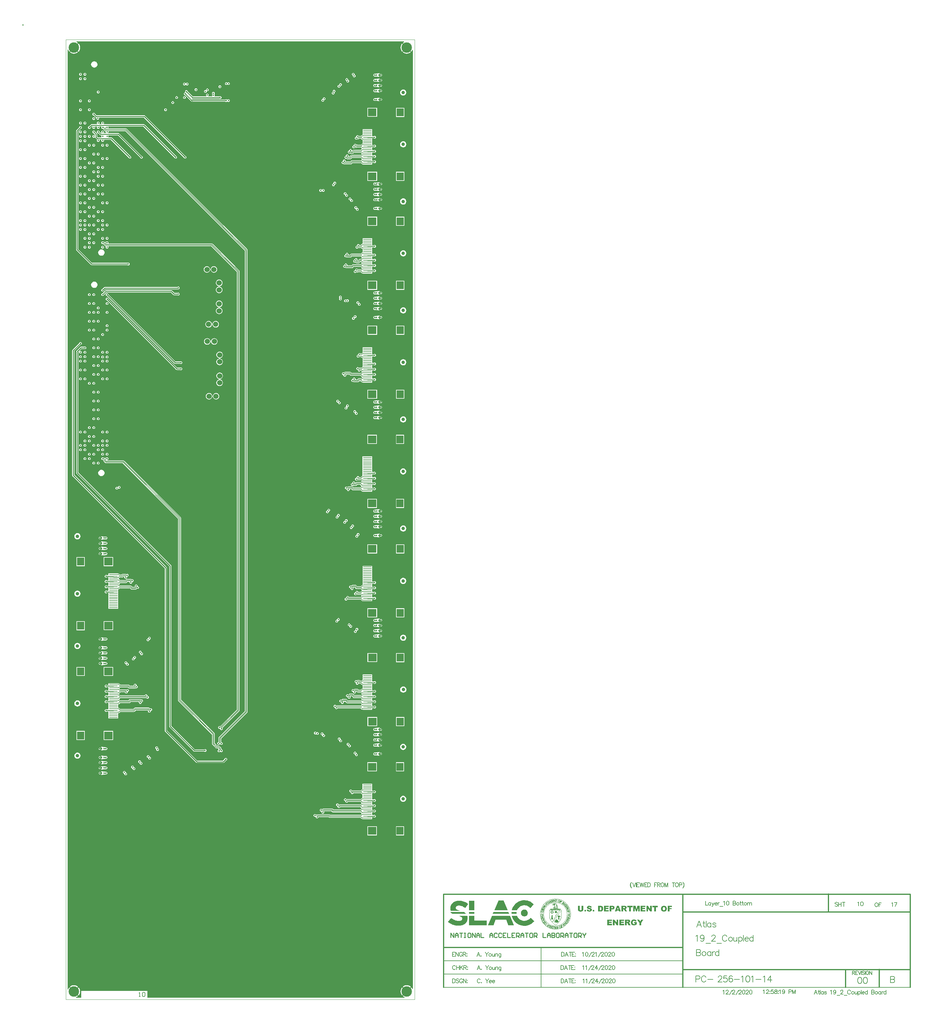
<source format=gbl>
G04*
G04 #@! TF.GenerationSoftware,Altium Limited,Altium Designer,20.1.14 (287)*
G04*
G04 Layer_Physical_Order=10*
G04 Layer_Color=16711680*
%FSLAX25Y25*%
%MOIN*%
G70*
G04*
G04 #@! TF.SameCoordinates,E5BBD601-0378-4793-8288-20EAF3AE4A8C*
G04*
G04*
G04 #@! TF.FilePolarity,Positive*
G04*
G01*
G75*
%ADD11C,0.00800*%
%ADD12C,0.01000*%
%ADD13C,0.00500*%
%ADD15C,0.00400*%
%ADD17C,0.01200*%
%ADD18C,0.00026*%
%ADD19C,0.00043*%
%ADD20C,0.00195*%
%ADD21C,0.00061*%
%ADD22C,0.00087*%
%ADD23C,0.00104*%
%ADD24C,0.00052*%
%ADD25C,0.00049*%
%ADD26C,0.00183*%
%ADD27C,0.00174*%
%ADD28C,0.00244*%
%ADD29C,0.00035*%
%ADD30R,0.06131X0.10864*%
%ADD31R,0.06131X0.02042*%
%ADD32R,0.09449X0.01102*%
%ADD33R,0.09449X0.08858*%
%ADD34R,0.07874X0.08976*%
%ADD35R,0.07874X0.08858*%
%ADD39R,0.01200X0.01800*%
%ADD42R,0.01300X0.01800*%
%ADD61C,0.00600*%
%ADD62C,0.00900*%
%ADD64C,0.03937*%
%ADD65C,0.05906*%
%ADD66C,0.11811*%
%ADD67C,0.01600*%
%ADD68C,0.06000*%
G36*
X381638Y1080500D02*
X381681Y1080435D01*
X381513Y1079778D01*
X380791Y1079391D01*
X380128Y1078847D01*
X384999Y1073976D01*
X389871Y1069104D01*
X390415Y1069767D01*
X391000Y1070861D01*
X391500Y1070758D01*
X391500Y11919D01*
X391000Y11816D01*
X390415Y12910D01*
X389871Y13573D01*
X384999Y8702D01*
X380128Y3830D01*
X380791Y3286D01*
X381990Y2644D01*
X382434Y2510D01*
X382360Y2010D01*
X92000D01*
X92000Y9500D01*
X17432Y9500D01*
X17432Y2010D01*
X11341D01*
X11266Y2510D01*
X11710Y2644D01*
X12910Y3286D01*
X13573Y3830D01*
X8702Y8702D01*
X3830Y13573D01*
X3286Y12910D01*
X2644Y11710D01*
X2500Y11235D01*
X2000Y11309D01*
X2000Y1071369D01*
X2500Y1071443D01*
X2644Y1070967D01*
X3286Y1069767D01*
X3830Y1069104D01*
X8702Y1073976D01*
X13573Y1078847D01*
X12910Y1079391D01*
X12186Y1079779D01*
X12015Y1080437D01*
X12056Y1080501D01*
X381638Y1080500D01*
D02*
G37*
G36*
X590978Y105644D02*
X591083D01*
X591197Y105634D01*
X591332Y105613D01*
X591468Y105603D01*
X591770Y105540D01*
X592072Y105457D01*
X592374Y105353D01*
X592509Y105280D01*
X592634Y105197D01*
X592644D01*
X592665Y105176D01*
X592696Y105145D01*
X592738Y105113D01*
X592790Y105061D01*
X592842Y104999D01*
X592904Y104937D01*
X592977Y104853D01*
X593040Y104760D01*
X593102Y104645D01*
X593175Y104531D01*
X593227Y104406D01*
X593290Y104260D01*
X593331Y104104D01*
X593373Y103937D01*
X593404Y103760D01*
X591562Y103656D01*
Y103677D01*
X591541Y103729D01*
X591520Y103802D01*
X591489Y103895D01*
X591447Y104000D01*
X591395Y104104D01*
X591322Y104197D01*
X591239Y104281D01*
X591228Y104291D01*
X591197Y104312D01*
X591145Y104343D01*
X591072Y104385D01*
X590978Y104416D01*
X590864Y104447D01*
X590739Y104468D01*
X590583Y104478D01*
X590531D01*
X590468Y104468D01*
X590385Y104458D01*
X590219Y104416D01*
X590135Y104385D01*
X590062Y104333D01*
X590052Y104322D01*
X590042Y104312D01*
X590010Y104281D01*
X589979Y104239D01*
X589927Y104124D01*
X589906Y104052D01*
X589896Y103979D01*
Y103968D01*
Y103958D01*
X589917Y103885D01*
X589958Y103802D01*
X589990Y103750D01*
X590042Y103708D01*
X590052Y103698D01*
X590073Y103687D01*
X590114Y103666D01*
X590177Y103635D01*
X590260Y103594D01*
X590375Y103552D01*
X590520Y103510D01*
X590697Y103469D01*
X590708D01*
X590750Y103458D01*
X590822Y103437D01*
X590906Y103427D01*
X591010Y103396D01*
X591135Y103365D01*
X591270Y103333D01*
X591416Y103302D01*
X591718Y103208D01*
X592020Y103115D01*
X592165Y103063D01*
X592301Y103011D01*
X592425Y102959D01*
X592540Y102907D01*
X592550D01*
X592561Y102896D01*
X592592Y102875D01*
X592634Y102855D01*
X592727Y102792D01*
X592852Y102719D01*
X592988Y102615D01*
X593123Y102490D01*
X593248Y102355D01*
X593352Y102209D01*
X593362Y102188D01*
X593394Y102136D01*
X593435Y102053D01*
X593487Y101938D01*
X593529Y101793D01*
X593571Y101637D01*
X593602Y101460D01*
X593612Y101272D01*
Y101262D01*
Y101241D01*
Y101210D01*
Y101168D01*
X593591Y101054D01*
X593571Y100897D01*
X593529Y100731D01*
X593467Y100543D01*
X593383Y100346D01*
X593269Y100148D01*
Y100137D01*
X593258Y100127D01*
X593206Y100065D01*
X593133Y99971D01*
X593029Y99856D01*
X592894Y99731D01*
X592727Y99607D01*
X592540Y99482D01*
X592321Y99367D01*
X592311D01*
X592290Y99357D01*
X592259Y99346D01*
X592217Y99326D01*
X592155Y99305D01*
X592082Y99284D01*
X591999Y99263D01*
X591905Y99242D01*
X591801Y99211D01*
X591686Y99190D01*
X591426Y99148D01*
X591124Y99117D01*
X590791Y99107D01*
X590635D01*
X590531Y99117D01*
X590396Y99128D01*
X590250Y99138D01*
X590083Y99159D01*
X589906Y99180D01*
X589532Y99253D01*
X589344Y99305D01*
X589157Y99367D01*
X588980Y99440D01*
X588824Y99523D01*
X588667Y99617D01*
X588543Y99721D01*
X588532Y99731D01*
X588511Y99752D01*
X588480Y99783D01*
X588449Y99836D01*
X588397Y99898D01*
X588345Y99971D01*
X588282Y100054D01*
X588220Y100158D01*
X588157Y100262D01*
X588095Y100387D01*
X587981Y100648D01*
X587897Y100960D01*
X587866Y101126D01*
X587845Y101303D01*
X589709Y101428D01*
Y101408D01*
X589719Y101355D01*
X589740Y101272D01*
X589761Y101168D01*
X589792Y101054D01*
X589833Y100939D01*
X589886Y100835D01*
X589948Y100731D01*
X589958Y100710D01*
X590010Y100668D01*
X590073Y100616D01*
X590177Y100543D01*
X590302Y100471D01*
X590448Y100418D01*
X590625Y100377D01*
X590822Y100356D01*
X590895D01*
X590968Y100366D01*
X591062Y100377D01*
X591166Y100398D01*
X591280Y100439D01*
X591385Y100481D01*
X591478Y100543D01*
X591489Y100554D01*
X591509Y100575D01*
X591551Y100616D01*
X591593Y100679D01*
X591634Y100741D01*
X591676Y100824D01*
X591697Y100908D01*
X591707Y101002D01*
Y101012D01*
Y101043D01*
X591697Y101095D01*
X591676Y101147D01*
X591655Y101220D01*
X591613Y101293D01*
X591562Y101366D01*
X591489Y101439D01*
X591478Y101449D01*
X591447Y101470D01*
X591374Y101512D01*
X591280Y101564D01*
X591145Y101616D01*
X591062Y101647D01*
X590968Y101678D01*
X590864Y101709D01*
X590750Y101751D01*
X590625Y101782D01*
X590479Y101813D01*
X590468D01*
X590427Y101824D01*
X590354Y101845D01*
X590271Y101865D01*
X590167Y101897D01*
X590042Y101928D01*
X589906Y101970D01*
X589761Y102011D01*
X589459Y102126D01*
X589157Y102251D01*
X589011Y102324D01*
X588876Y102407D01*
X588751Y102490D01*
X588636Y102573D01*
X588626Y102584D01*
X588616Y102594D01*
X588584Y102626D01*
X588553Y102657D01*
X588459Y102761D01*
X588366Y102907D01*
X588262Y103084D01*
X588168Y103292D01*
X588105Y103531D01*
X588095Y103666D01*
X588085Y103802D01*
Y103812D01*
Y103823D01*
Y103885D01*
X588095Y103979D01*
X588116Y104104D01*
X588157Y104239D01*
X588199Y104395D01*
X588272Y104551D01*
X588366Y104718D01*
X588376Y104739D01*
X588418Y104791D01*
X588480Y104874D01*
X588574Y104968D01*
X588699Y105082D01*
X588844Y105197D01*
X589021Y105301D01*
X589219Y105405D01*
X589230D01*
X589251Y105415D01*
X589282Y105426D01*
X589323Y105447D01*
X589386Y105467D01*
X589448Y105488D01*
X589532Y105509D01*
X589625Y105530D01*
X589740Y105551D01*
X589854Y105571D01*
X589979Y105592D01*
X590125Y105613D01*
X590271Y105634D01*
X590427Y105644D01*
X590781Y105655D01*
X590895D01*
X590978Y105644D01*
D02*
G37*
G36*
X444872Y111275D02*
X445882Y111177D01*
X447164Y110976D01*
X448256Y110719D01*
X449310Y110392D01*
X450328Y109997D01*
X451308Y109536D01*
X452250Y109010D01*
X453156Y108420D01*
X454023Y107770D01*
X450838Y103152D01*
X449845Y103786D01*
X449310Y104122D01*
X448783Y104397D01*
X447898Y104858D01*
X447164Y105145D01*
X446447Y105425D01*
X445727Y105629D01*
X445369Y105704D01*
X444942Y105787D01*
X444550Y105836D01*
X444300Y105868D01*
X443986Y105882D01*
X443672Y105896D01*
X443257Y105884D01*
X442884Y105862D01*
X442205Y105746D01*
X441629Y105565D01*
X441317Y105434D01*
X441149Y105332D01*
X440920Y105192D01*
X440594Y104910D01*
X440333Y104580D01*
X440144Y104198D01*
X440041Y103811D01*
X440010Y103470D01*
X440041Y102920D01*
X440144Y102503D01*
X440340Y102114D01*
X440603Y101793D01*
X440982Y101483D01*
X441475Y101192D01*
X442093Y100911D01*
X442845Y100634D01*
X444801Y100050D01*
X434314D01*
X433984Y101622D01*
X433918Y102913D01*
X434038Y104377D01*
X434386Y105728D01*
X434949Y106957D01*
X435712Y108054D01*
X436660Y109009D01*
X437780Y109812D01*
X439055Y110454D01*
X440406Y110903D01*
X442205Y111225D01*
X443672Y111313D01*
X444872Y111275D01*
D02*
G37*
G36*
X517895Y111908D02*
X519389Y111779D01*
X520888Y111487D01*
X522227Y111086D01*
X523555Y110537D01*
X524814Y109863D01*
X525993Y109073D01*
X527087Y108173D01*
X528088Y107172D01*
X524350Y102853D01*
X523266Y103987D01*
X522533Y104583D01*
X521739Y105099D01*
X520888Y105528D01*
X519988Y105863D01*
X519043Y106100D01*
X518061Y106231D01*
X516939Y106245D01*
X515629Y106080D01*
X514388Y105729D01*
X513229Y105207D01*
X512166Y104529D01*
X511201Y103694D01*
X510390Y102764D01*
X509705Y101706D01*
X509174Y100550D01*
X503309D01*
X503371Y100938D01*
X503702Y102077D01*
X504121Y103175D01*
X504625Y104227D01*
X505209Y105231D01*
X505540Y105706D01*
X505870Y106181D01*
X506602Y107074D01*
X507403Y107905D01*
X508268Y108670D01*
X509192Y109365D01*
X510171Y109985D01*
X511215Y110533D01*
X512279Y110986D01*
X513399Y111358D01*
X514558Y111639D01*
X515751Y111825D01*
X516939Y111908D01*
X517895Y111908D01*
D02*
G37*
G36*
X661215Y99211D02*
X659372D01*
X656999Y102688D01*
Y99211D01*
X655156D01*
Y105551D01*
X656978D01*
X659372Y102042D01*
Y105551D01*
X661215D01*
Y99211D01*
D02*
G37*
G36*
X647484D02*
X645881D01*
Y104041D01*
X644642Y99211D01*
X643185D01*
X641956Y104041D01*
Y99211D01*
X640353D01*
Y105551D01*
X642935D01*
X643913Y101689D01*
X644902Y105551D01*
X647484D01*
Y99211D01*
D02*
G37*
G36*
X583952Y101772D02*
Y101761D01*
Y101751D01*
Y101720D01*
Y101678D01*
X583941Y101564D01*
X583931Y101428D01*
X583910Y101262D01*
X583879Y101085D01*
X583837Y100897D01*
X583775Y100710D01*
Y100700D01*
X583764Y100689D01*
X583744Y100627D01*
X583702Y100533D01*
X583639Y100418D01*
X583567Y100273D01*
X583473Y100127D01*
X583358Y99981D01*
X583223Y99836D01*
X583202Y99815D01*
X583161Y99773D01*
X583088Y99711D01*
X582984Y99627D01*
X582869Y99544D01*
X582734Y99461D01*
X582588Y99378D01*
X582432Y99315D01*
X582421D01*
X582411Y99305D01*
X582380Y99294D01*
X582328Y99284D01*
X582276Y99263D01*
X582213Y99253D01*
X582047Y99211D01*
X581849Y99169D01*
X581620Y99138D01*
X581360Y99117D01*
X581068Y99107D01*
X580891D01*
X580766Y99117D01*
X580610D01*
X580444Y99138D01*
X580246Y99148D01*
X580048Y99169D01*
X580027D01*
X579996Y99180D01*
X579954D01*
X579861Y99201D01*
X579736Y99221D01*
X579590Y99263D01*
X579434Y99305D01*
X579278Y99357D01*
X579132Y99419D01*
X579111Y99430D01*
X579070Y99461D01*
X578997Y99502D01*
X578913Y99565D01*
X578809Y99638D01*
X578695Y99731D01*
X578580Y99846D01*
X578466Y99971D01*
X578455Y99992D01*
X578414Y100033D01*
X578362Y100106D01*
X578299Y100200D01*
X578237Y100304D01*
X578164Y100429D01*
X578101Y100564D01*
X578049Y100700D01*
Y100710D01*
X578039Y100731D01*
X578028Y100762D01*
X578018Y100804D01*
X577997Y100918D01*
X577966Y101064D01*
X577924Y101231D01*
X577904Y101408D01*
X577883Y101595D01*
X577872Y101772D01*
Y105551D01*
X579829D01*
Y101678D01*
Y101668D01*
Y101657D01*
Y101595D01*
X579840Y101501D01*
X579861Y101387D01*
X579902Y101262D01*
X579944Y101126D01*
X580017Y100991D01*
X580111Y100877D01*
X580121Y100866D01*
X580162Y100835D01*
X580225Y100783D01*
X580319Y100731D01*
X580433Y100679D01*
X580569Y100627D01*
X580735Y100595D01*
X580912Y100585D01*
X580995D01*
X581089Y100595D01*
X581204Y100616D01*
X581328Y100658D01*
X581453Y100700D01*
X581589Y100773D01*
X581703Y100866D01*
X581714Y100877D01*
X581745Y100918D01*
X581797Y100991D01*
X581849Y101074D01*
X581901Y101189D01*
X581953Y101335D01*
X581984Y101491D01*
X581995Y101678D01*
Y105551D01*
X583952D01*
Y101772D01*
D02*
G37*
G36*
X498550Y100550D02*
X483481D01*
X488190Y111614D01*
X493842D01*
X498550Y100550D01*
D02*
G37*
G36*
X684117Y104187D02*
X681233D01*
Y103084D01*
X683700D01*
Y101803D01*
X681233D01*
Y99211D01*
X679266D01*
Y105551D01*
X684117D01*
Y104187D01*
D02*
G37*
G36*
X668033Y103989D02*
X666035D01*
Y99211D01*
X664078D01*
Y103989D01*
X662079D01*
Y105551D01*
X668033D01*
Y103989D01*
D02*
G37*
G36*
X653990Y104197D02*
X650701D01*
Y103188D01*
X653751D01*
Y101897D01*
X650701D01*
Y100648D01*
X654084D01*
Y99211D01*
X648733D01*
Y105551D01*
X653990D01*
Y104197D01*
D02*
G37*
G36*
X639489Y103989D02*
X637490D01*
Y99211D01*
X635533D01*
Y103989D01*
X633535D01*
Y105551D01*
X639489D01*
Y103989D01*
D02*
G37*
G36*
X630682Y105540D02*
X630891Y105530D01*
X631109Y105509D01*
X631349Y105488D01*
X631567Y105447D01*
X631765Y105394D01*
X631775D01*
X631786Y105384D01*
X631848Y105363D01*
X631931Y105322D01*
X632046Y105259D01*
X632161Y105186D01*
X632296Y105082D01*
X632421Y104957D01*
X632535Y104812D01*
X632546Y104791D01*
X632587Y104739D01*
X632629Y104645D01*
X632691Y104531D01*
X632744Y104374D01*
X632795Y104197D01*
X632827Y104000D01*
X632837Y103781D01*
Y103771D01*
Y103760D01*
Y103698D01*
X632827Y103594D01*
X632806Y103469D01*
X632785Y103333D01*
X632744Y103177D01*
X632681Y103021D01*
X632608Y102875D01*
X632598Y102855D01*
X632566Y102813D01*
X632514Y102740D01*
X632442Y102657D01*
X632358Y102553D01*
X632244Y102448D01*
X632129Y102344D01*
X631984Y102251D01*
X631973Y102240D01*
X631942Y102230D01*
X631879Y102199D01*
X631807Y102167D01*
X631703Y102126D01*
X631588Y102084D01*
X631453Y102042D01*
X631296Y102001D01*
X631307D01*
X631349Y101980D01*
X631411Y101959D01*
X631484Y101928D01*
X631650Y101855D01*
X631734Y101813D01*
X631796Y101772D01*
X631807D01*
X631817Y101751D01*
X631848Y101730D01*
X631879Y101699D01*
X631921Y101647D01*
X631973Y101595D01*
X632036Y101522D01*
X632108Y101428D01*
X632119Y101418D01*
X632140Y101387D01*
X632181Y101345D01*
X632223Y101283D01*
X632317Y101158D01*
X632358Y101095D01*
X632389Y101043D01*
X633347Y99211D01*
X631130D01*
X630079Y101137D01*
X630068Y101158D01*
X630047Y101199D01*
X630006Y101262D01*
X629964Y101345D01*
X629902Y101428D01*
X629849Y101501D01*
X629787Y101574D01*
X629725Y101626D01*
X629714Y101637D01*
X629693Y101647D01*
X629641Y101678D01*
X629589Y101709D01*
X629516Y101730D01*
X629433Y101761D01*
X629339Y101772D01*
X629246Y101782D01*
X629079D01*
Y99211D01*
X627112D01*
Y105551D01*
X630599D01*
X630682Y105540D01*
D02*
G37*
G36*
X626456Y99211D02*
X624395D01*
X624082Y100262D01*
X621865D01*
X621553Y99211D01*
X619554D01*
X621927Y105551D01*
X624082D01*
X626456Y99211D01*
D02*
G37*
G36*
X617212Y105540D02*
X617295D01*
X617399Y105519D01*
X617514Y105509D01*
X617638Y105488D01*
X617899Y105426D01*
X618159Y105332D01*
X618294Y105280D01*
X618419Y105207D01*
X618534Y105134D01*
X618638Y105041D01*
X618648Y105030D01*
X618659Y105020D01*
X618690Y104989D01*
X618721Y104947D01*
X618763Y104895D01*
X618805Y104832D01*
X618856Y104760D01*
X618909Y104666D01*
X618950Y104572D01*
X619002Y104468D01*
X619044Y104343D01*
X619086Y104218D01*
X619148Y103937D01*
X619158Y103771D01*
X619169Y103604D01*
Y103594D01*
Y103562D01*
Y103510D01*
X619158Y103448D01*
X619148Y103365D01*
X619138Y103271D01*
X619117Y103167D01*
X619096Y103052D01*
X619023Y102813D01*
X618919Y102563D01*
X618856Y102438D01*
X618784Y102313D01*
X618690Y102199D01*
X618586Y102094D01*
X618575Y102084D01*
X618555Y102074D01*
X618523Y102042D01*
X618482Y102011D01*
X618419Y101970D01*
X618346Y101928D01*
X618253Y101876D01*
X618149Y101834D01*
X618034Y101782D01*
X617909Y101730D01*
X617764Y101689D01*
X617607Y101647D01*
X617430Y101616D01*
X617243Y101584D01*
X617045Y101574D01*
X616827Y101564D01*
X615754D01*
Y99211D01*
X613787D01*
Y105551D01*
X617139D01*
X617212Y105540D01*
D02*
G37*
G36*
X612642Y104197D02*
X609352D01*
Y103188D01*
X612402D01*
Y101897D01*
X609352D01*
Y100648D01*
X612735D01*
Y99211D01*
X607385D01*
Y105551D01*
X612642D01*
Y104197D01*
D02*
G37*
G36*
X603648Y105540D02*
X603731D01*
X603918Y105519D01*
X604147Y105488D01*
X604376Y105447D01*
X604605Y105394D01*
X604813Y105311D01*
X604824D01*
X604834Y105301D01*
X604907Y105270D01*
X605001Y105218D01*
X605126Y105145D01*
X605261Y105051D01*
X605407Y104937D01*
X605552Y104801D01*
X605688Y104645D01*
X605709Y104624D01*
X605750Y104572D01*
X605813Y104478D01*
X605886Y104353D01*
X605969Y104208D01*
X606052Y104031D01*
X606136Y103833D01*
X606198Y103625D01*
Y103614D01*
X606208Y103604D01*
Y103562D01*
X606219Y103521D01*
X606240Y103469D01*
X606250Y103406D01*
X606281Y103250D01*
X606302Y103073D01*
X606333Y102865D01*
X606344Y102636D01*
X606354Y102396D01*
Y102386D01*
Y102355D01*
Y102303D01*
Y102230D01*
X606344Y102147D01*
Y102042D01*
X606333Y101938D01*
X606323Y101813D01*
X606292Y101564D01*
X606250Y101303D01*
X606198Y101043D01*
X606156Y100929D01*
X606115Y100814D01*
Y100804D01*
X606104Y100793D01*
X606094Y100762D01*
X606073Y100720D01*
X606021Y100616D01*
X605948Y100491D01*
X605854Y100346D01*
X605750Y100189D01*
X605615Y100033D01*
X605469Y99877D01*
X605448Y99856D01*
X605396Y99815D01*
X605313Y99752D01*
X605209Y99679D01*
X605074Y99586D01*
X604928Y99513D01*
X604772Y99440D01*
X604595Y99378D01*
X604584D01*
X604564Y99367D01*
X604532D01*
X604491Y99357D01*
X604428Y99336D01*
X604366Y99326D01*
X604210Y99294D01*
X604022Y99263D01*
X603835Y99242D01*
X603627Y99221D01*
X603429Y99211D01*
X600525D01*
Y105551D01*
X603575D01*
X603648Y105540D01*
D02*
G37*
G36*
X596371Y99211D02*
X594487D01*
Y100981D01*
X596371D01*
Y99211D01*
D02*
G37*
G36*
X587023D02*
X585139D01*
Y100981D01*
X587023D01*
Y99211D01*
D02*
G37*
G36*
X675060Y105644D02*
X675164D01*
X675300Y105634D01*
X675445Y105613D01*
X675622Y105582D01*
X675799Y105551D01*
X675997Y105499D01*
X676195Y105447D01*
X676393Y105374D01*
X676601Y105290D01*
X676799Y105197D01*
X676986Y105082D01*
X677173Y104947D01*
X677340Y104801D01*
X677350Y104791D01*
X677382Y104760D01*
X677423Y104718D01*
X677475Y104645D01*
X677538Y104562D01*
X677610Y104447D01*
X677694Y104322D01*
X677777Y104187D01*
X677850Y104020D01*
X677933Y103843D01*
X678006Y103656D01*
X678069Y103437D01*
X678121Y103208D01*
X678162Y102969D01*
X678194Y102709D01*
X678204Y102428D01*
Y102417D01*
Y102376D01*
Y102324D01*
X678194Y102240D01*
Y102147D01*
X678183Y102042D01*
X678173Y101918D01*
X678162Y101782D01*
X678110Y101491D01*
X678048Y101189D01*
X677954Y100877D01*
X677829Y100595D01*
Y100585D01*
X677808Y100564D01*
X677787Y100533D01*
X677756Y100481D01*
X677725Y100418D01*
X677673Y100356D01*
X677559Y100189D01*
X677402Y100013D01*
X677215Y99836D01*
X676996Y99648D01*
X676747Y99492D01*
X676736D01*
X676715Y99471D01*
X676674Y99461D01*
X676622Y99430D01*
X676549Y99398D01*
X676465Y99367D01*
X676372Y99336D01*
X676257Y99305D01*
X676143Y99263D01*
X676007Y99232D01*
X675862Y99201D01*
X675705Y99169D01*
X675362Y99128D01*
X674977Y99107D01*
X674873D01*
X674800Y99117D01*
X674706D01*
X674602Y99128D01*
X674477Y99138D01*
X674352Y99148D01*
X674071Y99190D01*
X673769Y99253D01*
X673478Y99326D01*
X673197Y99440D01*
X673186D01*
X673166Y99461D01*
X673134Y99482D01*
X673082Y99502D01*
X673020Y99544D01*
X672957Y99586D01*
X672791Y99700D01*
X672614Y99856D01*
X672426Y100044D01*
X672239Y100262D01*
X672062Y100523D01*
Y100533D01*
X672041Y100554D01*
X672020Y100595D01*
X672000Y100658D01*
X671968Y100731D01*
X671927Y100814D01*
X671885Y100918D01*
X671854Y101033D01*
X671812Y101158D01*
X671770Y101303D01*
X671739Y101449D01*
X671698Y101616D01*
X671677Y101793D01*
X671656Y101980D01*
X671635Y102376D01*
Y102396D01*
Y102448D01*
X671646Y102521D01*
Y102636D01*
X671666Y102761D01*
X671677Y102917D01*
X671708Y103084D01*
X671739Y103261D01*
X671791Y103448D01*
X671843Y103646D01*
X671916Y103843D01*
X672000Y104052D01*
X672104Y104249D01*
X672218Y104437D01*
X672343Y104624D01*
X672499Y104791D01*
X672510Y104801D01*
X672541Y104832D01*
X672593Y104874D01*
X672655Y104926D01*
X672749Y104989D01*
X672853Y105061D01*
X672978Y105145D01*
X673124Y105228D01*
X673290Y105301D01*
X673467Y105384D01*
X673665Y105457D01*
X673884Y105519D01*
X674113Y105571D01*
X674363Y105613D01*
X674623Y105644D01*
X674904Y105655D01*
X674977D01*
X675060Y105644D01*
D02*
G37*
G36*
X508675Y98506D02*
X508648Y98111D01*
X508624Y97743D01*
Y97024D01*
X508675Y96486D01*
X502993D01*
X502974Y97126D01*
X502956Y97562D01*
X502959Y97767D01*
X502993Y98507D01*
X508675Y98506D01*
D02*
G37*
G36*
X450353Y97853D02*
X450670Y97611D01*
X450986Y97369D01*
X451368Y97023D01*
X451880Y96465D01*
X436708D01*
X436380Y96635D01*
X436052Y96805D01*
X435690Y97029D01*
X435328Y97253D01*
X434903Y97592D01*
X434478Y97930D01*
X433930Y98507D01*
X449271D01*
X450353Y97853D01*
D02*
G37*
G36*
X500289Y96465D02*
X481742D01*
X482612Y98507D01*
X499421D01*
X500289Y96465D01*
D02*
G37*
G36*
X518525Y101172D02*
X519221Y100884D01*
X519848Y100465D01*
X520381Y99932D01*
X520799Y99306D01*
X521088Y98610D01*
X521235Y97871D01*
Y97494D01*
Y97491D01*
Y97114D01*
X521088Y96375D01*
X520799Y95679D01*
X520381Y95052D01*
X519848Y94519D01*
X519221Y94101D01*
X518525Y93812D01*
X517786Y93665D01*
X517033D01*
X516295Y93812D01*
X515600Y94100D01*
X514974Y94518D01*
X514442Y95050D01*
X514024Y95676D01*
X513736Y96371D01*
X513589Y97109D01*
Y97485D01*
Y97499D01*
Y97875D01*
X513736Y98613D01*
X514024Y99309D01*
X514442Y99934D01*
X514974Y100466D01*
X515600Y100884D01*
X516295Y101172D01*
X517033Y101319D01*
X517786D01*
X518525Y101172D01*
D02*
G37*
G36*
X453178Y93666D02*
X453265Y93221D01*
X453325Y92699D01*
X453342Y92243D01*
X453359Y91788D01*
X453295Y90968D01*
X453235Y90201D01*
X453055Y89489D01*
X452872Y88765D01*
X452505Y87911D01*
X452285Y87482D01*
X451887Y86919D01*
X451489Y86356D01*
X450993Y85875D01*
X450498Y85393D01*
X449326Y84596D01*
X448657Y84283D01*
X447989Y83969D01*
X447628Y83859D01*
X447126Y83707D01*
X446481Y83513D01*
X446198Y83465D01*
X445624Y83368D01*
X445222Y83300D01*
X444839Y83240D01*
X444628Y83229D01*
X443969Y83194D01*
X443608Y83175D01*
X443092Y83150D01*
X442700Y83164D01*
X442308Y83178D01*
X441861Y83193D01*
X441399Y83242D01*
X440999Y83284D01*
X440519Y83340D01*
X440092Y83416D01*
X439665Y83491D01*
X439345Y83548D01*
X438833Y83676D01*
X438469Y83768D01*
X438022Y83886D01*
X437625Y84017D01*
X437228Y84147D01*
X436887Y84259D01*
X436449Y84439D01*
X436072Y84594D01*
X435311Y84941D01*
X434927Y85132D01*
X434535Y85328D01*
X433974Y85663D01*
X433413Y85998D01*
X432334Y86758D01*
X431304Y87608D01*
X434927Y91948D01*
X435695Y91369D01*
X436072Y91084D01*
X436449Y90800D01*
X436887Y90521D01*
X437228Y90303D01*
X437625Y90082D01*
X438106Y89822D01*
X438469Y89650D01*
X438833Y89479D01*
X439089Y89380D01*
X439505Y89220D01*
X440092Y89030D01*
X440598Y88886D01*
X440999Y88801D01*
X441630Y88687D01*
X442084Y88630D01*
X442700Y88586D01*
X443187Y88565D01*
X443608Y88578D01*
X443969Y88592D01*
X444628Y88680D01*
X444857Y88735D01*
X445222Y88822D01*
X445502Y88927D01*
X445892Y89098D01*
X446198Y89265D01*
X446575Y89561D01*
X446873Y89903D01*
X447051Y90221D01*
X447126Y90406D01*
X447233Y90827D01*
X447268Y91191D01*
X447243Y91666D01*
X447126Y92112D01*
X446943Y92467D01*
X446782Y92689D01*
X446537Y92919D01*
X446330Y93081D01*
X446039Y93281D01*
X445746Y93435D01*
X445362Y93624D01*
X445048Y93757D01*
X444734Y93880D01*
X444628Y93915D01*
X443969Y94133D01*
X443127Y94423D01*
X452989D01*
X453178Y93666D01*
D02*
G37*
G36*
X641384Y90144D02*
X641488D01*
X641592Y90134D01*
X641717D01*
X641967Y90103D01*
X642227Y90071D01*
X642477Y90019D01*
X642592Y89988D01*
X642696Y89957D01*
X642706D01*
X642717Y89947D01*
X642789Y89926D01*
X642883Y89874D01*
X643008Y89811D01*
X643143Y89728D01*
X643289Y89624D01*
X643435Y89509D01*
X643570Y89364D01*
X643581Y89343D01*
X643622Y89291D01*
X643685Y89207D01*
X643768Y89093D01*
X643851Y88947D01*
X643934Y88770D01*
X644018Y88572D01*
X644091Y88354D01*
X642196Y88021D01*
X642186Y88042D01*
X642175Y88083D01*
X642144Y88146D01*
X642102Y88218D01*
X642040Y88312D01*
X641977Y88396D01*
X641884Y88489D01*
X641790Y88562D01*
X641780Y88572D01*
X641738Y88593D01*
X641686Y88625D01*
X641603Y88666D01*
X641499Y88697D01*
X641374Y88729D01*
X641238Y88749D01*
X641082Y88760D01*
X641020D01*
X640978Y88749D01*
X640853Y88739D01*
X640707Y88708D01*
X640551Y88656D01*
X640374Y88572D01*
X640208Y88458D01*
X640124Y88396D01*
X640052Y88312D01*
X640031Y88291D01*
X640020Y88260D01*
X639989Y88229D01*
X639968Y88177D01*
X639937Y88125D01*
X639895Y88052D01*
X639864Y87969D01*
X639833Y87875D01*
X639791Y87771D01*
X639760Y87656D01*
X639739Y87531D01*
X639708Y87386D01*
X639698Y87240D01*
X639677Y87073D01*
Y86896D01*
Y86886D01*
Y86855D01*
Y86803D01*
X639687Y86730D01*
Y86647D01*
X639698Y86542D01*
X639729Y86324D01*
X639771Y86085D01*
X639843Y85845D01*
X639937Y85616D01*
X639999Y85522D01*
X640062Y85429D01*
X640083Y85408D01*
X640135Y85356D01*
X640218Y85293D01*
X640343Y85210D01*
X640489Y85127D01*
X640676Y85064D01*
X640895Y85012D01*
X641134Y84991D01*
X641186D01*
X641259Y85002D01*
X641342D01*
X641436Y85012D01*
X641540Y85033D01*
X641759Y85085D01*
X641769D01*
X641811Y85106D01*
X641873Y85127D01*
X641957Y85158D01*
X642061Y85210D01*
X642186Y85262D01*
X642310Y85325D01*
X642456Y85408D01*
Y86001D01*
X641145D01*
Y87323D01*
X644174D01*
Y84617D01*
X644164Y84606D01*
X644132Y84596D01*
X644091Y84565D01*
X644028Y84523D01*
X643955Y84471D01*
X643862Y84419D01*
X643757Y84356D01*
X643653Y84294D01*
X643414Y84169D01*
X643154Y84034D01*
X642883Y83909D01*
X642623Y83815D01*
X642612D01*
X642592Y83805D01*
X642560Y83794D01*
X642508Y83784D01*
X642446Y83763D01*
X642363Y83753D01*
X642279Y83732D01*
X642175Y83711D01*
X642061Y83690D01*
X641946Y83669D01*
X641676Y83638D01*
X641374Y83617D01*
X641041Y83607D01*
X640936D01*
X640853Y83617D01*
X640760D01*
X640645Y83628D01*
X640520Y83638D01*
X640385Y83659D01*
X640093Y83701D01*
X639791Y83763D01*
X639479Y83857D01*
X639198Y83982D01*
X639187D01*
X639167Y84002D01*
X639136Y84023D01*
X639083Y84054D01*
X639021Y84096D01*
X638959Y84148D01*
X638792Y84273D01*
X638615Y84429D01*
X638438Y84627D01*
X638251Y84856D01*
X638095Y85127D01*
Y85137D01*
X638074Y85158D01*
X638063Y85200D01*
X638032Y85262D01*
X638001Y85335D01*
X637970Y85418D01*
X637938Y85522D01*
X637907Y85626D01*
X637865Y85751D01*
X637834Y85887D01*
X637772Y86189D01*
X637730Y86522D01*
X637709Y86876D01*
Y86886D01*
Y86917D01*
Y86980D01*
X637720Y87053D01*
Y87136D01*
X637730Y87250D01*
X637741Y87365D01*
X637761Y87490D01*
X637813Y87771D01*
X637886Y88073D01*
X637990Y88385D01*
X638136Y88677D01*
X638146Y88687D01*
X638157Y88708D01*
X638178Y88749D01*
X638219Y88801D01*
X638261Y88864D01*
X638313Y88937D01*
X638448Y89114D01*
X638625Y89301D01*
X638844Y89499D01*
X639094Y89676D01*
X639385Y89842D01*
X639396D01*
X639417Y89853D01*
X639448Y89874D01*
X639500Y89894D01*
X639573Y89915D01*
X639646Y89947D01*
X639739Y89967D01*
X639843Y89999D01*
X639968Y90030D01*
X640093Y90061D01*
X640239Y90082D01*
X640395Y90103D01*
X640562Y90123D01*
X640739Y90144D01*
X640926Y90155D01*
X641301D01*
X641384Y90144D01*
D02*
G37*
G36*
X649129Y86365D02*
Y83711D01*
X647162D01*
Y86365D01*
X644694Y90051D01*
X646870D01*
X648151Y87906D01*
X649421Y90051D01*
X651596D01*
X649129Y86365D01*
D02*
G37*
G36*
X623354Y83711D02*
X621511D01*
X619138Y87188D01*
Y83711D01*
X617295D01*
Y90051D01*
X619117D01*
X621511Y86542D01*
Y90051D01*
X623354D01*
Y83711D01*
D02*
G37*
G36*
X634659Y90040D02*
X634867Y90030D01*
X635086Y90009D01*
X635325Y89988D01*
X635544Y89947D01*
X635742Y89894D01*
X635752D01*
X635763Y89884D01*
X635825Y89863D01*
X635908Y89822D01*
X636023Y89759D01*
X636137Y89686D01*
X636273Y89582D01*
X636398Y89457D01*
X636512Y89311D01*
X636523Y89291D01*
X636564Y89239D01*
X636606Y89145D01*
X636668Y89030D01*
X636720Y88874D01*
X636772Y88697D01*
X636804Y88500D01*
X636814Y88281D01*
Y88271D01*
Y88260D01*
Y88198D01*
X636804Y88094D01*
X636783Y87969D01*
X636762Y87833D01*
X636720Y87677D01*
X636658Y87521D01*
X636585Y87375D01*
X636575Y87354D01*
X636543Y87313D01*
X636491Y87240D01*
X636418Y87157D01*
X636335Y87053D01*
X636221Y86949D01*
X636106Y86844D01*
X635960Y86751D01*
X635950Y86740D01*
X635919Y86730D01*
X635856Y86699D01*
X635783Y86667D01*
X635679Y86626D01*
X635565Y86584D01*
X635429Y86542D01*
X635273Y86501D01*
X635284D01*
X635325Y86480D01*
X635388Y86459D01*
X635461Y86428D01*
X635627Y86355D01*
X635711Y86313D01*
X635773Y86272D01*
X635783D01*
X635794Y86251D01*
X635825Y86230D01*
X635856Y86199D01*
X635898Y86147D01*
X635950Y86095D01*
X636013Y86022D01*
X636085Y85928D01*
X636096Y85918D01*
X636117Y85887D01*
X636158Y85845D01*
X636200Y85783D01*
X636294Y85658D01*
X636335Y85595D01*
X636366Y85543D01*
X637324Y83711D01*
X635107D01*
X634055Y85637D01*
X634045Y85658D01*
X634024Y85699D01*
X633983Y85762D01*
X633941Y85845D01*
X633878Y85928D01*
X633826Y86001D01*
X633764Y86074D01*
X633702Y86126D01*
X633691Y86137D01*
X633670Y86147D01*
X633618Y86178D01*
X633566Y86209D01*
X633493Y86230D01*
X633410Y86261D01*
X633316Y86272D01*
X633223Y86282D01*
X633056D01*
Y83711D01*
X631089D01*
Y90051D01*
X634576D01*
X634659Y90040D01*
D02*
G37*
G36*
X629912Y88697D02*
X626623D01*
Y87688D01*
X629673D01*
Y86397D01*
X626623D01*
Y85148D01*
X630006D01*
Y83711D01*
X624655D01*
Y90051D01*
X629912D01*
Y88697D01*
D02*
G37*
G36*
X616129D02*
X612840D01*
Y87688D01*
X615890D01*
Y86397D01*
X612840D01*
Y85148D01*
X616223D01*
Y83711D01*
X610872D01*
Y90051D01*
X616129D01*
Y88697D01*
D02*
G37*
G36*
X461118Y89121D02*
X475011D01*
Y83548D01*
X454986D01*
Y94422D01*
X461118D01*
Y89121D01*
D02*
G37*
G36*
X505787Y83548D02*
X499376D01*
X496829Y89797D01*
X485045D01*
X482496Y83548D01*
X476247D01*
X480873Y94422D01*
X501159D01*
X505787Y83548D01*
D02*
G37*
G36*
X509415Y93832D02*
X509720Y93277D01*
X510024Y92722D01*
X510474Y92124D01*
X510781Y91716D01*
X511198Y91301D01*
X511671Y90829D01*
X511974Y90604D01*
X512276Y90379D01*
X512680Y90077D01*
X513039Y89883D01*
X513397Y89689D01*
X513794Y89474D01*
X514175Y89335D01*
X514556Y89196D01*
X514997Y89035D01*
X516276Y88774D01*
X516939Y88716D01*
X517447Y88722D01*
X518078Y88731D01*
X519083Y88868D01*
X520049Y89117D01*
X520967Y89469D01*
X521834Y89918D01*
X522237Y90188D01*
X522640Y90458D01*
X522895Y90672D01*
X523149Y90886D01*
X523380Y91081D01*
X523605Y91317D01*
X523830Y91552D01*
X524048Y91781D01*
X524258Y92024D01*
X524469Y92267D01*
X528469Y88229D01*
X527460Y87140D01*
X526344Y86159D01*
X525132Y85295D01*
X523830Y84558D01*
X523149Y84240D01*
X522237Y83898D01*
X521732Y83709D01*
X520249Y83328D01*
X518709Y83104D01*
X517920Y83054D01*
X517447Y83052D01*
X516974Y83050D01*
X516607Y83076D01*
X515750Y83136D01*
X514556Y83322D01*
X513794Y83507D01*
X513397Y83603D01*
X512478Y83908D01*
X512276Y83975D01*
X511671Y84233D01*
X511198Y84435D01*
X510474Y84816D01*
X510167Y84978D01*
X509720Y85261D01*
X509170Y85612D01*
X508717Y85953D01*
X508263Y86294D01*
X507831Y86677D01*
X507399Y87060D01*
X506598Y87892D01*
X506232Y88339D01*
X505865Y88785D01*
X505535Y89261D01*
X505205Y89737D01*
X504913Y90239D01*
X504621Y90741D01*
X504369Y91268D01*
X504118Y91795D01*
X503908Y92345D01*
X503699Y92894D01*
X503369Y94034D01*
X503307Y94422D01*
X509170D01*
X509415Y93832D01*
D02*
G37*
%LPC*%
G36*
X14280Y1078140D02*
X9762Y1073622D01*
X14280Y1069104D01*
X14825Y1069767D01*
X15466Y1070967D01*
X15861Y1072268D01*
X15994Y1073622D01*
X15861Y1074976D01*
X15466Y1076278D01*
X14825Y1077477D01*
X14280Y1078140D01*
D02*
G37*
G36*
X379420D02*
X378876Y1077477D01*
X378235Y1076278D01*
X377840Y1074976D01*
X377707Y1073622D01*
X377840Y1072268D01*
X378235Y1070967D01*
X378876Y1069767D01*
X379420Y1069104D01*
X383939Y1073622D01*
X379420Y1078140D01*
D02*
G37*
G36*
X384646Y1072915D02*
X380128Y1068397D01*
X380791Y1067852D01*
X381990Y1067211D01*
X383292Y1066817D01*
X384646Y1066683D01*
X385999Y1066817D01*
X387301Y1067211D01*
X388501Y1067852D01*
X389164Y1068397D01*
X384646Y1072915D01*
D02*
G37*
G36*
X9055D02*
X4537Y1068397D01*
X5200Y1067852D01*
X6400Y1067211D01*
X7701Y1066817D01*
X9055Y1066683D01*
X10409Y1066817D01*
X11710Y1067211D01*
X12910Y1067852D01*
X13573Y1068397D01*
X9055Y1072915D01*
D02*
G37*
G36*
X32000Y1058181D02*
X31073Y1058059D01*
X30210Y1057701D01*
X29468Y1057132D01*
X28899Y1056390D01*
X28541Y1055527D01*
X28419Y1054600D01*
X28541Y1053673D01*
X28899Y1052810D01*
X29468Y1052068D01*
X30210Y1051499D01*
X31073Y1051141D01*
X32000Y1051019D01*
X32927Y1051141D01*
X33790Y1051499D01*
X34532Y1052068D01*
X35101Y1052810D01*
X35459Y1053673D01*
X35581Y1054600D01*
X35459Y1055527D01*
X35101Y1056390D01*
X34532Y1057132D01*
X33790Y1057701D01*
X32927Y1058059D01*
X32000Y1058181D01*
D02*
G37*
G36*
X354243Y1044544D02*
X351650D01*
Y1044245D01*
X349350D01*
X349350Y1044245D01*
X348850Y1044040D01*
X348400Y1044129D01*
X347815Y1044013D01*
X347319Y1043681D01*
X346987Y1043185D01*
X346871Y1042600D01*
X346987Y1042015D01*
X347319Y1041519D01*
X347815Y1041187D01*
X348400Y1041071D01*
X348850Y1041160D01*
X349350Y1041045D01*
Y1041045D01*
X351650D01*
Y1040744D01*
X354243D01*
X353250Y1041737D01*
Y1042344D01*
X353550Y1042644D01*
X353250Y1042944D01*
Y1043551D01*
X354243Y1044544D01*
D02*
G37*
G36*
X21500Y1045029D02*
X20915Y1044913D01*
X20419Y1044581D01*
X20087Y1044085D01*
X19971Y1043500D01*
X20087Y1042915D01*
X20419Y1042419D01*
X20915Y1042087D01*
X21500Y1041971D01*
X22085Y1042087D01*
X22581Y1042419D01*
X22913Y1042915D01*
X23029Y1043500D01*
X22913Y1044085D01*
X22581Y1044581D01*
X22085Y1044913D01*
X21500Y1045029D01*
D02*
G37*
G36*
X16500D02*
X15915Y1044913D01*
X15419Y1044581D01*
X15087Y1044085D01*
X14971Y1043500D01*
X15087Y1042915D01*
X15419Y1042419D01*
X15915Y1042087D01*
X16500Y1041971D01*
X17085Y1042087D01*
X17581Y1042419D01*
X17913Y1042915D01*
X18029Y1043500D01*
X17913Y1044085D01*
X17581Y1044581D01*
X17085Y1044913D01*
X16500Y1045029D01*
D02*
G37*
G36*
X355600Y1043868D02*
X355597Y1043868D01*
X354981D01*
X353757Y1042644D01*
X354981Y1041421D01*
X355599D01*
X356068Y1041514D01*
X356465Y1041779D01*
X356465Y1041780D01*
X356730Y1042177D01*
X356823Y1042645D01*
X356730Y1043113D01*
X356465Y1043510D01*
X356068Y1043775D01*
X355600Y1043868D01*
D02*
G37*
G36*
X324300Y1045117D02*
X323715Y1045001D01*
X323219Y1044669D01*
X322887Y1044173D01*
X322771Y1043588D01*
X322887Y1043003D01*
X323219Y1042506D01*
X323715Y1042175D01*
X323977Y1042123D01*
X323871Y1041588D01*
X323987Y1041002D01*
X324319Y1040506D01*
X324815Y1040175D01*
X325400Y1040058D01*
X325985Y1040175D01*
X326481Y1040506D01*
X326813Y1041002D01*
X326929Y1041588D01*
X326813Y1042173D01*
X326481Y1042669D01*
X325985Y1043001D01*
X325723Y1043053D01*
X325829Y1043588D01*
X325713Y1044173D01*
X325381Y1044669D01*
X324885Y1045001D01*
X324300Y1045117D01*
D02*
G37*
G36*
X354243Y1038632D02*
X351650D01*
Y1038333D01*
X349350D01*
X349350Y1038333D01*
X348850Y1038134D01*
X348400Y1038224D01*
X347815Y1038107D01*
X347319Y1037776D01*
X346987Y1037280D01*
X346871Y1036695D01*
X346987Y1036109D01*
X347319Y1035613D01*
X347815Y1035281D01*
X348400Y1035165D01*
X348850Y1035255D01*
X349350Y1035133D01*
Y1035133D01*
X351650D01*
Y1034832D01*
X354243D01*
X353250Y1035825D01*
Y1036432D01*
X353550Y1036732D01*
X353250Y1037032D01*
Y1037640D01*
X354243Y1038632D01*
D02*
G37*
G36*
X21500Y1040029D02*
X20915Y1039913D01*
X20419Y1039581D01*
X20087Y1039085D01*
X19971Y1038500D01*
X20087Y1037915D01*
X20419Y1037419D01*
X20915Y1037087D01*
X21500Y1036971D01*
X22085Y1037087D01*
X22581Y1037419D01*
X22913Y1037915D01*
X23029Y1038500D01*
X22913Y1039085D01*
X22581Y1039581D01*
X22085Y1039913D01*
X21500Y1040029D01*
D02*
G37*
G36*
X16500D02*
X15915Y1039913D01*
X15419Y1039581D01*
X15087Y1039085D01*
X14971Y1038500D01*
X15087Y1037915D01*
X15419Y1037419D01*
X15915Y1037087D01*
X16500Y1036971D01*
X17085Y1037087D01*
X17581Y1037419D01*
X17913Y1037915D01*
X18029Y1038500D01*
X17913Y1039085D01*
X17581Y1039581D01*
X17085Y1039913D01*
X16500Y1040029D01*
D02*
G37*
G36*
X355600Y1037963D02*
X355597Y1037962D01*
X354987D01*
X353757Y1036732D01*
X354974Y1035515D01*
X355599D01*
X356068Y1035608D01*
X356465Y1035874D01*
X356465Y1035874D01*
X356730Y1036271D01*
X356823Y1036739D01*
X356730Y1037208D01*
X356465Y1037605D01*
X356068Y1037870D01*
X355600Y1037963D01*
D02*
G37*
G36*
X317000Y1039229D02*
X316415Y1039113D01*
X315919Y1038781D01*
X315587Y1038285D01*
X315471Y1037700D01*
X315587Y1037115D01*
X315919Y1036619D01*
X316415Y1036287D01*
X316675Y1036235D01*
X316571Y1035712D01*
X316687Y1035127D01*
X317019Y1034631D01*
X317515Y1034299D01*
X318100Y1034183D01*
X318685Y1034299D01*
X319181Y1034631D01*
X319513Y1035127D01*
X319629Y1035712D01*
X319513Y1036298D01*
X319181Y1036794D01*
X318685Y1037125D01*
X318425Y1037177D01*
X318529Y1037700D01*
X318413Y1038285D01*
X318081Y1038781D01*
X317585Y1039113D01*
X317000Y1039229D01*
D02*
G37*
G36*
X183500Y1034529D02*
X182915Y1034413D01*
X182419Y1034081D01*
X182081D01*
X181585Y1034413D01*
X181000Y1034529D01*
X180415Y1034413D01*
X179919Y1034081D01*
X179587Y1033585D01*
X179471Y1033000D01*
X179587Y1032415D01*
X179919Y1031919D01*
X180415Y1031587D01*
X181000Y1031471D01*
X181585Y1031587D01*
X182081Y1031919D01*
X182419D01*
X182915Y1031587D01*
X183500Y1031471D01*
X184085Y1031587D01*
X184581Y1031919D01*
X184913Y1032415D01*
X185029Y1033000D01*
X184913Y1033585D01*
X184581Y1034081D01*
X184085Y1034413D01*
X183500Y1034529D01*
D02*
G37*
G36*
X354243Y1032732D02*
X351650D01*
Y1032432D01*
X349350D01*
X349350Y1032433D01*
X348850Y1032229D01*
X348400Y1032318D01*
X347815Y1032202D01*
X347319Y1031870D01*
X346987Y1031374D01*
X346871Y1030789D01*
X346987Y1030204D01*
X347319Y1029708D01*
X347815Y1029376D01*
X348400Y1029260D01*
X348850Y1029349D01*
X349350Y1029233D01*
Y1029233D01*
X351650D01*
Y1028932D01*
X354243D01*
X353250Y1029925D01*
Y1030532D01*
X353550Y1030832D01*
X353250Y1031132D01*
Y1031739D01*
X354243Y1032732D01*
D02*
G37*
G36*
X133744Y1034029D02*
X133158Y1033913D01*
X132662Y1033581D01*
X132331Y1033085D01*
X132214Y1032500D01*
X132331Y1031915D01*
X132662Y1031419D01*
X133158Y1031087D01*
X133744Y1030971D01*
X134329Y1031087D01*
X134825Y1031419D01*
X134999Y1031679D01*
X135578Y1031665D01*
X135760Y1031392D01*
X136256Y1031061D01*
X136841Y1030945D01*
X137427Y1031061D01*
X137923Y1031392D01*
X138254Y1031889D01*
X138371Y1032474D01*
X138254Y1033059D01*
X137923Y1033555D01*
X137427Y1033887D01*
X136841Y1034003D01*
X136256Y1033887D01*
X135760Y1033555D01*
X135586Y1033295D01*
X135007Y1033309D01*
X134825Y1033581D01*
X134329Y1033913D01*
X133744Y1034029D01*
D02*
G37*
G36*
X355600Y1032057D02*
X355597Y1032057D01*
X354982D01*
X353757Y1030832D01*
X354979Y1029610D01*
X355599D01*
X356068Y1029703D01*
X356465Y1029968D01*
X356465Y1029969D01*
X356730Y1030366D01*
X356823Y1030834D01*
X356730Y1031302D01*
X356465Y1031699D01*
X356068Y1031964D01*
X355600Y1032057D01*
D02*
G37*
G36*
X310000Y1033306D02*
X309415Y1033190D01*
X308919Y1032858D01*
X308587Y1032362D01*
X308489Y1031872D01*
X308206Y1031485D01*
X308150Y1031429D01*
X307565Y1031313D01*
X307069Y1030981D01*
X306737Y1030485D01*
X306621Y1029900D01*
X306737Y1029315D01*
X307069Y1028819D01*
X307565Y1028487D01*
X308150Y1028371D01*
X308735Y1028487D01*
X309231Y1028819D01*
X309563Y1029315D01*
X309661Y1029805D01*
X309944Y1030192D01*
X310000Y1030247D01*
X310585Y1030364D01*
X311081Y1030695D01*
X311413Y1031192D01*
X311529Y1031777D01*
X311413Y1032362D01*
X311081Y1032858D01*
X310585Y1033190D01*
X310000Y1033306D01*
D02*
G37*
G36*
X173800Y1030929D02*
X173215Y1030813D01*
X172719Y1030481D01*
X172387Y1029985D01*
X172271Y1029400D01*
X172387Y1028815D01*
X172719Y1028319D01*
X173215Y1027987D01*
X173800Y1027871D01*
X174385Y1027987D01*
X174881Y1028319D01*
X175213Y1028815D01*
X175329Y1029400D01*
X175213Y1029985D01*
X174881Y1030481D01*
X174385Y1030813D01*
X173800Y1030929D01*
D02*
G37*
G36*
X354193Y1026821D02*
X351700D01*
Y1026522D01*
X349400D01*
X349400Y1026522D01*
X348900Y1026313D01*
X348400Y1026413D01*
X347815Y1026296D01*
X347319Y1025965D01*
X346987Y1025469D01*
X346871Y1024883D01*
X346987Y1024298D01*
X347319Y1023802D01*
X347815Y1023470D01*
X348400Y1023354D01*
X348900Y1023454D01*
X349400Y1023322D01*
Y1023322D01*
X351700D01*
Y1023021D01*
X354193D01*
X353250Y1023964D01*
Y1024571D01*
X353600Y1024921D01*
X353250Y1025271D01*
Y1025879D01*
X354193Y1026821D01*
D02*
G37*
G36*
X159700Y1027529D02*
X159115Y1027413D01*
X158619Y1027081D01*
X158287Y1026585D01*
X158171Y1026000D01*
X158185Y1025928D01*
X158175Y1025908D01*
X157752Y1025544D01*
X157400Y1025614D01*
X156815Y1025497D01*
X156319Y1025166D01*
X155987Y1024669D01*
X155871Y1024084D01*
X155987Y1023499D01*
X156319Y1023003D01*
X156815Y1022671D01*
X157400Y1022555D01*
X157985Y1022671D01*
X158481Y1023003D01*
X158813Y1023499D01*
X158929Y1024084D01*
X158915Y1024156D01*
X158925Y1024176D01*
X159348Y1024541D01*
X159700Y1024471D01*
X160285Y1024587D01*
X160781Y1024919D01*
X161113Y1025415D01*
X161229Y1026000D01*
X161113Y1026585D01*
X160781Y1027081D01*
X160285Y1027413D01*
X159700Y1027529D01*
D02*
G37*
G36*
X146843Y1027629D02*
X146257Y1027513D01*
X145761Y1027181D01*
X145430Y1026685D01*
X145313Y1026100D01*
X145430Y1025515D01*
X145761Y1025019D01*
X146257Y1024687D01*
X146843Y1024571D01*
X147428Y1024687D01*
X147924Y1025019D01*
X148256Y1025515D01*
X148372Y1026100D01*
X148256Y1026685D01*
X147924Y1027181D01*
X147428Y1027513D01*
X146843Y1027629D01*
D02*
G37*
G36*
X355600Y1026152D02*
X355597Y1026151D01*
X354937D01*
X353707Y1024921D01*
X354924Y1023704D01*
X355599D01*
X356068Y1023797D01*
X356465Y1024063D01*
X356465Y1024063D01*
X356730Y1024460D01*
X356823Y1024928D01*
X356730Y1025397D01*
X356465Y1025793D01*
X356068Y1026059D01*
X355600Y1026152D01*
D02*
G37*
G36*
X36500Y1025029D02*
X35915Y1024913D01*
X35419Y1024581D01*
X35087Y1024085D01*
X34971Y1023500D01*
X35087Y1022915D01*
X35419Y1022419D01*
X35915Y1022087D01*
X36500Y1021971D01*
X37085Y1022087D01*
X37581Y1022419D01*
X37913Y1022915D01*
X38029Y1023500D01*
X37913Y1024085D01*
X37581Y1024581D01*
X37085Y1024913D01*
X36500Y1025029D01*
D02*
G37*
G36*
X302695Y1025963D02*
X302109Y1025847D01*
X301613Y1025515D01*
X301282Y1025019D01*
X301165Y1024434D01*
X301282Y1023849D01*
X301067Y1023721D01*
X301035Y1023714D01*
X300539Y1023383D01*
X300208Y1022887D01*
X300091Y1022301D01*
X300208Y1021716D01*
X300539Y1021220D01*
X301035Y1020888D01*
X301621Y1020772D01*
X302206Y1020888D01*
X302702Y1021220D01*
X303034Y1021716D01*
X303150Y1022301D01*
X303034Y1022887D01*
X303248Y1023014D01*
X303280Y1023021D01*
X303776Y1023352D01*
X304108Y1023848D01*
X304224Y1024434D01*
X304108Y1025019D01*
X303776Y1025515D01*
X303280Y1025847D01*
X302695Y1025963D01*
D02*
G37*
G36*
X380709Y1026439D02*
X379806Y1026320D01*
X378966Y1025972D01*
X378244Y1025418D01*
X377690Y1024696D01*
X377342Y1023855D01*
X377223Y1022953D01*
X377342Y1022051D01*
X377690Y1021210D01*
X378244Y1020488D01*
X378966Y1019934D01*
X379806Y1019586D01*
X380709Y1019467D01*
X381611Y1019586D01*
X382452Y1019934D01*
X383173Y1020488D01*
X383727Y1021210D01*
X384076Y1022051D01*
X384194Y1022953D01*
X384076Y1023855D01*
X383727Y1024696D01*
X383173Y1025418D01*
X382452Y1025972D01*
X381611Y1026320D01*
X380709Y1026439D01*
D02*
G37*
G36*
X354193Y1017000D02*
X351700D01*
Y1016701D01*
X349400D01*
X349400Y1016701D01*
X348900Y1016471D01*
X348400Y1016570D01*
X347815Y1016454D01*
X347319Y1016122D01*
X346987Y1015626D01*
X346871Y1015041D01*
X346987Y1014456D01*
X347319Y1013960D01*
X347815Y1013628D01*
X348400Y1013511D01*
X348900Y1013611D01*
X349400Y1013501D01*
Y1013501D01*
X351700D01*
Y1013200D01*
X354193D01*
X353250Y1014143D01*
Y1014750D01*
X353600Y1015100D01*
X353250Y1015450D01*
Y1016057D01*
X354193Y1017000D01*
D02*
G37*
G36*
X133744Y1018868D02*
X133158Y1018752D01*
X132662Y1018420D01*
X132331Y1017924D01*
X132214Y1017339D01*
X132331Y1016754D01*
X132662Y1016257D01*
X133158Y1015926D01*
X133744Y1015809D01*
X134329Y1015926D01*
X134825Y1016257D01*
X135157Y1016754D01*
X135273Y1017339D01*
X135157Y1017924D01*
X134825Y1018420D01*
X134329Y1018752D01*
X133744Y1018868D01*
D02*
G37*
G36*
X125033D02*
X124448Y1018752D01*
X123952Y1018420D01*
X123620Y1017924D01*
X123504Y1017339D01*
X123620Y1016754D01*
X123952Y1016257D01*
X124448Y1015926D01*
X125033Y1015809D01*
X125619Y1015926D01*
X126115Y1016257D01*
X126446Y1016754D01*
X126563Y1017339D01*
X126446Y1017924D01*
X126115Y1018420D01*
X125619Y1018752D01*
X125033Y1018868D01*
D02*
G37*
G36*
X136000Y1025629D02*
X135415Y1025513D01*
X134919Y1025181D01*
X134587Y1024685D01*
X134471Y1024100D01*
X134587Y1023515D01*
X134596Y1023501D01*
X134344Y1022978D01*
X134015Y1022913D01*
X133519Y1022581D01*
X133187Y1022085D01*
X133071Y1021500D01*
X133187Y1020915D01*
X133519Y1020419D01*
X134015Y1020087D01*
X134349Y1020020D01*
X141535Y1012835D01*
X141932Y1012570D01*
X142400Y1012477D01*
X142868Y1012570D01*
X142878Y1012576D01*
X179931D01*
X180215Y1012387D01*
X180800Y1012271D01*
X181385Y1012387D01*
X181881Y1012719D01*
X181900Y1012746D01*
X182400D01*
X182419Y1012719D01*
X182915Y1012387D01*
X183500Y1012271D01*
X184085Y1012387D01*
X184581Y1012719D01*
X184913Y1013215D01*
X185029Y1013800D01*
X184913Y1014385D01*
X184581Y1014881D01*
X184085Y1015213D01*
X183500Y1015329D01*
X182915Y1015213D01*
X182419Y1014881D01*
X182400Y1014854D01*
X181900D01*
X181881Y1014881D01*
X181385Y1015213D01*
X180800Y1015329D01*
X180215Y1015213D01*
X179931Y1015024D01*
X142807D01*
X142239Y1015591D01*
X142348Y1016138D01*
X142377Y1016161D01*
X142800Y1016076D01*
X173231D01*
X173515Y1015887D01*
X174100Y1015771D01*
X174685Y1015887D01*
X175181Y1016219D01*
X175513Y1016715D01*
X175629Y1017300D01*
X175513Y1017885D01*
X175181Y1018381D01*
X174685Y1018713D01*
X174100Y1018829D01*
X173515Y1018713D01*
X173231Y1018524D01*
X167683D01*
X167524Y1019019D01*
X167856Y1019515D01*
X167972Y1020100D01*
X167856Y1020685D01*
X167573Y1021108D01*
X167856Y1021531D01*
X167972Y1022116D01*
X167856Y1022701D01*
X167524Y1023197D01*
X167028Y1023529D01*
X166443Y1023645D01*
X165857Y1023529D01*
X165361Y1023197D01*
X165030Y1022701D01*
X164913Y1022116D01*
X165030Y1021531D01*
X165312Y1021108D01*
X165030Y1020685D01*
X164913Y1020100D01*
X165030Y1019515D01*
X165361Y1019019D01*
X165202Y1018524D01*
X160714D01*
X160562Y1019024D01*
X160697Y1019114D01*
X161029Y1019610D01*
X161145Y1020195D01*
X161029Y1020780D01*
X160697Y1021277D01*
X160201Y1021608D01*
X159616Y1021725D01*
X159031Y1021608D01*
X158534Y1021277D01*
X158203Y1020780D01*
X158087Y1020195D01*
X158203Y1019610D01*
X158534Y1019114D01*
X158669Y1019024D01*
X158518Y1018524D01*
X143307D01*
X137479Y1024351D01*
X137413Y1024685D01*
X137081Y1025181D01*
X136585Y1025513D01*
X136000Y1025629D01*
D02*
G37*
G36*
X355600Y1016309D02*
X355597Y1016309D01*
X354916D01*
X353707Y1015100D01*
X354946Y1013862D01*
X355599D01*
X356068Y1013955D01*
X356465Y1014220D01*
X356465Y1014221D01*
X356730Y1014618D01*
X356823Y1015086D01*
X356730Y1015554D01*
X356465Y1015951D01*
X356068Y1016216D01*
X355600Y1016309D01*
D02*
G37*
G36*
X291511Y1017529D02*
X290926Y1017413D01*
X290430Y1017081D01*
X290098Y1016585D01*
X290005Y1016118D01*
X289900Y1015629D01*
X289315Y1015513D01*
X288819Y1015181D01*
X288487Y1014685D01*
X288371Y1014100D01*
X288487Y1013515D01*
X288819Y1013019D01*
X289315Y1012687D01*
X289900Y1012571D01*
X290485Y1012687D01*
X290981Y1013019D01*
X291313Y1013515D01*
X291406Y1013982D01*
X291511Y1014471D01*
X292096Y1014587D01*
X292593Y1014919D01*
X292924Y1015415D01*
X293040Y1016000D01*
X292924Y1016585D01*
X292593Y1017081D01*
X292096Y1017413D01*
X291511Y1017529D01*
D02*
G37*
G36*
X26500Y1015029D02*
X25915Y1014913D01*
X25419Y1014581D01*
X25087Y1014085D01*
X24971Y1013500D01*
X25087Y1012915D01*
X25419Y1012419D01*
X25915Y1012087D01*
X26500Y1011971D01*
X27085Y1012087D01*
X27581Y1012419D01*
X27913Y1012915D01*
X28029Y1013500D01*
X27913Y1014085D01*
X27581Y1014581D01*
X27085Y1014913D01*
X26500Y1015029D01*
D02*
G37*
G36*
X16500D02*
X15915Y1014913D01*
X15419Y1014581D01*
X15087Y1014085D01*
X14971Y1013500D01*
X15087Y1012915D01*
X15419Y1012419D01*
X15915Y1012087D01*
X16500Y1011971D01*
X17085Y1012087D01*
X17581Y1012419D01*
X17913Y1012915D01*
X18029Y1013500D01*
X17913Y1014085D01*
X17581Y1014581D01*
X17085Y1014913D01*
X16500Y1015029D01*
D02*
G37*
G36*
X120613Y1013148D02*
X120028Y1013032D01*
X119532Y1012700D01*
X119200Y1012204D01*
X119084Y1011619D01*
X119200Y1011033D01*
X119532Y1010537D01*
X120028Y1010206D01*
X120613Y1010089D01*
X121199Y1010206D01*
X121695Y1010537D01*
X122026Y1011033D01*
X122143Y1011619D01*
X122026Y1012204D01*
X121695Y1012700D01*
X121199Y1013032D01*
X120613Y1013148D01*
D02*
G37*
G36*
X112495Y1005031D02*
X111909Y1004914D01*
X111413Y1004583D01*
X111082Y1004087D01*
X110965Y1003502D01*
X111082Y1002916D01*
X111413Y1002420D01*
X111909Y1002089D01*
X112495Y1001972D01*
X113080Y1002089D01*
X113576Y1002420D01*
X113908Y1002916D01*
X114024Y1003502D01*
X113908Y1004087D01*
X113576Y1004583D01*
X113080Y1004914D01*
X112495Y1005031D01*
D02*
G37*
G36*
X26500D02*
X25915Y1004914D01*
X25419Y1004583D01*
X25087Y1004087D01*
X24971Y1003502D01*
X25087Y1002916D01*
X25419Y1002420D01*
X25915Y1002089D01*
X26500Y1001972D01*
X27085Y1002089D01*
X27581Y1002420D01*
X27913Y1002916D01*
X28029Y1003502D01*
X27913Y1004087D01*
X27581Y1004583D01*
X27085Y1004914D01*
X26500Y1005031D01*
D02*
G37*
G36*
X16500Y1005029D02*
X15915Y1004913D01*
X15419Y1004581D01*
X15087Y1004085D01*
X14971Y1003500D01*
X15087Y1002915D01*
X15419Y1002419D01*
X15915Y1002087D01*
X16500Y1001971D01*
X17085Y1002087D01*
X17581Y1002419D01*
X17913Y1002915D01*
X18029Y1003500D01*
X17913Y1004085D01*
X17581Y1004581D01*
X17085Y1004913D01*
X16500Y1005029D01*
D02*
G37*
G36*
X351168Y1005734D02*
X340319D01*
Y995476D01*
X351168D01*
Y1005734D01*
D02*
G37*
G36*
X381837Y1005793D02*
X372563D01*
Y995417D01*
X381837D01*
Y1005793D01*
D02*
G37*
G36*
X31500Y995029D02*
X30915Y994913D01*
X30419Y994581D01*
X30087Y994085D01*
X29971Y993500D01*
X30087Y992915D01*
X30419Y992419D01*
X30915Y992087D01*
X31500Y991971D01*
X32085Y992087D01*
X32581Y992419D01*
X32913Y992915D01*
X33029Y993500D01*
X32913Y994085D01*
X32581Y994581D01*
X32085Y994913D01*
X31500Y995029D01*
D02*
G37*
G36*
X41500Y990029D02*
X40915Y989913D01*
X40419Y989581D01*
X40087Y989085D01*
X39971Y988500D01*
X40087Y987915D01*
X40215Y987724D01*
X39948Y987224D01*
X38052D01*
X37785Y987724D01*
X37913Y987915D01*
X38029Y988500D01*
X37913Y989085D01*
X37581Y989581D01*
X37085Y989913D01*
X36500Y990029D01*
X35915Y989913D01*
X35419Y989581D01*
X35087Y989085D01*
X34971Y988500D01*
X35087Y987915D01*
X35215Y987724D01*
X34947Y987224D01*
X29000D01*
X28532Y987130D01*
X28135Y986865D01*
X26249Y984980D01*
X25915Y984913D01*
X25419Y984581D01*
X25087Y984085D01*
X24971Y983500D01*
X25087Y982915D01*
X25419Y982419D01*
X25915Y982087D01*
X26500Y981971D01*
X27085Y982087D01*
X27581Y982419D01*
X27913Y982915D01*
X27979Y983249D01*
X29485Y984755D01*
X29981Y984714D01*
X30215Y984276D01*
X30087Y984085D01*
X29971Y983500D01*
X30087Y982915D01*
X30419Y982419D01*
X30915Y982087D01*
X31500Y981971D01*
X32085Y982087D01*
X32581Y982419D01*
X32913Y982915D01*
X33029Y983500D01*
X32913Y984085D01*
X32785Y984276D01*
X33053Y984776D01*
X34947D01*
X35215Y984276D01*
X35087Y984085D01*
X34971Y983500D01*
X35087Y982915D01*
X35419Y982419D01*
X35915Y982087D01*
X36500Y981971D01*
X37085Y982087D01*
X37581Y982419D01*
X37913Y982915D01*
X38029Y983500D01*
X37913Y984085D01*
X37785Y984276D01*
X38052Y984776D01*
X39948D01*
X40215Y984276D01*
X40087Y984085D01*
X39971Y983500D01*
X40087Y982915D01*
X40419Y982419D01*
X40915Y982087D01*
X41500Y981971D01*
X41930Y982056D01*
X42430Y981762D01*
Y981550D01*
X42508Y981160D01*
X42729Y980829D01*
X43879Y979679D01*
X44210Y979458D01*
X44600Y979380D01*
X44729D01*
X45046Y978880D01*
X44971Y978500D01*
X45087Y977915D01*
X45215Y977724D01*
X44947Y977223D01*
X43052D01*
X42785Y977724D01*
X42913Y977915D01*
X43029Y978500D01*
X42913Y979085D01*
X42581Y979581D01*
X42085Y979913D01*
X41500Y980029D01*
X40915Y979913D01*
X40418Y979581D01*
X40087Y979085D01*
X39971Y978500D01*
X40087Y977915D01*
X40215Y977724D01*
X39981Y977286D01*
X39485Y977245D01*
X37980Y978751D01*
X37913Y979085D01*
X37581Y979581D01*
X37085Y979913D01*
X36500Y980029D01*
X35915Y979913D01*
X35419Y979581D01*
X35087Y979085D01*
X34971Y978500D01*
X35087Y977915D01*
X35419Y977419D01*
X35915Y977087D01*
X36249Y977020D01*
X38135Y975135D01*
X38532Y974870D01*
X39000Y974776D01*
X39948D01*
X40215Y974277D01*
X40087Y974085D01*
X39971Y973500D01*
X40087Y972915D01*
X40215Y972723D01*
X39948Y972223D01*
X36207D01*
X35223Y973207D01*
Y976000D01*
X35130Y976468D01*
X34865Y976865D01*
X32980Y978751D01*
X32913Y979085D01*
X32581Y979581D01*
X32085Y979913D01*
X31500Y980029D01*
X30915Y979913D01*
X30419Y979581D01*
X30087Y979085D01*
X29971Y978500D01*
X30087Y977915D01*
X30419Y977419D01*
X30915Y977087D01*
X31249Y977020D01*
X32755Y975515D01*
X32714Y975019D01*
X32276Y974785D01*
X32085Y974913D01*
X31500Y975029D01*
X30915Y974913D01*
X30419Y974581D01*
X30087Y974085D01*
X29971Y973500D01*
X30087Y972915D01*
X30419Y972419D01*
X30915Y972087D01*
X31500Y971971D01*
X32085Y972087D01*
X32353Y972266D01*
X32800Y972236D01*
X32951Y972110D01*
X33135Y971835D01*
X34835Y970135D01*
X35232Y969870D01*
X35300Y969704D01*
X35087Y969385D01*
X34971Y968800D01*
X35087Y968215D01*
X35419Y967719D01*
X35915Y967387D01*
X36500Y967271D01*
X37085Y967387D01*
X37581Y967719D01*
X37913Y968215D01*
X38029Y968800D01*
X37935Y969277D01*
X38207Y969777D01*
X39793D01*
X40065Y969277D01*
X39971Y968800D01*
X40087Y968215D01*
X40419Y967719D01*
X40915Y967387D01*
X41500Y967271D01*
X42085Y967387D01*
X42581Y967719D01*
X42913Y968215D01*
X43029Y968800D01*
X42935Y969277D01*
X43207Y969777D01*
X50743D01*
X70771Y949749D01*
X70837Y949415D01*
X71169Y948919D01*
X71665Y948587D01*
X72250Y948471D01*
X72835Y948587D01*
X73331Y948919D01*
X73663Y949415D01*
X73779Y950000D01*
X73663Y950585D01*
X73331Y951081D01*
X72835Y951413D01*
X72501Y951480D01*
X52115Y971865D01*
X51718Y972130D01*
X51250Y972223D01*
X48052D01*
X47785Y972723D01*
X47913Y972915D01*
X48029Y973500D01*
X47913Y974085D01*
X47785Y974277D01*
X48052Y974776D01*
X58693D01*
X83820Y949649D01*
X83887Y949315D01*
X84219Y948819D01*
X84715Y948487D01*
X85300Y948371D01*
X85885Y948487D01*
X86381Y948819D01*
X86713Y949315D01*
X86829Y949900D01*
X86713Y950485D01*
X86381Y950981D01*
X85885Y951313D01*
X85551Y951379D01*
X60065Y976865D01*
X59668Y977130D01*
X59200Y977223D01*
X48052D01*
X47785Y977724D01*
X47913Y977915D01*
X48029Y978500D01*
X47954Y978880D01*
X48271Y979380D01*
X67178D01*
X201930Y844628D01*
Y325156D01*
X172599Y295824D01*
X172378Y295494D01*
X172300Y295103D01*
Y290741D01*
X172266Y290263D01*
X171681Y290146D01*
X171185Y289815D01*
X170853Y289319D01*
X170737Y288734D01*
X170853Y288148D01*
X171185Y287652D01*
X171681Y287320D01*
X172266Y287204D01*
X172851Y287320D01*
X173348Y287652D01*
X173584Y288006D01*
X173709Y288037D01*
X174068Y288028D01*
X174140Y288006D01*
X174392Y287628D01*
X174889Y287297D01*
X175474Y287180D01*
X176059Y287297D01*
X176555Y287628D01*
X176887Y288125D01*
X177003Y288710D01*
X176887Y289295D01*
X176555Y289791D01*
X176059Y290123D01*
X175474Y290239D01*
X175440Y290267D01*
Y294225D01*
X204771Y323557D01*
X204992Y323888D01*
X205070Y324278D01*
Y845506D01*
X204992Y845896D01*
X204771Y846227D01*
X178499Y872499D01*
X177750Y873247D01*
X177750Y873247D01*
X68777Y982221D01*
X68446Y982442D01*
X68056Y982520D01*
X48204D01*
X47934Y983020D01*
X48029Y983500D01*
X47913Y984085D01*
X47785Y984276D01*
X48052Y984776D01*
X87393D01*
X122421Y949749D01*
X122487Y949415D01*
X122819Y948919D01*
X123315Y948587D01*
X123900Y948471D01*
X124485Y948587D01*
X124981Y948919D01*
X125313Y949415D01*
X125429Y950000D01*
X125313Y950585D01*
X124981Y951081D01*
X124485Y951413D01*
X124151Y951480D01*
X88765Y986865D01*
X88368Y987130D01*
X87900Y987224D01*
X43053D01*
X42785Y987724D01*
X42913Y987915D01*
X43029Y988500D01*
X42913Y989085D01*
X42581Y989581D01*
X42085Y989913D01*
X41500Y990029D01*
D02*
G37*
G36*
X21500D02*
X20915Y989913D01*
X20419Y989581D01*
X20087Y989085D01*
X19971Y988500D01*
X20087Y987915D01*
X20419Y987419D01*
X20915Y987087D01*
X21500Y986971D01*
X22085Y987087D01*
X22581Y987419D01*
X22913Y987915D01*
X23029Y988500D01*
X22913Y989085D01*
X22581Y989581D01*
X22085Y989913D01*
X21500Y990029D01*
D02*
G37*
G36*
X16500D02*
X15915Y989913D01*
X15419Y989581D01*
X15087Y989085D01*
X14971Y988500D01*
X15087Y987915D01*
X15419Y987419D01*
X15915Y987087D01*
X16500Y986971D01*
X17085Y987087D01*
X17581Y987419D01*
X17913Y987915D01*
X18029Y988500D01*
X17913Y989085D01*
X17581Y989581D01*
X17085Y989913D01*
X16500Y990029D01*
D02*
G37*
G36*
X21500Y980029D02*
X20915Y979913D01*
X20419Y979581D01*
X20087Y979085D01*
X19971Y978500D01*
X20087Y977915D01*
X20419Y977419D01*
X20915Y977087D01*
X21500Y976971D01*
X22085Y977087D01*
X22581Y977419D01*
X22913Y977915D01*
X23029Y978500D01*
X22913Y979085D01*
X22581Y979581D01*
X22085Y979913D01*
X21500Y980029D01*
D02*
G37*
G36*
X16500D02*
X15915Y979913D01*
X15419Y979581D01*
X15087Y979085D01*
X14971Y978500D01*
X15087Y977915D01*
X15419Y977419D01*
X15915Y977087D01*
X16500Y976971D01*
X17085Y977087D01*
X17581Y977419D01*
X17913Y977915D01*
X18029Y978500D01*
X17913Y979085D01*
X17581Y979581D01*
X17085Y979913D01*
X16500Y980029D01*
D02*
G37*
G36*
X345695Y981502D02*
X334846D01*
Y978999D01*
Y975361D01*
X334476Y975287D01*
X334145Y975066D01*
X333012Y973933D01*
X330581D01*
X330281Y974381D01*
X329785Y974713D01*
X329200Y974829D01*
X328615Y974713D01*
X328119Y974381D01*
X327787Y973885D01*
X327671Y973300D01*
X327716Y973069D01*
X327600Y972953D01*
X327015Y972836D01*
X326519Y972505D01*
X326187Y972009D01*
X326071Y971423D01*
X326187Y970838D01*
X326519Y970342D01*
X327015Y970010D01*
X327600Y969894D01*
X328185Y970010D01*
X328681Y970342D01*
X328707Y970380D01*
X329775D01*
X330165Y970458D01*
X330496Y970679D01*
X330611Y970794D01*
X333038D01*
X334145Y969687D01*
X334476Y969466D01*
X334846Y969392D01*
Y965518D01*
X334476Y965444D01*
X334145Y965223D01*
X333025Y964103D01*
X328852D01*
X328821Y964134D01*
X328490Y964355D01*
X328100Y964433D01*
X327570D01*
X327481Y964565D01*
X326985Y964897D01*
X326400Y965013D01*
X325815Y964897D01*
X325319Y964565D01*
X324987Y964069D01*
X324871Y963484D01*
X324917Y963253D01*
X324800Y963136D01*
X324215Y963020D01*
X323719Y962689D01*
X323387Y962192D01*
X323271Y961607D01*
X323387Y961022D01*
X323719Y960526D01*
X324215Y960194D01*
X324800Y960078D01*
X325385Y960194D01*
X325881Y960526D01*
X325923Y960588D01*
X327623D01*
X328013Y960665D01*
X328344Y960886D01*
X328422Y960964D01*
X333025D01*
X334018Y959971D01*
X334008Y959499D01*
X333957Y959369D01*
X333881Y959318D01*
X332761Y958198D01*
X324408D01*
X324018Y958120D01*
X323687Y957899D01*
X323315Y957527D01*
X323157Y957551D01*
X322805Y957724D01*
X322713Y958185D01*
X322381Y958681D01*
X321885Y959013D01*
X321300Y959129D01*
X320715Y959013D01*
X320219Y958681D01*
X319887Y958185D01*
X319771Y957600D01*
X319816Y957369D01*
X319700Y957253D01*
X319115Y957136D01*
X318619Y956805D01*
X318287Y956308D01*
X318171Y955723D01*
X318287Y955138D01*
X318619Y954642D01*
X319115Y954310D01*
X319700Y954194D01*
X320285Y954310D01*
X320493Y954449D01*
X320763Y954179D01*
X321094Y953958D01*
X321484Y953880D01*
X323685D01*
X324075Y953958D01*
X324406Y954179D01*
X325286Y955059D01*
X333025D01*
X334018Y954066D01*
X334008Y953594D01*
X333957Y953463D01*
X333881Y953412D01*
X332988Y952520D01*
X321922D01*
X321532Y952442D01*
X321201Y952221D01*
X320100Y951120D01*
X319308D01*
X318991Y951506D01*
X319029Y951700D01*
X318913Y952285D01*
X318581Y952781D01*
X318085Y953113D01*
X317500Y953229D01*
X316915Y953113D01*
X316419Y952781D01*
X316087Y952285D01*
X315971Y951700D01*
X316017Y951469D01*
X315900Y951353D01*
X315315Y951236D01*
X314819Y950905D01*
X314487Y950408D01*
X314371Y949823D01*
X314487Y949238D01*
X314819Y948742D01*
X315315Y948410D01*
X315900Y948294D01*
X316485Y948410D01*
X316597Y948485D01*
X317029Y948052D01*
X317360Y947831D01*
X317750Y947753D01*
X321072D01*
X321462Y947831D01*
X321793Y948052D01*
X322895Y949153D01*
X333025D01*
X334087Y948091D01*
X334130Y947790D01*
X334115Y947545D01*
X334081Y947475D01*
X332993Y946387D01*
X322464D01*
X322074Y946309D01*
X321743Y946088D01*
X320842Y945187D01*
X316008D01*
X315691Y945573D01*
X315729Y945767D01*
X315613Y946353D01*
X315281Y946849D01*
X314785Y947180D01*
X314200Y947297D01*
X313615Y947180D01*
X313119Y946849D01*
X312787Y946353D01*
X312671Y945767D01*
X312717Y945537D01*
X312600Y945420D01*
X312015Y945304D01*
X311519Y944972D01*
X311187Y944476D01*
X311071Y943890D01*
X311187Y943305D01*
X311519Y942809D01*
X312015Y942478D01*
X312600Y942361D01*
X313185Y942478D01*
X313393Y942616D01*
X313663Y942346D01*
X313994Y942125D01*
X314384Y942048D01*
X321720D01*
X322110Y942125D01*
X322441Y942346D01*
X323342Y943248D01*
X333103D01*
X334222Y942128D01*
X334553Y941907D01*
X334846Y941848D01*
Y941598D01*
X345695D01*
Y943645D01*
X347546D01*
X347849Y943442D01*
X348435Y943326D01*
X349020Y943442D01*
X349516Y943774D01*
X349848Y944270D01*
X349964Y944855D01*
X349848Y945440D01*
X349516Y945937D01*
X349020Y946268D01*
X348435Y946385D01*
X347849Y946268D01*
X347433Y945990D01*
X345695D01*
Y949550D01*
X347546D01*
X347849Y949348D01*
X348435Y949231D01*
X349020Y949348D01*
X349516Y949679D01*
X349848Y950175D01*
X349964Y950761D01*
X349848Y951346D01*
X349516Y951842D01*
X349020Y952174D01*
X348435Y952290D01*
X347849Y952174D01*
X347433Y951895D01*
X345695D01*
Y955456D01*
X347546D01*
X347849Y955253D01*
X348435Y955137D01*
X349020Y955253D01*
X349516Y955585D01*
X349848Y956081D01*
X349964Y956666D01*
X349848Y957251D01*
X349516Y957748D01*
X349020Y958079D01*
X348435Y958195D01*
X347849Y958079D01*
X347433Y957801D01*
X345695D01*
Y961361D01*
X347546D01*
X347849Y961159D01*
X348435Y961042D01*
X349020Y961159D01*
X349516Y961490D01*
X349848Y961986D01*
X349964Y962572D01*
X349848Y963157D01*
X349516Y963653D01*
X349020Y963985D01*
X348435Y964101D01*
X347849Y963985D01*
X347433Y963706D01*
X345695D01*
Y967188D01*
Y971204D01*
X347546D01*
X347849Y971001D01*
X348435Y970885D01*
X349020Y971001D01*
X349516Y971333D01*
X349848Y971829D01*
X349964Y972414D01*
X349848Y972999D01*
X349516Y973496D01*
X349020Y973827D01*
X348435Y973944D01*
X347849Y973827D01*
X347433Y973549D01*
X345695D01*
Y978999D01*
Y981502D01*
D02*
G37*
G36*
X26500Y975029D02*
X25915Y974913D01*
X25419Y974581D01*
X25087Y974085D01*
X24971Y973500D01*
X25087Y972915D01*
X25419Y972419D01*
X25915Y972087D01*
X26500Y971971D01*
X27085Y972087D01*
X27581Y972419D01*
X27913Y972915D01*
X28029Y973500D01*
X27913Y974085D01*
X27581Y974581D01*
X27085Y974913D01*
X26500Y975029D01*
D02*
G37*
G36*
X21500D02*
X20915Y974913D01*
X20419Y974581D01*
X20087Y974085D01*
X19971Y973500D01*
X20087Y972915D01*
X20419Y972419D01*
X20915Y972087D01*
X21500Y971971D01*
X22085Y972087D01*
X22581Y972419D01*
X22913Y972915D01*
X23029Y973500D01*
X22913Y974085D01*
X22581Y974581D01*
X22085Y974913D01*
X21500Y975029D01*
D02*
G37*
G36*
X16500D02*
X15915Y974913D01*
X15419Y974581D01*
X15087Y974085D01*
X14971Y973500D01*
X15087Y972915D01*
X15419Y972419D01*
X15915Y972087D01*
X16500Y971971D01*
X17085Y972087D01*
X17581Y972419D01*
X17913Y972915D01*
X18029Y973500D01*
X17913Y974085D01*
X17581Y974581D01*
X17085Y974913D01*
X16500Y975029D01*
D02*
G37*
G36*
X21500Y970029D02*
X20915Y969913D01*
X20419Y969581D01*
X20087Y969085D01*
X19971Y968500D01*
X20087Y967915D01*
X20419Y967419D01*
X20915Y967087D01*
X21500Y966971D01*
X22085Y967087D01*
X22581Y967419D01*
X22913Y967915D01*
X23029Y968500D01*
X22913Y969085D01*
X22581Y969581D01*
X22085Y969913D01*
X21500Y970029D01*
D02*
G37*
G36*
X16500D02*
X15915Y969913D01*
X15419Y969581D01*
X15087Y969085D01*
X14971Y968500D01*
X15087Y967915D01*
X15419Y967419D01*
X15915Y967087D01*
X16500Y966971D01*
X17085Y967087D01*
X17581Y967419D01*
X17913Y967915D01*
X18029Y968500D01*
X17913Y969085D01*
X17581Y969581D01*
X17085Y969913D01*
X16500Y970029D01*
D02*
G37*
G36*
X46500Y965029D02*
X45915Y964913D01*
X45419Y964581D01*
X45087Y964085D01*
X44971Y963500D01*
X45087Y962915D01*
X45419Y962419D01*
X45915Y962087D01*
X46500Y961971D01*
X47085Y962087D01*
X47581Y962419D01*
X47913Y962915D01*
X48029Y963500D01*
X47913Y964085D01*
X47581Y964581D01*
X47085Y964913D01*
X46500Y965029D01*
D02*
G37*
G36*
X41500D02*
X40915Y964913D01*
X40419Y964581D01*
X40087Y964085D01*
X39971Y963500D01*
X40087Y962915D01*
X40419Y962419D01*
X40915Y962087D01*
X41500Y961971D01*
X42085Y962087D01*
X42581Y962419D01*
X42913Y962915D01*
X43029Y963500D01*
X42913Y964085D01*
X42581Y964581D01*
X42085Y964913D01*
X41500Y965029D01*
D02*
G37*
G36*
X31500D02*
X30915Y964913D01*
X30419Y964581D01*
X30087Y964085D01*
X29971Y963500D01*
X30087Y962915D01*
X30419Y962419D01*
X30915Y962087D01*
X31500Y961971D01*
X32085Y962087D01*
X32581Y962419D01*
X32913Y962915D01*
X33029Y963500D01*
X32913Y964085D01*
X32581Y964581D01*
X32085Y964913D01*
X31500Y965029D01*
D02*
G37*
G36*
X26500D02*
X25915Y964913D01*
X25419Y964581D01*
X25087Y964085D01*
X24971Y963500D01*
X25087Y962915D01*
X25419Y962419D01*
X25915Y962087D01*
X26500Y961971D01*
X27085Y962087D01*
X27581Y962419D01*
X27913Y962915D01*
X28029Y963500D01*
X27913Y964085D01*
X27581Y964581D01*
X27085Y964913D01*
X26500Y965029D01*
D02*
G37*
G36*
X380743Y967988D02*
X379841Y967869D01*
X379000Y967521D01*
X378278Y966967D01*
X377725Y966245D01*
X377376Y965405D01*
X377258Y964502D01*
X377376Y963600D01*
X377725Y962759D01*
X378278Y962038D01*
X379000Y961484D01*
X379841Y961135D01*
X380743Y961017D01*
X381645Y961135D01*
X382486Y961484D01*
X383208Y962038D01*
X383762Y962759D01*
X384110Y963600D01*
X384229Y964502D01*
X384110Y965405D01*
X383762Y966245D01*
X383208Y966967D01*
X382486Y967521D01*
X381645Y967869D01*
X380743Y967988D01*
D02*
G37*
G36*
X21500Y960029D02*
X20915Y959913D01*
X20419Y959581D01*
X20087Y959085D01*
X19971Y958500D01*
X20087Y957915D01*
X20419Y957419D01*
X20915Y957087D01*
X21500Y956971D01*
X22085Y957087D01*
X22581Y957419D01*
X22913Y957915D01*
X23029Y958500D01*
X22913Y959085D01*
X22581Y959581D01*
X22085Y959913D01*
X21500Y960029D01*
D02*
G37*
G36*
X16500D02*
X15915Y959913D01*
X15419Y959581D01*
X15087Y959085D01*
X14971Y958500D01*
X15087Y957915D01*
X15419Y957419D01*
X15915Y957087D01*
X16500Y956971D01*
X17085Y957087D01*
X17581Y957419D01*
X17913Y957915D01*
X18029Y958500D01*
X17913Y959085D01*
X17581Y959581D01*
X17085Y959913D01*
X16500Y960029D01*
D02*
G37*
G36*
X36500Y955029D02*
X35915Y954913D01*
X35419Y954581D01*
X35087Y954085D01*
X34971Y953500D01*
X35087Y952915D01*
X35419Y952419D01*
X35915Y952087D01*
X36500Y951971D01*
X37085Y952087D01*
X37581Y952419D01*
X37913Y952915D01*
X38029Y953500D01*
X37913Y954085D01*
X37581Y954581D01*
X37085Y954913D01*
X36500Y955029D01*
D02*
G37*
G36*
X31500D02*
X30915Y954913D01*
X30419Y954581D01*
X30087Y954085D01*
X29971Y953500D01*
X30087Y952915D01*
X30419Y952419D01*
X30915Y952087D01*
X31500Y951971D01*
X32085Y952087D01*
X32581Y952419D01*
X32913Y952915D01*
X33029Y953500D01*
X32913Y954085D01*
X32581Y954581D01*
X32085Y954913D01*
X31500Y955029D01*
D02*
G37*
G36*
Y1000029D02*
X30915Y999913D01*
X30419Y999581D01*
X30087Y999085D01*
X29971Y998500D01*
X30087Y997915D01*
X30419Y997419D01*
X30915Y997087D01*
X31249Y997021D01*
X33135Y995135D01*
X33532Y994870D01*
X34000Y994777D01*
X34118D01*
X34424Y994277D01*
X34344Y993871D01*
X34460Y993286D01*
X34792Y992790D01*
X35288Y992458D01*
X35873Y992342D01*
X36458Y992458D01*
X36954Y992790D01*
X37286Y993286D01*
X37402Y993871D01*
X37322Y994277D01*
X37628Y994777D01*
X88031D01*
X133058Y949749D01*
X133125Y949415D01*
X133456Y948919D01*
X133952Y948587D01*
X134538Y948471D01*
X135123Y948587D01*
X135619Y948919D01*
X135951Y949415D01*
X136067Y950000D01*
X135951Y950585D01*
X135619Y951081D01*
X135123Y951413D01*
X134789Y951480D01*
X89403Y996865D01*
X89006Y997130D01*
X88538Y997223D01*
X34507D01*
X32980Y998751D01*
X32913Y999085D01*
X32581Y999581D01*
X32085Y999913D01*
X31500Y1000029D01*
D02*
G37*
G36*
X46500Y950029D02*
X45915Y949913D01*
X45419Y949581D01*
X45087Y949085D01*
X44971Y948500D01*
X45087Y947915D01*
X45419Y947419D01*
X45915Y947087D01*
X46500Y946971D01*
X47085Y947087D01*
X47581Y947419D01*
X47913Y947915D01*
X48029Y948500D01*
X47913Y949085D01*
X47581Y949581D01*
X47085Y949913D01*
X46500Y950029D01*
D02*
G37*
G36*
X41500D02*
X40915Y949913D01*
X40419Y949581D01*
X40087Y949085D01*
X39971Y948500D01*
X40087Y947915D01*
X40419Y947419D01*
X40915Y947087D01*
X41500Y946971D01*
X42085Y947087D01*
X42581Y947419D01*
X42913Y947915D01*
X43029Y948500D01*
X42913Y949085D01*
X42581Y949581D01*
X42085Y949913D01*
X41500Y950029D01*
D02*
G37*
G36*
X16500D02*
X15915Y949913D01*
X15419Y949581D01*
X15087Y949085D01*
X14971Y948500D01*
X15087Y947915D01*
X15419Y947419D01*
X15915Y947087D01*
X16500Y946971D01*
X17085Y947087D01*
X17581Y947419D01*
X17913Y947915D01*
X18029Y948500D01*
X17913Y949085D01*
X17581Y949581D01*
X17085Y949913D01*
X16500Y950029D01*
D02*
G37*
G36*
X21500Y950016D02*
X20915Y949899D01*
X20419Y949568D01*
X20087Y949072D01*
X19971Y948486D01*
X20087Y947901D01*
X20419Y947405D01*
X20915Y947073D01*
X21500Y946957D01*
X22085Y947073D01*
X22581Y947405D01*
X22913Y947901D01*
X23029Y948486D01*
X22913Y949072D01*
X22581Y949568D01*
X22085Y949899D01*
X21500Y950016D01*
D02*
G37*
G36*
X31500Y945029D02*
X30915Y944913D01*
X30419Y944581D01*
X30087Y944085D01*
X29971Y943500D01*
X30087Y942915D01*
X30419Y942419D01*
X30915Y942087D01*
X31500Y941971D01*
X32085Y942087D01*
X32581Y942419D01*
X32913Y942915D01*
X33029Y943500D01*
X32913Y944085D01*
X32581Y944581D01*
X32085Y944913D01*
X31500Y945029D01*
D02*
G37*
G36*
X26500D02*
X25915Y944913D01*
X25419Y944581D01*
X25087Y944085D01*
X24971Y943500D01*
X25087Y942915D01*
X25419Y942419D01*
X25915Y942087D01*
X26500Y941971D01*
X27085Y942087D01*
X27581Y942419D01*
X27913Y942915D01*
X28029Y943500D01*
X27913Y944085D01*
X27581Y944581D01*
X27085Y944913D01*
X26500Y945029D01*
D02*
G37*
G36*
X41500Y940029D02*
X40915Y939913D01*
X40419Y939581D01*
X40087Y939085D01*
X39971Y938500D01*
X40087Y937915D01*
X40419Y937419D01*
X40915Y937087D01*
X41500Y936971D01*
X42085Y937087D01*
X42581Y937419D01*
X42913Y937915D01*
X43029Y938500D01*
X42913Y939085D01*
X42581Y939581D01*
X42085Y939913D01*
X41500Y940029D01*
D02*
G37*
G36*
X36500D02*
X35915Y939913D01*
X35419Y939581D01*
X35087Y939085D01*
X34971Y938500D01*
X35087Y937915D01*
X35419Y937419D01*
X35915Y937087D01*
X36500Y936971D01*
X37085Y937087D01*
X37581Y937419D01*
X37913Y937915D01*
X38029Y938500D01*
X37913Y939085D01*
X37581Y939581D01*
X37085Y939913D01*
X36500Y940029D01*
D02*
G37*
G36*
X21500D02*
X20915Y939913D01*
X20419Y939581D01*
X20087Y939085D01*
X19971Y938500D01*
X20087Y937915D01*
X20419Y937419D01*
X20915Y937087D01*
X21500Y936971D01*
X22085Y937087D01*
X22581Y937419D01*
X22913Y937915D01*
X23029Y938500D01*
X22913Y939085D01*
X22581Y939581D01*
X22085Y939913D01*
X21500Y940029D01*
D02*
G37*
G36*
X16500D02*
X15915Y939913D01*
X15419Y939581D01*
X15087Y939085D01*
X14971Y938500D01*
X15087Y937915D01*
X15419Y937419D01*
X15915Y937087D01*
X16500Y936971D01*
X17085Y937087D01*
X17581Y937419D01*
X17913Y937915D01*
X18029Y938500D01*
X17913Y939085D01*
X17581Y939581D01*
X17085Y939913D01*
X16500Y940029D01*
D02*
G37*
G36*
X36500Y935029D02*
X35915Y934913D01*
X35419Y934581D01*
X35087Y934085D01*
X34971Y933500D01*
X35087Y932915D01*
X35419Y932419D01*
X35915Y932087D01*
X36500Y931971D01*
X37085Y932087D01*
X37581Y932419D01*
X37913Y932915D01*
X38029Y933500D01*
X37913Y934085D01*
X37581Y934581D01*
X37085Y934913D01*
X36500Y935029D01*
D02*
G37*
G36*
X31500D02*
X30915Y934913D01*
X30419Y934581D01*
X30087Y934085D01*
X29971Y933500D01*
X30087Y932915D01*
X30419Y932419D01*
X30915Y932087D01*
X31500Y931971D01*
X32085Y932087D01*
X32581Y932419D01*
X32913Y932915D01*
X33029Y933500D01*
X32913Y934085D01*
X32581Y934581D01*
X32085Y934913D01*
X31500Y935029D01*
D02*
G37*
G36*
X41500Y930029D02*
X40915Y929913D01*
X40419Y929581D01*
X40087Y929085D01*
X39971Y928500D01*
X40087Y927915D01*
X40419Y927419D01*
X40915Y927087D01*
X41500Y926971D01*
X42085Y927087D01*
X42581Y927419D01*
X42913Y927915D01*
X43029Y928500D01*
X42913Y929085D01*
X42581Y929581D01*
X42085Y929913D01*
X41500Y930029D01*
D02*
G37*
G36*
X36500D02*
X35915Y929913D01*
X35419Y929581D01*
X35087Y929085D01*
X34971Y928500D01*
X35087Y927915D01*
X35419Y927419D01*
X35915Y927087D01*
X36500Y926971D01*
X37085Y927087D01*
X37581Y927419D01*
X37913Y927915D01*
X38029Y928500D01*
X37913Y929085D01*
X37581Y929581D01*
X37085Y929913D01*
X36500Y930029D01*
D02*
G37*
G36*
X21500D02*
X20915Y929913D01*
X20419Y929581D01*
X20087Y929085D01*
X19971Y928500D01*
X20087Y927915D01*
X20419Y927419D01*
X20915Y927087D01*
X21500Y926971D01*
X22085Y927087D01*
X22581Y927419D01*
X22913Y927915D01*
X23029Y928500D01*
X22913Y929085D01*
X22581Y929581D01*
X22085Y929913D01*
X21500Y930029D01*
D02*
G37*
G36*
X16500D02*
X15915Y929913D01*
X15419Y929581D01*
X15087Y929085D01*
X14971Y928500D01*
X15087Y927915D01*
X15419Y927419D01*
X15915Y927087D01*
X16500Y926971D01*
X17085Y927087D01*
X17581Y927419D01*
X17913Y927915D01*
X18029Y928500D01*
X17913Y929085D01*
X17581Y929581D01*
X17085Y929913D01*
X16500Y930029D01*
D02*
G37*
G36*
X381837Y933529D02*
X372563D01*
Y923271D01*
X381837D01*
Y933529D01*
D02*
G37*
G36*
X351168D02*
X340319D01*
Y923271D01*
X351168D01*
Y933529D01*
D02*
G37*
G36*
X31500Y925029D02*
X30915Y924913D01*
X30419Y924581D01*
X30087Y924085D01*
X29971Y923500D01*
X30087Y922915D01*
X30419Y922419D01*
X30915Y922087D01*
X31500Y921971D01*
X32085Y922087D01*
X32581Y922419D01*
X32913Y922915D01*
X33029Y923500D01*
X32913Y924085D01*
X32581Y924581D01*
X32085Y924913D01*
X31500Y925029D01*
D02*
G37*
G36*
X26500D02*
X25915Y924913D01*
X25419Y924581D01*
X25087Y924085D01*
X24971Y923500D01*
X25087Y922915D01*
X25419Y922419D01*
X25915Y922087D01*
X26500Y921971D01*
X27085Y922087D01*
X27581Y922419D01*
X27913Y922915D01*
X28029Y923500D01*
X27913Y924085D01*
X27581Y924581D01*
X27085Y924913D01*
X26500Y925029D01*
D02*
G37*
G36*
X354343Y921700D02*
X351750D01*
Y921401D01*
X349450D01*
Y921401D01*
X349032Y921203D01*
X348950Y921172D01*
X348435Y921274D01*
X347849Y921158D01*
X347353Y920826D01*
X347022Y920330D01*
X346905Y919745D01*
X347022Y919160D01*
X347353Y918663D01*
X347849Y918332D01*
X348435Y918215D01*
X348950Y918318D01*
X349450Y918201D01*
Y918201D01*
X351750D01*
Y917900D01*
X354343D01*
X353350Y918893D01*
Y919500D01*
X353650Y919800D01*
X353350Y920100D01*
Y920707D01*
X354343Y921700D01*
D02*
G37*
G36*
X355635Y921013D02*
X355631Y921013D01*
X355070D01*
X353857Y919800D01*
X355092Y918566D01*
X355634D01*
X356102Y918659D01*
X356499Y918924D01*
X356500Y918925D01*
X356765Y919322D01*
X356858Y919790D01*
X356765Y920258D01*
X356500Y920655D01*
X356103Y920920D01*
X355635Y921013D01*
D02*
G37*
G36*
X303500Y922262D02*
X302915Y922146D01*
X302419Y921814D01*
X302087Y921318D01*
X301971Y920733D01*
X302016Y920502D01*
X301900Y920385D01*
X301315Y920269D01*
X300819Y919937D01*
X300487Y919441D01*
X300371Y918856D01*
X300487Y918271D01*
X300819Y917774D01*
X301315Y917443D01*
X301900Y917327D01*
X302485Y917443D01*
X302981Y917774D01*
X303313Y918271D01*
X303429Y918856D01*
X303383Y919087D01*
X303500Y919203D01*
X304085Y919320D01*
X304581Y919651D01*
X304913Y920147D01*
X305029Y920733D01*
X304913Y921318D01*
X304581Y921814D01*
X304085Y922146D01*
X303500Y922262D01*
D02*
G37*
G36*
X41500Y920029D02*
X40915Y919913D01*
X40419Y919581D01*
X40087Y919085D01*
X39971Y918500D01*
X40087Y917915D01*
X40419Y917419D01*
X40915Y917087D01*
X41500Y916971D01*
X42085Y917087D01*
X42581Y917419D01*
X42913Y917915D01*
X43029Y918500D01*
X42913Y919085D01*
X42581Y919581D01*
X42085Y919913D01*
X41500Y920029D01*
D02*
G37*
G36*
X36500D02*
X35915Y919913D01*
X35419Y919581D01*
X35087Y919085D01*
X34971Y918500D01*
X35087Y917915D01*
X35419Y917419D01*
X35915Y917087D01*
X36500Y916971D01*
X37085Y917087D01*
X37581Y917419D01*
X37913Y917915D01*
X38029Y918500D01*
X37913Y919085D01*
X37581Y919581D01*
X37085Y919913D01*
X36500Y920029D01*
D02*
G37*
G36*
X21500D02*
X20915Y919913D01*
X20419Y919581D01*
X20087Y919085D01*
X19971Y918500D01*
X20087Y917915D01*
X20419Y917419D01*
X20915Y917087D01*
X21500Y916971D01*
X22085Y917087D01*
X22581Y917419D01*
X22913Y917915D01*
X23029Y918500D01*
X22913Y919085D01*
X22581Y919581D01*
X22085Y919913D01*
X21500Y920029D01*
D02*
G37*
G36*
X16500D02*
X15915Y919913D01*
X15419Y919581D01*
X15087Y919085D01*
X14971Y918500D01*
X15087Y917915D01*
X15419Y917419D01*
X15915Y917087D01*
X16500Y916971D01*
X17085Y917087D01*
X17581Y917419D01*
X17913Y917915D01*
X18029Y918500D01*
X17913Y919085D01*
X17581Y919581D01*
X17085Y919913D01*
X16500Y920029D01*
D02*
G37*
G36*
X354343Y915700D02*
X351750D01*
Y915401D01*
X349450D01*
X349450Y915401D01*
X348950Y915266D01*
X348435Y915369D01*
X347849Y915252D01*
X347353Y914921D01*
X347022Y914425D01*
X346905Y913839D01*
X347022Y913254D01*
X347353Y912758D01*
X347849Y912426D01*
X348435Y912310D01*
X348950Y912412D01*
X349021Y912385D01*
X349450Y912201D01*
X349450Y912201D01*
X349450Y912201D01*
X351750D01*
Y911900D01*
X354343D01*
X353350Y912893D01*
Y913500D01*
X353650Y913800D01*
X353350Y914100D01*
Y914707D01*
X354343Y915700D01*
D02*
G37*
G36*
X290500Y914029D02*
X289915Y913913D01*
X289419Y913581D01*
X289301Y913405D01*
X288699D01*
X288581Y913581D01*
X288085Y913913D01*
X287500Y914029D01*
X286915Y913913D01*
X286419Y913581D01*
X286087Y913085D01*
X285971Y912500D01*
X286087Y911915D01*
X286419Y911419D01*
X286915Y911087D01*
X287500Y910971D01*
X288085Y911087D01*
X288581Y911419D01*
X288699Y911595D01*
X289301D01*
X289419Y911419D01*
X289915Y911087D01*
X290500Y910971D01*
X291085Y911087D01*
X291581Y911419D01*
X291913Y911915D01*
X292029Y912500D01*
X291913Y913085D01*
X291581Y913581D01*
X291085Y913913D01*
X290500Y914029D01*
D02*
G37*
G36*
X355635Y915108D02*
X355631Y915107D01*
X355164D01*
X353857Y913800D01*
X355050Y912607D01*
Y912660D01*
X355634D01*
X356102Y912753D01*
X356499Y913018D01*
X356500Y913019D01*
X356765Y913416D01*
X356858Y913884D01*
X356765Y914352D01*
X356500Y914749D01*
X356103Y915015D01*
X355635Y915108D01*
D02*
G37*
G36*
X31500Y915029D02*
X30915Y914913D01*
X30419Y914581D01*
X30087Y914085D01*
X29971Y913500D01*
X30087Y912915D01*
X30419Y912419D01*
X30915Y912087D01*
X31500Y911971D01*
X32085Y912087D01*
X32581Y912419D01*
X32913Y912915D01*
X33029Y913500D01*
X32913Y914085D01*
X32581Y914581D01*
X32085Y914913D01*
X31500Y915029D01*
D02*
G37*
G36*
X26500D02*
X25915Y914913D01*
X25419Y914581D01*
X25087Y914085D01*
X24971Y913500D01*
X25087Y912915D01*
X25419Y912419D01*
X25915Y912087D01*
X26500Y911971D01*
X27085Y912087D01*
X27581Y912419D01*
X27913Y912915D01*
X28029Y913500D01*
X27913Y914085D01*
X27581Y914581D01*
X27085Y914913D01*
X26500Y915029D01*
D02*
G37*
G36*
X354193Y909800D02*
X351700D01*
Y909501D01*
X349400D01*
X349400Y909501D01*
X348900Y909371D01*
X348435Y909463D01*
X347849Y909347D01*
X347353Y909015D01*
X347022Y908519D01*
X346905Y907934D01*
X347022Y907349D01*
X347353Y906852D01*
X347849Y906521D01*
X348435Y906404D01*
X348900Y906497D01*
X349400Y906301D01*
Y906301D01*
X351700D01*
Y906000D01*
X354193D01*
X353250Y906943D01*
Y907550D01*
X353600Y907900D01*
X353250Y908250D01*
Y908857D01*
X354193Y909800D01*
D02*
G37*
G36*
X41500Y910029D02*
X40915Y909913D01*
X40419Y909581D01*
X40087Y909085D01*
X39971Y908500D01*
X40087Y907915D01*
X40419Y907419D01*
X40915Y907087D01*
X41500Y906971D01*
X42085Y907087D01*
X42581Y907419D01*
X42913Y907915D01*
X43029Y908500D01*
X42913Y909085D01*
X42581Y909581D01*
X42085Y909913D01*
X41500Y910029D01*
D02*
G37*
G36*
X36500D02*
X35915Y909913D01*
X35419Y909581D01*
X35087Y909085D01*
X34971Y908500D01*
X35087Y907915D01*
X35419Y907419D01*
X35915Y907087D01*
X36500Y906971D01*
X37085Y907087D01*
X37581Y907419D01*
X37913Y907915D01*
X38029Y908500D01*
X37913Y909085D01*
X37581Y909581D01*
X37085Y909913D01*
X36500Y910029D01*
D02*
G37*
G36*
X21500D02*
X20915Y909913D01*
X20419Y909581D01*
X20087Y909085D01*
X19971Y908500D01*
X20087Y907915D01*
X20419Y907419D01*
X20915Y907087D01*
X21500Y906971D01*
X22085Y907087D01*
X22581Y907419D01*
X22913Y907915D01*
X23029Y908500D01*
X22913Y909085D01*
X22581Y909581D01*
X22085Y909913D01*
X21500Y910029D01*
D02*
G37*
G36*
X16500D02*
X15915Y909913D01*
X15419Y909581D01*
X15087Y909085D01*
X14971Y908500D01*
X15087Y907915D01*
X15419Y907419D01*
X15915Y907087D01*
X16500Y906971D01*
X17085Y907087D01*
X17581Y907419D01*
X17913Y907915D01*
X18029Y908500D01*
X17913Y909085D01*
X17581Y909581D01*
X17085Y909913D01*
X16500Y910029D01*
D02*
G37*
G36*
X355635Y909202D02*
X355631Y909202D01*
X355009D01*
X353707Y907900D01*
X354900Y906707D01*
Y906755D01*
X355634D01*
X356102Y906848D01*
X356499Y907113D01*
X356500Y907114D01*
X356765Y907510D01*
X356858Y907979D01*
X356765Y908447D01*
X356500Y908844D01*
X356103Y909109D01*
X355635Y909202D01*
D02*
G37*
G36*
X315200Y910429D02*
X314615Y910313D01*
X314119Y909981D01*
X313787Y909485D01*
X313671Y908900D01*
X313787Y908315D01*
X314119Y907819D01*
X314615Y907487D01*
X315200Y907371D01*
X315337Y907234D01*
X315271Y906900D01*
X315387Y906315D01*
X315719Y905819D01*
X316215Y905487D01*
X316800Y905371D01*
X317385Y905487D01*
X317881Y905819D01*
X318213Y906315D01*
X318329Y906900D01*
X318213Y907485D01*
X317881Y907981D01*
X317385Y908313D01*
X316800Y908429D01*
X316663Y908566D01*
X316729Y908900D01*
X316613Y909485D01*
X316281Y909981D01*
X315785Y910313D01*
X315200Y910429D01*
D02*
G37*
G36*
X354293Y904000D02*
X351800D01*
Y903701D01*
X349500D01*
Y903701D01*
X349023Y903443D01*
X349000Y903445D01*
X348435Y903558D01*
X347849Y903441D01*
X347353Y903110D01*
X347022Y902614D01*
X346905Y902028D01*
X347022Y901443D01*
X347353Y900947D01*
X347849Y900615D01*
X348435Y900499D01*
X349000Y900611D01*
X349026Y900614D01*
X349500Y900501D01*
Y900501D01*
X351800D01*
Y900200D01*
X354293D01*
X353350Y901143D01*
Y901750D01*
X353700Y902100D01*
X353350Y902450D01*
Y903057D01*
X354293Y904000D01*
D02*
G37*
G36*
X31500Y905029D02*
X30915Y904913D01*
X30419Y904581D01*
X30087Y904085D01*
X29971Y903500D01*
X30087Y902915D01*
X30419Y902419D01*
X30915Y902087D01*
X31500Y901971D01*
X32085Y902087D01*
X32581Y902419D01*
X32913Y902915D01*
X33029Y903500D01*
X32913Y904085D01*
X32581Y904581D01*
X32085Y904913D01*
X31500Y905029D01*
D02*
G37*
G36*
X26500D02*
X25915Y904913D01*
X25419Y904581D01*
X25087Y904085D01*
X24971Y903500D01*
X25087Y902915D01*
X25419Y902419D01*
X25915Y902087D01*
X26500Y901971D01*
X27085Y902087D01*
X27581Y902419D01*
X27913Y902915D01*
X28029Y903500D01*
X27913Y904085D01*
X27581Y904581D01*
X27085Y904913D01*
X26500Y905029D01*
D02*
G37*
G36*
X355635Y903297D02*
X355631Y903296D01*
X355003D01*
X353807Y902100D01*
X355058Y900849D01*
X355634D01*
X356102Y900942D01*
X356499Y901207D01*
X356500Y901208D01*
X356765Y901605D01*
X356858Y902073D01*
X356765Y902541D01*
X356500Y902938D01*
X356103Y903204D01*
X355635Y903297D01*
D02*
G37*
G36*
X320600Y904529D02*
X320015Y904413D01*
X319519Y904081D01*
X319187Y903585D01*
X319071Y903000D01*
X319187Y902415D01*
X319519Y901919D01*
X320015Y901587D01*
X320556Y901479D01*
X320707Y901414D01*
X320996Y901125D01*
X320971Y901000D01*
X321087Y900415D01*
X321419Y899919D01*
X321915Y899587D01*
X322500Y899471D01*
X323085Y899587D01*
X323581Y899919D01*
X323913Y900415D01*
X324029Y901000D01*
X323913Y901585D01*
X323581Y902081D01*
X323085Y902413D01*
X322544Y902521D01*
X322393Y902586D01*
X322104Y902875D01*
X322129Y903000D01*
X322013Y903585D01*
X321681Y904081D01*
X321185Y904413D01*
X320600Y904529D01*
D02*
G37*
G36*
X46500Y900029D02*
X45915Y899913D01*
X45419Y899581D01*
X45087Y899085D01*
X44971Y898500D01*
X45087Y897915D01*
X45419Y897419D01*
X45915Y897087D01*
X46500Y896971D01*
X47085Y897087D01*
X47581Y897419D01*
X47913Y897915D01*
X48029Y898500D01*
X47913Y899085D01*
X47581Y899581D01*
X47085Y899913D01*
X46500Y900029D01*
D02*
G37*
G36*
X41500D02*
X40915Y899913D01*
X40419Y899581D01*
X40087Y899085D01*
X39971Y898500D01*
X40087Y897915D01*
X40419Y897419D01*
X40915Y897087D01*
X41500Y896971D01*
X42085Y897087D01*
X42581Y897419D01*
X42913Y897915D01*
X43029Y898500D01*
X42913Y899085D01*
X42581Y899581D01*
X42085Y899913D01*
X41500Y900029D01*
D02*
G37*
G36*
X21500D02*
X20915Y899913D01*
X20419Y899581D01*
X20087Y899085D01*
X19971Y898500D01*
X20087Y897915D01*
X20419Y897419D01*
X20915Y897087D01*
X21500Y896971D01*
X22085Y897087D01*
X22581Y897419D01*
X22913Y897915D01*
X23029Y898500D01*
X22913Y899085D01*
X22581Y899581D01*
X22085Y899913D01*
X21500Y900029D01*
D02*
G37*
G36*
X16500D02*
X15915Y899913D01*
X15419Y899581D01*
X15087Y899085D01*
X14971Y898500D01*
X15087Y897915D01*
X15419Y897419D01*
X15915Y897087D01*
X16500Y896971D01*
X17085Y897087D01*
X17581Y897419D01*
X17913Y897915D01*
X18029Y898500D01*
X17913Y899085D01*
X17581Y899581D01*
X17085Y899913D01*
X16500Y900029D01*
D02*
G37*
G36*
X380743Y903583D02*
X379841Y903465D01*
X379000Y903116D01*
X378278Y902562D01*
X377725Y901840D01*
X377376Y901000D01*
X377258Y900098D01*
X377376Y899195D01*
X377725Y898355D01*
X378278Y897633D01*
X379000Y897079D01*
X379841Y896731D01*
X380743Y896612D01*
X381645Y896731D01*
X382486Y897079D01*
X383208Y897633D01*
X383762Y898355D01*
X384110Y899195D01*
X384229Y900098D01*
X384110Y901000D01*
X383762Y901840D01*
X383208Y902562D01*
X382486Y903116D01*
X381645Y903465D01*
X380743Y903583D01*
D02*
G37*
G36*
X354243Y894100D02*
X351650D01*
Y893801D01*
X349350D01*
Y893801D01*
X348850Y893633D01*
X348435Y893715D01*
X347849Y893599D01*
X347353Y893267D01*
X347022Y892771D01*
X346905Y892186D01*
X347022Y891601D01*
X347353Y891104D01*
X347849Y890773D01*
X348435Y890656D01*
X348850Y890739D01*
X349350Y890601D01*
Y890601D01*
X351650D01*
Y890300D01*
X354243D01*
X353250Y891293D01*
Y891900D01*
X353550Y892200D01*
X353250Y892500D01*
Y893107D01*
X354243Y894100D01*
D02*
G37*
G36*
X31500Y895029D02*
X30915Y894913D01*
X30419Y894581D01*
X30087Y894085D01*
X29971Y893500D01*
X30087Y892915D01*
X30419Y892419D01*
X30915Y892087D01*
X31500Y891971D01*
X32085Y892087D01*
X32581Y892419D01*
X32913Y892915D01*
X33029Y893500D01*
X32913Y894085D01*
X32581Y894581D01*
X32085Y894913D01*
X31500Y895029D01*
D02*
G37*
G36*
X26500D02*
X25915Y894913D01*
X25419Y894581D01*
X25087Y894085D01*
X24971Y893500D01*
X25087Y892915D01*
X25419Y892419D01*
X25915Y892087D01*
X26500Y891971D01*
X27085Y892087D01*
X27581Y892419D01*
X27913Y892915D01*
X28029Y893500D01*
X27913Y894085D01*
X27581Y894581D01*
X27085Y894913D01*
X26500Y895029D01*
D02*
G37*
G36*
X355635Y893454D02*
X355631Y893454D01*
X355011D01*
X353757Y892200D01*
X354951Y891006D01*
X355634D01*
X356102Y891100D01*
X356499Y891365D01*
X356500Y891366D01*
X356765Y891762D01*
X356858Y892231D01*
X356765Y892699D01*
X356500Y893096D01*
X356103Y893361D01*
X355635Y893454D01*
D02*
G37*
G36*
X327179Y894703D02*
X326594Y894587D01*
X326098Y894255D01*
X325766Y893759D01*
X325650Y893174D01*
X325766Y892588D01*
X326098Y892092D01*
X326594Y891761D01*
X327014Y891677D01*
X327179Y891644D01*
X327386Y891175D01*
X327371Y891100D01*
X327487Y890515D01*
X327819Y890019D01*
X328315Y889687D01*
X328900Y889571D01*
X329485Y889687D01*
X329981Y890019D01*
X330313Y890515D01*
X330429Y891100D01*
X330313Y891685D01*
X329981Y892181D01*
X329485Y892513D01*
X329065Y892597D01*
X328900Y892629D01*
X328694Y893098D01*
X328709Y893174D01*
X328592Y893759D01*
X328261Y894255D01*
X327765Y894587D01*
X327179Y894703D01*
D02*
G37*
G36*
X41500Y890029D02*
X40915Y889913D01*
X40419Y889581D01*
X40087Y889085D01*
X39971Y888500D01*
X40087Y887915D01*
X40419Y887419D01*
X40915Y887087D01*
X41500Y886971D01*
X42085Y887087D01*
X42581Y887419D01*
X42913Y887915D01*
X43029Y888500D01*
X42913Y889085D01*
X42581Y889581D01*
X42085Y889913D01*
X41500Y890029D01*
D02*
G37*
G36*
X36500D02*
X35915Y889913D01*
X35419Y889581D01*
X35087Y889085D01*
X34971Y888500D01*
X35087Y887915D01*
X35419Y887419D01*
X35915Y887087D01*
X36500Y886971D01*
X37085Y887087D01*
X37581Y887419D01*
X37913Y887915D01*
X38029Y888500D01*
X37913Y889085D01*
X37581Y889581D01*
X37085Y889913D01*
X36500Y890029D01*
D02*
G37*
G36*
X21500D02*
X20915Y889913D01*
X20419Y889581D01*
X20087Y889085D01*
X19971Y888500D01*
X20087Y887915D01*
X20419Y887419D01*
X20915Y887087D01*
X21500Y886971D01*
X22085Y887087D01*
X22581Y887419D01*
X22913Y887915D01*
X23029Y888500D01*
X22913Y889085D01*
X22581Y889581D01*
X22085Y889913D01*
X21500Y890029D01*
D02*
G37*
G36*
X16500D02*
X15915Y889913D01*
X15419Y889581D01*
X15087Y889085D01*
X14971Y888500D01*
X15087Y887915D01*
X15419Y887419D01*
X15915Y887087D01*
X16500Y886971D01*
X17085Y887087D01*
X17581Y887419D01*
X17913Y887915D01*
X18029Y888500D01*
X17913Y889085D01*
X17581Y889581D01*
X17085Y889913D01*
X16500Y890029D01*
D02*
G37*
G36*
X31500Y885029D02*
X30915Y884913D01*
X30419Y884581D01*
X30087Y884085D01*
X29971Y883500D01*
X30087Y882915D01*
X30419Y882419D01*
X30915Y882087D01*
X31500Y881971D01*
X32085Y882087D01*
X32581Y882419D01*
X32913Y882915D01*
X33029Y883500D01*
X32913Y884085D01*
X32581Y884581D01*
X32085Y884913D01*
X31500Y885029D01*
D02*
G37*
G36*
X26500D02*
X25915Y884913D01*
X25419Y884581D01*
X25087Y884085D01*
X24971Y883500D01*
X25087Y882915D01*
X25419Y882419D01*
X25915Y882087D01*
X26500Y881971D01*
X27085Y882087D01*
X27581Y882419D01*
X27913Y882915D01*
X28029Y883500D01*
X27913Y884085D01*
X27581Y884581D01*
X27085Y884913D01*
X26500Y885029D01*
D02*
G37*
G36*
X41500Y880029D02*
X40915Y879913D01*
X40419Y879581D01*
X40087Y879085D01*
X39971Y878500D01*
X40087Y877915D01*
X40419Y877419D01*
X40915Y877087D01*
X41500Y876971D01*
X42085Y877087D01*
X42581Y877419D01*
X42913Y877915D01*
X43029Y878500D01*
X42913Y879085D01*
X42581Y879581D01*
X42085Y879913D01*
X41500Y880029D01*
D02*
G37*
G36*
X36500D02*
X35915Y879913D01*
X35419Y879581D01*
X35087Y879085D01*
X34971Y878500D01*
X35087Y877915D01*
X35419Y877419D01*
X35915Y877087D01*
X36500Y876971D01*
X37085Y877087D01*
X37581Y877419D01*
X37913Y877915D01*
X38029Y878500D01*
X37913Y879085D01*
X37581Y879581D01*
X37085Y879913D01*
X36500Y880029D01*
D02*
G37*
G36*
X21500D02*
X20915Y879913D01*
X20419Y879581D01*
X20087Y879085D01*
X19971Y878500D01*
X20087Y877915D01*
X20419Y877419D01*
X20915Y877087D01*
X21500Y876971D01*
X22085Y877087D01*
X22581Y877419D01*
X22913Y877915D01*
X23029Y878500D01*
X22913Y879085D01*
X22581Y879581D01*
X22085Y879913D01*
X21500Y880029D01*
D02*
G37*
G36*
X16500D02*
X15915Y879913D01*
X15419Y879581D01*
X15087Y879085D01*
X14971Y878500D01*
X15087Y877915D01*
X15419Y877419D01*
X15915Y877087D01*
X16500Y876971D01*
X17085Y877087D01*
X17581Y877419D01*
X17913Y877915D01*
X18029Y878500D01*
X17913Y879085D01*
X17581Y879581D01*
X17085Y879913D01*
X16500Y880029D01*
D02*
G37*
G36*
X351168Y882829D02*
X340319D01*
Y872571D01*
X351168D01*
Y882829D01*
D02*
G37*
G36*
X381837Y882888D02*
X372563D01*
Y872512D01*
X381837D01*
Y882888D01*
D02*
G37*
G36*
X46500Y875029D02*
X45915Y874913D01*
X45419Y874581D01*
X45087Y874085D01*
X44971Y873500D01*
X45087Y872915D01*
X45419Y872419D01*
X45915Y872087D01*
X46500Y871971D01*
X47085Y872087D01*
X47581Y872419D01*
X47913Y872915D01*
X48029Y873500D01*
X47913Y874085D01*
X47581Y874581D01*
X47085Y874913D01*
X46500Y875029D01*
D02*
G37*
G36*
X41500D02*
X40915Y874913D01*
X40419Y874581D01*
X40087Y874085D01*
X39971Y873500D01*
X40087Y872915D01*
X40419Y872419D01*
X40915Y872087D01*
X41500Y871971D01*
X42085Y872087D01*
X42581Y872419D01*
X42913Y872915D01*
X43029Y873500D01*
X42913Y874085D01*
X42581Y874581D01*
X42085Y874913D01*
X41500Y875029D01*
D02*
G37*
G36*
X31500D02*
X30915Y874913D01*
X30419Y874581D01*
X30087Y874085D01*
X29971Y873500D01*
X30087Y872915D01*
X30419Y872419D01*
X30915Y872087D01*
X31500Y871971D01*
X32085Y872087D01*
X32581Y872419D01*
X32913Y872915D01*
X33029Y873500D01*
X32913Y874085D01*
X32581Y874581D01*
X32085Y874913D01*
X31500Y875029D01*
D02*
G37*
G36*
X26500D02*
X25915Y874913D01*
X25419Y874581D01*
X25087Y874085D01*
X24971Y873500D01*
X25087Y872915D01*
X25419Y872419D01*
X25915Y872087D01*
X26500Y871971D01*
X27085Y872087D01*
X27581Y872419D01*
X27913Y872915D01*
X28029Y873500D01*
X27913Y874085D01*
X27581Y874581D01*
X27085Y874913D01*
X26500Y875029D01*
D02*
G37*
G36*
X21500D02*
X20915Y874913D01*
X20419Y874581D01*
X20087Y874085D01*
X19971Y873500D01*
X20087Y872915D01*
X20419Y872419D01*
X20915Y872087D01*
X21500Y871971D01*
X22085Y872087D01*
X22581Y872419D01*
X22913Y872915D01*
X23029Y873500D01*
X22913Y874085D01*
X22581Y874581D01*
X22085Y874913D01*
X21500Y875029D01*
D02*
G37*
G36*
X16500D02*
X15915Y874913D01*
X15419Y874581D01*
X15087Y874085D01*
X14971Y873500D01*
X15087Y872915D01*
X15419Y872419D01*
X15915Y872087D01*
X16500Y871971D01*
X17085Y872087D01*
X17581Y872419D01*
X17913Y872915D01*
X18029Y873500D01*
X17913Y874085D01*
X17581Y874581D01*
X17085Y874913D01*
X16500Y875029D01*
D02*
G37*
G36*
X41500Y870029D02*
X40915Y869913D01*
X40419Y869581D01*
X40087Y869085D01*
X39971Y868500D01*
X40087Y867915D01*
X40419Y867419D01*
X40915Y867087D01*
X41500Y866971D01*
X42085Y867087D01*
X42581Y867419D01*
X42913Y867915D01*
X43029Y868500D01*
X42913Y869085D01*
X42581Y869581D01*
X42085Y869913D01*
X41500Y870029D01*
D02*
G37*
G36*
X36500D02*
X35915Y869913D01*
X35419Y869581D01*
X35087Y869085D01*
X34971Y868500D01*
X35087Y867915D01*
X35419Y867419D01*
X35915Y867087D01*
X36500Y866971D01*
X37085Y867087D01*
X37581Y867419D01*
X37913Y867915D01*
X38029Y868500D01*
X37913Y869085D01*
X37581Y869581D01*
X37085Y869913D01*
X36500Y870029D01*
D02*
G37*
G36*
X21500D02*
X20915Y869913D01*
X20419Y869581D01*
X20087Y869085D01*
X19971Y868500D01*
X20087Y867915D01*
X20419Y867419D01*
X20915Y867087D01*
X21500Y866971D01*
X22085Y867087D01*
X22581Y867419D01*
X22913Y867915D01*
X23029Y868500D01*
X22913Y869085D01*
X22581Y869581D01*
X22085Y869913D01*
X21500Y870029D01*
D02*
G37*
G36*
X16500D02*
X15915Y869913D01*
X15419Y869581D01*
X15087Y869085D01*
X14971Y868500D01*
X15087Y867915D01*
X15419Y867419D01*
X15915Y867087D01*
X16500Y866971D01*
X17085Y867087D01*
X17581Y867419D01*
X17913Y867915D01*
X18029Y868500D01*
X17913Y869085D01*
X17581Y869581D01*
X17085Y869913D01*
X16500Y870029D01*
D02*
G37*
G36*
X31500Y865029D02*
X30915Y864913D01*
X30419Y864581D01*
X30087Y864085D01*
X29971Y863500D01*
X30087Y862915D01*
X30419Y862419D01*
X30915Y862087D01*
X31500Y861971D01*
X32085Y862087D01*
X32581Y862419D01*
X32913Y862915D01*
X33029Y863500D01*
X32913Y864085D01*
X32581Y864581D01*
X32085Y864913D01*
X31500Y865029D01*
D02*
G37*
G36*
X26500D02*
X25915Y864913D01*
X25419Y864581D01*
X25087Y864085D01*
X24971Y863500D01*
X25087Y862915D01*
X25419Y862419D01*
X25915Y862087D01*
X26500Y861971D01*
X27085Y862087D01*
X27581Y862419D01*
X27913Y862915D01*
X28029Y863500D01*
X27913Y864085D01*
X27581Y864581D01*
X27085Y864913D01*
X26500Y865029D01*
D02*
G37*
G36*
X46500Y860029D02*
X45915Y859913D01*
X45419Y859581D01*
X45087Y859085D01*
X44971Y858500D01*
X45087Y857915D01*
X45419Y857419D01*
X45915Y857087D01*
X46500Y856971D01*
X47085Y857087D01*
X47581Y857419D01*
X47913Y857915D01*
X48029Y858500D01*
X47913Y859085D01*
X47581Y859581D01*
X47085Y859913D01*
X46500Y860029D01*
D02*
G37*
G36*
X41500D02*
X40915Y859913D01*
X40419Y859581D01*
X40087Y859085D01*
X39971Y858500D01*
X40087Y857915D01*
X40419Y857419D01*
X40915Y857087D01*
X41500Y856971D01*
X42085Y857087D01*
X42581Y857419D01*
X42913Y857915D01*
X43029Y858500D01*
X42913Y859085D01*
X42581Y859581D01*
X42085Y859913D01*
X41500Y860029D01*
D02*
G37*
G36*
X26500D02*
X25915Y859913D01*
X25419Y859581D01*
X25087Y859085D01*
X24971Y858500D01*
X25087Y857915D01*
X25419Y857419D01*
X25915Y857087D01*
X26500Y856971D01*
X27085Y857087D01*
X27581Y857419D01*
X27913Y857915D01*
X28029Y858500D01*
X27913Y859085D01*
X27581Y859581D01*
X27085Y859913D01*
X26500Y860029D01*
D02*
G37*
G36*
X21500D02*
X20915Y859913D01*
X20419Y859581D01*
X20087Y859085D01*
X19971Y858500D01*
X20087Y857915D01*
X20419Y857419D01*
X20915Y857087D01*
X21500Y856971D01*
X22085Y857087D01*
X22581Y857419D01*
X22913Y857915D01*
X23029Y858500D01*
X22913Y859085D01*
X22581Y859581D01*
X22085Y859913D01*
X21500Y860029D01*
D02*
G37*
G36*
X46500Y855029D02*
X45915Y854913D01*
X45419Y854581D01*
X45377Y854520D01*
X44901D01*
X44511Y854442D01*
X44181Y854221D01*
X44000Y854040D01*
X43819Y854221D01*
X43489Y854442D01*
X43099Y854520D01*
X42623D01*
X42581Y854581D01*
X42085Y854913D01*
X41500Y855029D01*
X40915Y854913D01*
X40419Y854581D01*
X40087Y854085D01*
X39971Y853500D01*
X40087Y852915D01*
X40419Y852419D01*
X40915Y852087D01*
X41500Y851971D01*
X41948Y852060D01*
X42435Y851854D01*
X42492Y851816D01*
X42525Y851780D01*
X42729Y851475D01*
X44325Y849879D01*
X44656Y849658D01*
X44843Y849621D01*
X45112Y849123D01*
X45087Y849085D01*
X44971Y848500D01*
X45087Y847915D01*
X45419Y847419D01*
X45915Y847087D01*
X46500Y846971D01*
X47085Y847087D01*
X47581Y847419D01*
X47913Y847915D01*
X48029Y848500D01*
X47913Y849085D01*
X47877Y849139D01*
X48112Y849580D01*
X163987D01*
X192880Y820687D01*
Y326879D01*
X174082Y308081D01*
X173885Y308213D01*
X173300Y308329D01*
X172715Y308213D01*
X172219Y307881D01*
X171887Y307385D01*
X171771Y306800D01*
X171887Y306215D01*
X172219Y305719D01*
X172715Y305387D01*
X173300Y305271D01*
X173472Y305305D01*
X173911Y305300D01*
X174016Y304942D01*
X174061Y304715D01*
X174392Y304219D01*
X174889Y303887D01*
X175474Y303771D01*
X176059Y303887D01*
X176555Y304219D01*
X176887Y304715D01*
X177003Y305300D01*
X176887Y305885D01*
X176662Y306222D01*
X195721Y325280D01*
X195942Y325611D01*
X196020Y326001D01*
Y821565D01*
X195942Y821955D01*
X195721Y822286D01*
X191247Y826759D01*
X191247Y826759D01*
X190499Y827508D01*
X165586Y852421D01*
X165255Y852642D01*
X164865Y852720D01*
X48338D01*
X47974Y853220D01*
X48029Y853500D01*
X47913Y854085D01*
X47581Y854581D01*
X47085Y854913D01*
X46500Y855029D01*
D02*
G37*
G36*
X31500D02*
X30915Y854913D01*
X30419Y854581D01*
X30087Y854085D01*
X29971Y853500D01*
X30087Y852915D01*
X30419Y852419D01*
X30915Y852087D01*
X31500Y851971D01*
X32085Y852087D01*
X32581Y852419D01*
X32913Y852915D01*
X33029Y853500D01*
X32913Y854085D01*
X32581Y854581D01*
X32085Y854913D01*
X31500Y855029D01*
D02*
G37*
G36*
X26500D02*
X25915Y854913D01*
X25419Y854581D01*
X25087Y854085D01*
X24971Y853500D01*
X25087Y852915D01*
X25419Y852419D01*
X25915Y852087D01*
X26500Y851971D01*
X27085Y852087D01*
X27581Y852419D01*
X27913Y852915D01*
X28029Y853500D01*
X27913Y854085D01*
X27581Y854581D01*
X27085Y854913D01*
X26500Y855029D01*
D02*
G37*
G36*
X345695Y858597D02*
X334846D01*
Y856094D01*
Y852460D01*
X334602D01*
X334212Y852382D01*
X333881Y852161D01*
X332739Y851020D01*
X331390D01*
X331081Y851481D01*
X330585Y851813D01*
X330000Y851929D01*
X329415Y851813D01*
X328919Y851481D01*
X328587Y850985D01*
X328471Y850400D01*
X328517Y850169D01*
X328400Y850053D01*
X327815Y849936D01*
X327319Y849605D01*
X326987Y849109D01*
X326871Y848523D01*
X326987Y847938D01*
X327319Y847442D01*
X327815Y847110D01*
X328400Y846994D01*
X328985Y847110D01*
X329481Y847442D01*
X329522Y847502D01*
X333378D01*
X334098Y846782D01*
X334428Y846561D01*
X334819Y846484D01*
X334846D01*
Y842617D01*
X334819D01*
X334428Y842540D01*
X334098Y842319D01*
X332978Y841199D01*
X321955D01*
X321564Y841121D01*
X321234Y840900D01*
X320419Y840086D01*
X319089D01*
X318772Y840472D01*
X318811Y840666D01*
X318694Y841251D01*
X318363Y841747D01*
X317867Y842079D01*
X317281Y842196D01*
X316696Y842079D01*
X316200Y841747D01*
X315868Y841251D01*
X315752Y840666D01*
X315766Y840595D01*
X315800Y840229D01*
X315215Y840113D01*
X314719Y839781D01*
X314387Y839285D01*
X314271Y838700D01*
X314387Y838115D01*
X314719Y837619D01*
X315215Y837287D01*
X315800Y837171D01*
X316385Y837287D01*
X316584Y837420D01*
X316759Y837245D01*
X317090Y837024D01*
X317480Y836946D01*
X321297D01*
X321687Y837024D01*
X322018Y837245D01*
X322833Y838060D01*
X332978D01*
X333996Y837041D01*
X334018Y836634D01*
X333965Y836427D01*
X333926Y836401D01*
X332884Y835359D01*
X332860Y835324D01*
X332831Y835295D01*
X331865D01*
X331475Y835217D01*
X331144Y834996D01*
X329671Y833523D01*
X329022D01*
X328660Y833885D01*
X328813Y834115D01*
X328929Y834700D01*
X328813Y835285D01*
X328481Y835781D01*
X327985Y836113D01*
X327400Y836229D01*
X326815Y836113D01*
X326319Y835781D01*
X325987Y835285D01*
X325871Y834700D01*
X325445Y834279D01*
X325115Y834213D01*
X324619Y833881D01*
X324287Y833385D01*
X324171Y832800D01*
X324287Y832215D01*
X324619Y831719D01*
X325115Y831387D01*
X325700Y831271D01*
X326285Y831387D01*
X326545Y831561D01*
X327423Y830682D01*
X327754Y830461D01*
X328144Y830384D01*
X330549D01*
X330939Y830461D01*
X331270Y830682D01*
X332446Y831858D01*
X332884Y832093D01*
X333905Y831072D01*
X333926Y831042D01*
Y830493D01*
X333905Y830464D01*
X332816Y829375D01*
X323891D01*
X323501Y829297D01*
X323170Y829076D01*
X322214Y828120D01*
X317808D01*
X317491Y828506D01*
X317529Y828700D01*
X317413Y829285D01*
X317081Y829781D01*
X316585Y830113D01*
X316000Y830229D01*
X315415Y830113D01*
X314919Y829781D01*
X314587Y829285D01*
X314471Y828700D01*
X314029Y828356D01*
X313815Y828313D01*
X313319Y827981D01*
X312987Y827485D01*
X312871Y826900D01*
X312987Y826315D01*
X313319Y825819D01*
X313815Y825487D01*
X314400Y825371D01*
X314985Y825487D01*
X315170Y825610D01*
X315501Y825279D01*
X315832Y825058D01*
X316222Y824980D01*
X323092D01*
X323482Y825058D01*
X323813Y825279D01*
X324769Y826236D01*
X332806D01*
X333895Y825146D01*
X333914Y825122D01*
X333944Y824890D01*
X333909Y824530D01*
X332861Y823482D01*
X330077D01*
X329976Y823584D01*
X329645Y823805D01*
X329255Y823882D01*
X329123D01*
X329081Y823944D01*
X328585Y824276D01*
X328000Y824392D01*
X327415Y824276D01*
X326919Y823944D01*
X326587Y823448D01*
X326471Y822863D01*
X326048Y822422D01*
X325815Y822376D01*
X325319Y822044D01*
X324987Y821548D01*
X324871Y820963D01*
X324987Y820377D01*
X325319Y819881D01*
X325815Y819550D01*
X326400Y819433D01*
X326985Y819550D01*
X327481Y819881D01*
X327523Y819943D01*
X328799D01*
X329189Y820021D01*
X329520Y820242D01*
X329621Y820343D01*
X332861D01*
X333981Y819223D01*
X334312Y819002D01*
X334702Y818925D01*
X334846D01*
Y818693D01*
X345695D01*
Y820740D01*
X347546D01*
X347849Y820537D01*
X348435Y820421D01*
X349020Y820537D01*
X349516Y820869D01*
X349848Y821365D01*
X349964Y821950D01*
X349848Y822536D01*
X349516Y823032D01*
X349020Y823363D01*
X348435Y823480D01*
X347849Y823363D01*
X347433Y823085D01*
X345695D01*
Y826646D01*
X347546D01*
X347849Y826443D01*
X348435Y826326D01*
X349020Y826443D01*
X349516Y826775D01*
X349848Y827271D01*
X349964Y827856D01*
X349848Y828441D01*
X349516Y828937D01*
X349020Y829269D01*
X348435Y829385D01*
X347849Y829269D01*
X347433Y828991D01*
X345695D01*
Y832551D01*
X347546D01*
X347849Y832349D01*
X348435Y832232D01*
X349020Y832349D01*
X349516Y832680D01*
X349848Y833176D01*
X349964Y833761D01*
X349848Y834347D01*
X349516Y834843D01*
X349020Y835174D01*
X348435Y835291D01*
X347849Y835174D01*
X347433Y834896D01*
X345695D01*
Y838457D01*
X347546D01*
X347849Y838254D01*
X348435Y838138D01*
X349020Y838254D01*
X349516Y838585D01*
X349848Y839082D01*
X349964Y839667D01*
X349848Y840252D01*
X349516Y840748D01*
X349020Y841080D01*
X348435Y841196D01*
X347849Y841080D01*
X347433Y840802D01*
X345695D01*
Y844283D01*
Y848299D01*
X347546D01*
X347849Y848096D01*
X348435Y847980D01*
X349020Y848096D01*
X349516Y848428D01*
X349848Y848924D01*
X349964Y849510D01*
X349848Y850095D01*
X349516Y850591D01*
X349020Y850922D01*
X348435Y851039D01*
X347849Y850922D01*
X347433Y850644D01*
X345695D01*
Y856094D01*
Y858597D01*
D02*
G37*
G36*
X41500Y850029D02*
X40915Y849913D01*
X40419Y849581D01*
X40087Y849085D01*
X39971Y848500D01*
X40087Y847915D01*
X40419Y847419D01*
X40915Y847087D01*
X41500Y846971D01*
X42085Y847087D01*
X42581Y847419D01*
X42913Y847915D01*
X43029Y848500D01*
X42913Y849085D01*
X42581Y849581D01*
X42085Y849913D01*
X41500Y850029D01*
D02*
G37*
G36*
X26500D02*
X25915Y849913D01*
X25419Y849581D01*
X25087Y849085D01*
X24971Y848500D01*
X25087Y847915D01*
X25419Y847419D01*
X25915Y847087D01*
X26500Y846971D01*
X27085Y847087D01*
X27581Y847419D01*
X27913Y847915D01*
X28029Y848500D01*
X27913Y849085D01*
X27581Y849581D01*
X27085Y849913D01*
X26500Y850029D01*
D02*
G37*
G36*
X21500D02*
X20915Y849913D01*
X20419Y849581D01*
X20087Y849085D01*
X19971Y848500D01*
X20087Y847915D01*
X20419Y847419D01*
X20915Y847087D01*
X21500Y846971D01*
X22085Y847087D01*
X22581Y847419D01*
X22913Y847915D01*
X23029Y848500D01*
X22913Y849085D01*
X22581Y849581D01*
X22085Y849913D01*
X21500Y850029D01*
D02*
G37*
G36*
X40000Y845981D02*
X39073Y845859D01*
X38210Y845501D01*
X37468Y844932D01*
X36899Y844190D01*
X36541Y843327D01*
X36419Y842400D01*
X36541Y841473D01*
X36899Y840610D01*
X37468Y839868D01*
X38210Y839299D01*
X39073Y838941D01*
X40000Y838819D01*
X40927Y838941D01*
X41790Y839299D01*
X42532Y839868D01*
X43101Y840610D01*
X43459Y841473D01*
X43581Y842400D01*
X43459Y843327D01*
X43101Y844190D01*
X42532Y844932D01*
X41790Y845501D01*
X40927Y845859D01*
X40000Y845981D01*
D02*
G37*
G36*
X380743Y845083D02*
X379841Y844965D01*
X379000Y844616D01*
X378278Y844062D01*
X377725Y843340D01*
X377376Y842500D01*
X377258Y841598D01*
X377376Y840695D01*
X377725Y839855D01*
X378278Y839133D01*
X379000Y838579D01*
X379841Y838231D01*
X380743Y838112D01*
X381645Y838231D01*
X382486Y838579D01*
X383208Y839133D01*
X383762Y839855D01*
X384110Y840695D01*
X384229Y841598D01*
X384110Y842500D01*
X383762Y843340D01*
X383208Y844062D01*
X382486Y844616D01*
X381645Y844965D01*
X380743Y845083D01*
D02*
G37*
G36*
X16500Y985029D02*
X15915Y984913D01*
X15419Y984581D01*
X15087Y984085D01*
X15021Y983751D01*
X11835Y980565D01*
X11570Y980168D01*
X11477Y979700D01*
Y845800D01*
X11570Y845332D01*
X11835Y844935D01*
X28035Y828735D01*
X28432Y828470D01*
X28900Y828376D01*
X69425D01*
X69845Y828096D01*
X70431Y827979D01*
X71016Y828096D01*
X71512Y828427D01*
X71844Y828923D01*
X71960Y829509D01*
X71844Y830094D01*
X71512Y830590D01*
X71016Y830922D01*
X70431Y831038D01*
X69845Y830922D01*
X69699Y830824D01*
X29407D01*
X13924Y846307D01*
Y979193D01*
X16751Y982020D01*
X17085Y982087D01*
X17581Y982419D01*
X17913Y982915D01*
X18029Y983500D01*
X17913Y984085D01*
X17581Y984581D01*
X17085Y984913D01*
X16500Y985029D01*
D02*
G37*
G36*
X167021Y827088D02*
X166068Y826963D01*
X165179Y826595D01*
X164416Y826009D01*
X163831Y825246D01*
X163462Y824358D01*
X163337Y823404D01*
X163462Y822450D01*
X163831Y821562D01*
X164416Y820799D01*
X165179Y820213D01*
X166068Y819845D01*
X167021Y819720D01*
X167975Y819845D01*
X168863Y820213D01*
X169626Y820799D01*
X170212Y821562D01*
X170580Y822450D01*
X170705Y823404D01*
X170580Y824358D01*
X170212Y825246D01*
X169626Y826009D01*
X168863Y826595D01*
X167975Y826963D01*
X167021Y827088D01*
D02*
G37*
G36*
X159147D02*
X158194Y826963D01*
X157305Y826595D01*
X156542Y826009D01*
X155957Y825246D01*
X155588Y824358D01*
X155463Y823404D01*
X155588Y822450D01*
X155957Y821562D01*
X156542Y820799D01*
X157305Y820213D01*
X158194Y819845D01*
X159147Y819720D01*
X160101Y819845D01*
X160989Y820213D01*
X161752Y820799D01*
X162338Y821562D01*
X162706Y822450D01*
X162831Y823404D01*
X162706Y824358D01*
X162338Y825246D01*
X161752Y826009D01*
X160989Y826595D01*
X160101Y826963D01*
X159147Y827088D01*
D02*
G37*
G36*
X32000Y809681D02*
X31073Y809559D01*
X30210Y809201D01*
X29468Y808632D01*
X28899Y807890D01*
X28541Y807027D01*
X28419Y806100D01*
X28541Y805173D01*
X28899Y804310D01*
X29468Y803568D01*
X30210Y802999D01*
X31073Y802641D01*
X32000Y802519D01*
X32927Y802641D01*
X33790Y802999D01*
X34532Y803568D01*
X35101Y804310D01*
X35459Y805173D01*
X35581Y806100D01*
X35459Y807027D01*
X35101Y807890D01*
X34532Y808632D01*
X33790Y809201D01*
X32927Y809559D01*
X32000Y809681D01*
D02*
G37*
G36*
X126900Y804155D02*
X126315Y804039D01*
X125819Y803707D01*
X125696Y803524D01*
X43800D01*
X43332Y803430D01*
X42935Y803165D01*
X41249Y801480D01*
X40915Y801413D01*
X40419Y801081D01*
X40087Y800585D01*
X39971Y800000D01*
X40087Y799415D01*
X40419Y798919D01*
X40915Y798587D01*
X41500Y798471D01*
X42085Y798587D01*
X42581Y798919D01*
X42913Y799415D01*
X42979Y799749D01*
X44307Y801077D01*
X126412D01*
X126705Y801135D01*
X126900Y801096D01*
X127485Y801213D01*
X127981Y801544D01*
X128313Y802040D01*
X128429Y802625D01*
X128313Y803211D01*
X127981Y803707D01*
X127485Y804039D01*
X126900Y804155D01*
D02*
G37*
G36*
X381837Y810624D02*
X372563D01*
Y800366D01*
X381837D01*
Y810624D01*
D02*
G37*
G36*
X351168D02*
X340319D01*
Y800366D01*
X351168D01*
Y810624D01*
D02*
G37*
G36*
X354193Y798800D02*
X351700D01*
Y798501D01*
X349400D01*
X349400Y798501D01*
X348900Y798282D01*
X348435Y798374D01*
X347849Y798258D01*
X347353Y797926D01*
X347022Y797430D01*
X346905Y796845D01*
X347022Y796260D01*
X347353Y795763D01*
X347849Y795432D01*
X348435Y795316D01*
X348900Y795408D01*
X349400Y795301D01*
Y795301D01*
X351700D01*
Y795000D01*
X354193D01*
X353250Y795943D01*
Y796550D01*
X353600Y796900D01*
X353250Y797250D01*
Y797857D01*
X354193Y798800D01*
D02*
G37*
G36*
X173047Y811978D02*
X172082Y811851D01*
X171182Y811478D01*
X170409Y810885D01*
X169816Y810112D01*
X169443Y809212D01*
X169316Y808246D01*
X169443Y807281D01*
X169816Y806380D01*
X170409Y805608D01*
X171182Y805015D01*
X172082Y804642D01*
X172690Y804562D01*
Y804057D01*
X172082Y803977D01*
X171182Y803604D01*
X170409Y803011D01*
X169816Y802238D01*
X169443Y801338D01*
X169316Y800372D01*
X169443Y799406D01*
X169816Y798506D01*
X170409Y797734D01*
X171182Y797141D01*
X172082Y796768D01*
X173047Y796640D01*
X174013Y796768D01*
X174914Y797141D01*
X175686Y797734D01*
X176279Y798506D01*
X176652Y799406D01*
X176779Y800372D01*
X176652Y801338D01*
X176279Y802238D01*
X175686Y803011D01*
X174914Y803604D01*
X174013Y803977D01*
X173405Y804057D01*
Y804562D01*
X174013Y804642D01*
X174914Y805015D01*
X175686Y805608D01*
X176279Y806380D01*
X176652Y807281D01*
X176779Y808246D01*
X176652Y809212D01*
X176279Y810112D01*
X175686Y810885D01*
X174914Y811478D01*
X174013Y811851D01*
X173047Y811978D01*
D02*
G37*
G36*
X355635Y798113D02*
X355631Y798113D01*
X354920D01*
X353707Y796900D01*
X354942Y795666D01*
X355634D01*
X356102Y795759D01*
X356499Y796024D01*
X356500Y796025D01*
X356765Y796421D01*
X356858Y796890D01*
X356765Y797358D01*
X356500Y797755D01*
X356103Y798020D01*
X355635Y798113D01*
D02*
G37*
G36*
X119000Y799824D02*
X45100D01*
X44632Y799730D01*
X44235Y799465D01*
X41249Y796480D01*
X40915Y796413D01*
X40419Y796081D01*
X40087Y795585D01*
X39971Y795000D01*
X40087Y794415D01*
X40419Y793919D01*
X40915Y793587D01*
X41500Y793471D01*
X42085Y793587D01*
X42581Y793919D01*
X42913Y794415D01*
X42979Y794749D01*
X45607Y797376D01*
X118493D01*
X121135Y794735D01*
X121532Y794470D01*
X122000Y794377D01*
X126031D01*
X126315Y794187D01*
X126900Y794071D01*
X127485Y794187D01*
X127981Y794519D01*
X128313Y795015D01*
X128429Y795600D01*
X128313Y796185D01*
X127981Y796681D01*
X127485Y797013D01*
X126900Y797129D01*
X126315Y797013D01*
X126031Y796824D01*
X122507D01*
X119865Y799465D01*
X119468Y799730D01*
X119000Y799824D01*
D02*
G37*
G36*
X31500Y796529D02*
X30915Y796413D01*
X30419Y796081D01*
X30087Y795585D01*
X29971Y795000D01*
X30087Y794415D01*
X30419Y793919D01*
X30915Y793587D01*
X31500Y793471D01*
X32085Y793587D01*
X32581Y793919D01*
X32913Y794415D01*
X33029Y795000D01*
X32913Y795585D01*
X32581Y796081D01*
X32085Y796413D01*
X31500Y796529D01*
D02*
G37*
G36*
X26500D02*
X25915Y796413D01*
X25419Y796081D01*
X25087Y795585D01*
X24971Y795000D01*
X25087Y794415D01*
X25419Y793919D01*
X25915Y793587D01*
X26500Y793471D01*
X27085Y793587D01*
X27581Y793919D01*
X27913Y794415D01*
X28029Y795000D01*
X27913Y795585D01*
X27581Y796081D01*
X27085Y796413D01*
X26500Y796529D01*
D02*
G37*
G36*
X354193Y792900D02*
X351700D01*
Y792601D01*
X349400D01*
X349400Y792601D01*
X348900Y792376D01*
X348435Y792469D01*
X347849Y792352D01*
X347353Y792021D01*
X347022Y791525D01*
X346905Y790939D01*
X347022Y790354D01*
X347353Y789858D01*
X347849Y789526D01*
X348435Y789410D01*
X348900Y789502D01*
X349400Y789401D01*
Y789401D01*
X351700D01*
Y789100D01*
X354193D01*
X353250Y790043D01*
Y790650D01*
X353600Y791000D01*
X353250Y791350D01*
Y791957D01*
X354193Y792900D01*
D02*
G37*
G36*
X355635Y792208D02*
X355631Y792207D01*
X354914D01*
X353707Y791000D01*
X354947Y789760D01*
X355634D01*
X356102Y789853D01*
X356499Y790118D01*
X356500Y790119D01*
X356765Y790516D01*
X356858Y790984D01*
X356765Y791452D01*
X356500Y791849D01*
X356103Y792115D01*
X355635Y792208D01*
D02*
G37*
G36*
X317724Y789642D02*
X317139Y789526D01*
X316642Y789194D01*
X316572Y789088D01*
X316085Y789413D01*
X315500Y789529D01*
X314915Y789413D01*
X314419Y789081D01*
X314087Y788585D01*
X313971Y788000D01*
X314087Y787415D01*
X314419Y786919D01*
X314915Y786587D01*
X315500Y786471D01*
X316085Y786587D01*
X316581Y786919D01*
X316652Y787025D01*
X317139Y786700D01*
X317724Y786583D01*
X318309Y786700D01*
X318805Y787031D01*
X319137Y787527D01*
X319253Y788113D01*
X319137Y788698D01*
X318805Y789194D01*
X318309Y789526D01*
X317724Y789642D01*
D02*
G37*
G36*
X309810Y793867D02*
X309225Y793751D01*
X308728Y793419D01*
X308397Y792923D01*
X308280Y792338D01*
X308397Y791753D01*
X308728Y791257D01*
X308500Y790807D01*
X308422Y790690D01*
X308305Y790104D01*
X308422Y789519D01*
X308753Y789023D01*
X309249Y788692D01*
X309835Y788575D01*
X310420Y788692D01*
X310916Y789023D01*
X311248Y789519D01*
X311364Y790104D01*
X311248Y790690D01*
X310916Y791186D01*
X311144Y791635D01*
X311223Y791753D01*
X311339Y792338D01*
X311223Y792923D01*
X310891Y793419D01*
X310395Y793751D01*
X309810Y793867D01*
D02*
G37*
G36*
X354193Y787000D02*
X351700D01*
Y786701D01*
X349400D01*
X349400Y786701D01*
X348900Y786471D01*
X348435Y786563D01*
X347849Y786447D01*
X347353Y786115D01*
X347022Y785619D01*
X346905Y785034D01*
X347022Y784449D01*
X347353Y783952D01*
X347849Y783621D01*
X348435Y783504D01*
X348900Y783597D01*
X349400Y783501D01*
Y783501D01*
X351700D01*
Y783200D01*
X354193D01*
X353250Y784143D01*
Y784750D01*
X353600Y785100D01*
X353250Y785450D01*
Y786057D01*
X354193Y787000D01*
D02*
G37*
G36*
X355635Y786302D02*
X355631Y786302D01*
X354909D01*
X353707Y785100D01*
X354953Y783855D01*
X355634D01*
X356102Y783948D01*
X356499Y784213D01*
X356500Y784214D01*
X356765Y784611D01*
X356858Y785079D01*
X356765Y785547D01*
X356500Y785944D01*
X356103Y786209D01*
X355635Y786302D01*
D02*
G37*
G36*
X31496Y786534D02*
X30911Y786417D01*
X30414Y786086D01*
X30083Y785590D01*
X29966Y785004D01*
X30083Y784419D01*
X30414Y783923D01*
X30911Y783591D01*
X31496Y783475D01*
X32081Y783591D01*
X32577Y783923D01*
X32909Y784419D01*
X33025Y785004D01*
X32909Y785590D01*
X32577Y786086D01*
X32081Y786417D01*
X31496Y786534D01*
D02*
G37*
G36*
X46500Y786529D02*
X45915Y786413D01*
X45419Y786081D01*
X45087Y785585D01*
X44971Y785000D01*
X45087Y784415D01*
X45419Y783919D01*
X45915Y783587D01*
X46500Y783471D01*
X47085Y783587D01*
X47581Y783919D01*
X47913Y784415D01*
X48029Y785000D01*
X47913Y785585D01*
X47581Y786081D01*
X47085Y786413D01*
X46500Y786529D01*
D02*
G37*
G36*
X26500D02*
X25915Y786413D01*
X25419Y786081D01*
X25087Y785585D01*
X24971Y785000D01*
X25087Y784415D01*
X25419Y783919D01*
X25915Y783587D01*
X26500Y783471D01*
X27085Y783587D01*
X27581Y783919D01*
X27913Y784415D01*
X28029Y785000D01*
X27913Y785585D01*
X27581Y786081D01*
X27085Y786413D01*
X26500Y786529D01*
D02*
G37*
G36*
X329500Y787529D02*
X328915Y787413D01*
X328419Y787081D01*
X328087Y786585D01*
X327971Y786000D01*
X328087Y785415D01*
X328419Y784919D01*
X328915Y784587D01*
X329500Y784471D01*
X329583Y784387D01*
X329672Y783995D01*
X329787Y783415D01*
X330119Y782919D01*
X330615Y782587D01*
X331200Y782471D01*
X331785Y782587D01*
X332281Y782919D01*
X332613Y783415D01*
X332729Y784000D01*
X332613Y784585D01*
X332281Y785081D01*
X331785Y785413D01*
X331200Y785529D01*
X331117Y785613D01*
X331028Y786005D01*
X330913Y786585D01*
X330581Y787081D01*
X330085Y787413D01*
X329500Y787529D01*
D02*
G37*
G36*
X354193Y781000D02*
X351700D01*
Y780701D01*
X349400D01*
X349400Y780701D01*
X348900Y780565D01*
X348435Y780658D01*
X347849Y780541D01*
X347353Y780210D01*
X347022Y779714D01*
X346905Y779128D01*
X347022Y778543D01*
X347353Y778047D01*
X347849Y777715D01*
X348435Y777599D01*
X348900Y777692D01*
X349400Y777501D01*
Y777501D01*
X351700D01*
Y777200D01*
X354193D01*
X353250Y778143D01*
Y778750D01*
X353600Y779100D01*
X353250Y779450D01*
Y780057D01*
X354193Y781000D01*
D02*
G37*
G36*
X36500Y781529D02*
X35915Y781413D01*
X35419Y781081D01*
X35087Y780585D01*
X34971Y780000D01*
X35087Y779415D01*
X35419Y778919D01*
X35915Y778587D01*
X36500Y778471D01*
X37085Y778587D01*
X37581Y778919D01*
X37913Y779415D01*
X38029Y780000D01*
X37913Y780585D01*
X37581Y781081D01*
X37085Y781413D01*
X36500Y781529D01*
D02*
G37*
G36*
X355635Y780397D02*
X355631Y780396D01*
X355003D01*
X353707Y779100D01*
X354900Y777907D01*
Y777949D01*
X355634D01*
X356102Y778042D01*
X356499Y778307D01*
X356500Y778308D01*
X356765Y778705D01*
X356858Y779173D01*
X356765Y779641D01*
X356500Y780038D01*
X356103Y780304D01*
X355635Y780397D01*
D02*
G37*
G36*
X380743Y780683D02*
X379841Y780565D01*
X379000Y780216D01*
X378278Y779662D01*
X377725Y778940D01*
X377376Y778100D01*
X377258Y777198D01*
X377376Y776296D01*
X377725Y775455D01*
X378278Y774733D01*
X379000Y774179D01*
X379841Y773831D01*
X380743Y773712D01*
X381645Y773831D01*
X382486Y774179D01*
X383208Y774733D01*
X383762Y775455D01*
X384110Y776296D01*
X384229Y777198D01*
X384110Y778100D01*
X383762Y778940D01*
X383208Y779662D01*
X382486Y780216D01*
X381645Y780565D01*
X380743Y780683D01*
D02*
G37*
G36*
X46500Y776529D02*
X45915Y776413D01*
X45419Y776081D01*
X45087Y775585D01*
X44971Y775000D01*
X45087Y774415D01*
X45419Y773919D01*
X45915Y773587D01*
X46500Y773471D01*
X47085Y773587D01*
X47581Y773919D01*
X47913Y774415D01*
X48029Y775000D01*
X47913Y775585D01*
X47581Y776081D01*
X47085Y776413D01*
X46500Y776529D01*
D02*
G37*
G36*
X36500D02*
X35915Y776413D01*
X35419Y776081D01*
X35087Y775585D01*
X34971Y775000D01*
X35087Y774415D01*
X35419Y773919D01*
X35915Y773587D01*
X36500Y773471D01*
X37085Y773587D01*
X37581Y773919D01*
X37913Y774415D01*
X38029Y775000D01*
X37913Y775585D01*
X37581Y776081D01*
X37085Y776413D01*
X36500Y776529D01*
D02*
G37*
G36*
X31500D02*
X30915Y776413D01*
X30419Y776081D01*
X30087Y775585D01*
X29971Y775000D01*
X30087Y774415D01*
X30419Y773919D01*
X30915Y773587D01*
X31500Y773471D01*
X32085Y773587D01*
X32581Y773919D01*
X32913Y774415D01*
X33029Y775000D01*
X32913Y775585D01*
X32581Y776081D01*
X32085Y776413D01*
X31500Y776529D01*
D02*
G37*
G36*
X26500D02*
X25915Y776413D01*
X25419Y776081D01*
X25087Y775585D01*
X24971Y775000D01*
X25087Y774415D01*
X25419Y773919D01*
X25915Y773587D01*
X26500Y773471D01*
X27085Y773587D01*
X27581Y773919D01*
X27913Y774415D01*
X28029Y775000D01*
X27913Y775585D01*
X27581Y776081D01*
X27085Y776413D01*
X26500Y776529D01*
D02*
G37*
G36*
X173047Y788356D02*
X172082Y788229D01*
X171182Y787856D01*
X170409Y787263D01*
X169816Y786490D01*
X169443Y785590D01*
X169316Y784624D01*
X169443Y783659D01*
X169816Y782758D01*
X170409Y781986D01*
X171182Y781392D01*
X172082Y781020D01*
X172690Y780939D01*
Y780435D01*
X172082Y780355D01*
X171182Y779982D01*
X170409Y779389D01*
X169816Y778616D01*
X169443Y777716D01*
X169316Y776750D01*
X169443Y775784D01*
X169816Y774884D01*
X170409Y774112D01*
X171182Y773518D01*
X172082Y773146D01*
X173047Y773019D01*
X174013Y773146D01*
X174914Y773518D01*
X175686Y774112D01*
X176279Y774884D01*
X176652Y775784D01*
X176779Y776750D01*
X176652Y777716D01*
X176279Y778616D01*
X175686Y779389D01*
X174914Y779982D01*
X174013Y780355D01*
X173405Y780435D01*
Y780939D01*
X174013Y781020D01*
X174914Y781392D01*
X175686Y781986D01*
X176279Y782758D01*
X176652Y783659D01*
X176779Y784624D01*
X176652Y785590D01*
X176279Y786490D01*
X175686Y787263D01*
X174914Y787856D01*
X174013Y788229D01*
X173047Y788356D01*
D02*
G37*
G36*
X354193Y771200D02*
X351700D01*
Y770901D01*
X349400D01*
X349400Y770901D01*
X348900Y770723D01*
X348435Y770815D01*
X347849Y770699D01*
X347353Y770367D01*
X347022Y769871D01*
X346905Y769286D01*
X347022Y768701D01*
X347353Y768204D01*
X347849Y767873D01*
X348435Y767756D01*
X348900Y767849D01*
X349400Y767701D01*
Y767701D01*
X351700D01*
Y767400D01*
X354193D01*
X353250Y768343D01*
Y768950D01*
X353600Y769300D01*
X353250Y769650D01*
Y770257D01*
X354193Y771200D01*
D02*
G37*
G36*
X355635Y770554D02*
X355631Y770553D01*
X354961D01*
X353707Y769300D01*
X354901Y768107D01*
X355634D01*
X356102Y768200D01*
X356499Y768465D01*
X356500Y768466D01*
X356765Y768862D01*
X356858Y769331D01*
X356765Y769799D01*
X356500Y770196D01*
X356103Y770461D01*
X355635Y770554D01*
D02*
G37*
G36*
X326400Y771729D02*
X325815Y771613D01*
X325319Y771281D01*
X324987Y770785D01*
X324871Y770200D01*
X324896Y770075D01*
X324607Y769786D01*
X324456Y769721D01*
X323915Y769613D01*
X323419Y769281D01*
X323087Y768785D01*
X322971Y768200D01*
X323087Y767615D01*
X323419Y767119D01*
X323915Y766787D01*
X324500Y766671D01*
X325085Y766787D01*
X325581Y767119D01*
X325913Y767615D01*
X326029Y768200D01*
X326004Y768325D01*
X326293Y768614D01*
X326444Y768679D01*
X326985Y768787D01*
X327481Y769119D01*
X327813Y769615D01*
X327929Y770200D01*
X327813Y770785D01*
X327481Y771281D01*
X326985Y771613D01*
X326400Y771729D01*
D02*
G37*
G36*
X36500Y766529D02*
X35915Y766413D01*
X35419Y766081D01*
X35087Y765585D01*
X34971Y765000D01*
X35087Y764415D01*
X35419Y763919D01*
X35915Y763587D01*
X36500Y763471D01*
X37085Y763587D01*
X37581Y763919D01*
X37913Y764415D01*
X38029Y765000D01*
X37913Y765585D01*
X37581Y766081D01*
X37085Y766413D01*
X36500Y766529D01*
D02*
G37*
G36*
X31500D02*
X30915Y766413D01*
X30419Y766081D01*
X30087Y765585D01*
X29971Y765000D01*
X30087Y764415D01*
X30419Y763919D01*
X30915Y763587D01*
X31500Y763471D01*
X32085Y763587D01*
X32581Y763919D01*
X32913Y764415D01*
X33029Y765000D01*
X32913Y765585D01*
X32581Y766081D01*
X32085Y766413D01*
X31500Y766529D01*
D02*
G37*
G36*
X26500D02*
X25915Y766413D01*
X25419Y766081D01*
X25087Y765585D01*
X24971Y765000D01*
X25087Y764415D01*
X25419Y763919D01*
X25915Y763587D01*
X26500Y763471D01*
X27085Y763587D01*
X27581Y763919D01*
X27913Y764415D01*
X28029Y765000D01*
X27913Y765585D01*
X27581Y766081D01*
X27085Y766413D01*
X26500Y766529D01*
D02*
G37*
G36*
X46500Y761529D02*
X45915Y761413D01*
X45419Y761081D01*
X45087Y760585D01*
X44971Y760000D01*
X45087Y759415D01*
X45419Y758919D01*
X45915Y758587D01*
X46500Y758471D01*
X47085Y758587D01*
X47581Y758919D01*
X47913Y759415D01*
X48029Y760000D01*
X47913Y760585D01*
X47581Y761081D01*
X47085Y761413D01*
X46500Y761529D01*
D02*
G37*
G36*
X168990Y765277D02*
X168036Y765152D01*
X167148Y764784D01*
X166385Y764198D01*
X165799Y763435D01*
X165431Y762546D01*
X165305Y761593D01*
X165431Y760639D01*
X165799Y759751D01*
X166385Y758988D01*
X167148Y758402D01*
X168036Y758034D01*
X168990Y757909D01*
X169943Y758034D01*
X170832Y758402D01*
X171595Y758988D01*
X172180Y759751D01*
X172548Y760639D01*
X172674Y761593D01*
X172548Y762546D01*
X172180Y763435D01*
X171595Y764198D01*
X170832Y764784D01*
X169943Y765152D01*
X168990Y765277D01*
D02*
G37*
G36*
X161116D02*
X160162Y765152D01*
X159274Y764784D01*
X158511Y764198D01*
X157925Y763435D01*
X157557Y762546D01*
X157431Y761593D01*
X157557Y760639D01*
X157925Y759751D01*
X158511Y758988D01*
X159274Y758402D01*
X160162Y758034D01*
X161116Y757909D01*
X162069Y758034D01*
X162958Y758402D01*
X163721Y758988D01*
X164306Y759751D01*
X164674Y760639D01*
X164800Y761593D01*
X164674Y762546D01*
X164306Y763435D01*
X163721Y764198D01*
X162958Y764784D01*
X162069Y765152D01*
X161116Y765277D01*
D02*
G37*
G36*
X46500Y756529D02*
X45915Y756413D01*
X45419Y756081D01*
X45087Y755585D01*
X44971Y755000D01*
X45087Y754415D01*
X45419Y753919D01*
X45915Y753587D01*
X46500Y753471D01*
X47085Y753587D01*
X47581Y753919D01*
X47913Y754415D01*
X48029Y755000D01*
X47913Y755585D01*
X47581Y756081D01*
X47085Y756413D01*
X46500Y756529D01*
D02*
G37*
G36*
X31500D02*
X30915Y756413D01*
X30419Y756081D01*
X30087Y755585D01*
X29971Y755000D01*
X30087Y754415D01*
X30419Y753919D01*
X30915Y753587D01*
X31500Y753471D01*
X32085Y753587D01*
X32581Y753919D01*
X32913Y754415D01*
X33029Y755000D01*
X32913Y755585D01*
X32581Y756081D01*
X32085Y756413D01*
X31500Y756529D01*
D02*
G37*
G36*
X26500D02*
X25915Y756413D01*
X25419Y756081D01*
X25087Y755585D01*
X24971Y755000D01*
X25087Y754415D01*
X25419Y753919D01*
X25915Y753587D01*
X26500Y753471D01*
X27085Y753587D01*
X27581Y753919D01*
X27913Y754415D01*
X28029Y755000D01*
X27913Y755585D01*
X27581Y756081D01*
X27085Y756413D01*
X26500Y756529D01*
D02*
G37*
G36*
X351168Y759929D02*
X340319D01*
Y749671D01*
X351168D01*
Y759929D01*
D02*
G37*
G36*
X381837Y759988D02*
X372563D01*
Y749612D01*
X381837D01*
Y759988D01*
D02*
G37*
G36*
X41500Y751479D02*
X40915Y751363D01*
X40419Y751031D01*
X40087Y750535D01*
X39971Y749950D01*
X40087Y749365D01*
X40419Y748869D01*
X40915Y748537D01*
X41500Y748421D01*
X42085Y748537D01*
X42581Y748869D01*
X42913Y749365D01*
X43029Y749950D01*
X42913Y750535D01*
X42581Y751031D01*
X42085Y751363D01*
X41500Y751479D01*
D02*
G37*
G36*
X36500Y746529D02*
X35915Y746413D01*
X35419Y746081D01*
X35087Y745585D01*
X34971Y745000D01*
X35087Y744415D01*
X35419Y743919D01*
X35915Y743587D01*
X36500Y743471D01*
X37085Y743587D01*
X37581Y743919D01*
X37913Y744415D01*
X38029Y745000D01*
X37913Y745585D01*
X37581Y746081D01*
X37085Y746413D01*
X36500Y746529D01*
D02*
G37*
G36*
X31500D02*
X30915Y746413D01*
X30419Y746081D01*
X30087Y745585D01*
X29971Y745000D01*
X30087Y744415D01*
X30419Y743919D01*
X30915Y743587D01*
X31500Y743471D01*
X32085Y743587D01*
X32581Y743919D01*
X32913Y744415D01*
X33029Y745000D01*
X32913Y745585D01*
X32581Y746081D01*
X32085Y746413D01*
X31500Y746529D01*
D02*
G37*
G36*
X167463Y745903D02*
X166509Y745777D01*
X165621Y745409D01*
X164858Y744824D01*
X164272Y744061D01*
X163904Y743172D01*
X163779Y742218D01*
X163904Y741265D01*
X164272Y740376D01*
X164858Y739613D01*
X165621Y739028D01*
X166509Y738660D01*
X167463Y738534D01*
X168417Y738660D01*
X169305Y739028D01*
X170068Y739613D01*
X170654Y740376D01*
X171022Y741265D01*
X171147Y742218D01*
X171022Y743172D01*
X170654Y744061D01*
X170068Y744824D01*
X169305Y745409D01*
X168417Y745777D01*
X167463Y745903D01*
D02*
G37*
G36*
X159589D02*
X158635Y745777D01*
X157747Y745409D01*
X156984Y744824D01*
X156398Y744061D01*
X156030Y743172D01*
X155905Y742218D01*
X156030Y741265D01*
X156398Y740376D01*
X156984Y739613D01*
X157747Y739028D01*
X158635Y738660D01*
X159589Y738534D01*
X160543Y738660D01*
X161431Y739028D01*
X162194Y739613D01*
X162780Y740376D01*
X163148Y741265D01*
X163273Y742218D01*
X163148Y743172D01*
X162780Y744061D01*
X162194Y744824D01*
X161431Y745409D01*
X160543Y745777D01*
X159589Y745903D01*
D02*
G37*
G36*
X36500Y736529D02*
X35915Y736413D01*
X35419Y736081D01*
X35087Y735585D01*
X34971Y735000D01*
X35087Y734415D01*
X35419Y733919D01*
X35915Y733587D01*
X36500Y733471D01*
X37085Y733587D01*
X37581Y733919D01*
X37913Y734415D01*
X38029Y735000D01*
X37913Y735585D01*
X37581Y736081D01*
X37085Y736413D01*
X36500Y736529D01*
D02*
G37*
G36*
X31500D02*
X30915Y736413D01*
X30419Y736081D01*
X30087Y735585D01*
X29971Y735000D01*
X30087Y734415D01*
X30419Y733919D01*
X30915Y733587D01*
X31500Y733471D01*
X32085Y733587D01*
X32581Y733919D01*
X32913Y734415D01*
X33029Y735000D01*
X32913Y735585D01*
X32581Y736081D01*
X32085Y736413D01*
X31500Y736529D01*
D02*
G37*
G36*
X21500D02*
X20915Y736413D01*
X20631Y736224D01*
X16999D01*
X16531Y736130D01*
X16134Y735865D01*
X11835Y731566D01*
X11570Y731170D01*
X11477Y730701D01*
Y594000D01*
X11570Y593532D01*
X11835Y593135D01*
X116477Y488493D01*
Y308033D01*
X116570Y307565D01*
X116835Y307168D01*
X144068Y279935D01*
X144465Y279670D01*
X144933Y279576D01*
X156246D01*
X156530Y279387D01*
X157115Y279271D01*
X157700Y279387D01*
X158196Y279719D01*
X158528Y280215D01*
X158644Y280800D01*
X158528Y281385D01*
X158196Y281881D01*
X157700Y282213D01*
X157115Y282329D01*
X156530Y282213D01*
X156246Y282024D01*
X145440D01*
X118923Y308540D01*
Y489000D01*
X118830Y489468D01*
X118565Y489865D01*
X13924Y594507D01*
Y730195D01*
X14831Y731102D01*
X15219Y730783D01*
X15087Y730585D01*
X14971Y730000D01*
X15087Y729415D01*
X15419Y728919D01*
X15915Y728587D01*
X16500Y728471D01*
X17085Y728587D01*
X17581Y728919D01*
X17913Y729415D01*
X18029Y730000D01*
X17913Y730585D01*
X17581Y731081D01*
X17085Y731413D01*
X16500Y731529D01*
X15915Y731413D01*
X15717Y731281D01*
X15398Y731669D01*
X17505Y733777D01*
X20631D01*
X20915Y733587D01*
X21500Y733471D01*
X22085Y733587D01*
X22581Y733919D01*
X22913Y734415D01*
X23029Y735000D01*
X22913Y735585D01*
X22581Y736081D01*
X22085Y736413D01*
X21500Y736529D01*
D02*
G37*
G36*
X345695Y735697D02*
X334846D01*
Y733194D01*
Y729487D01*
X334608Y729440D01*
X334277Y729219D01*
X333578Y728520D01*
X332537D01*
X332481Y728603D01*
X331985Y728935D01*
X331400Y729051D01*
X330815Y728935D01*
X330319Y728603D01*
X329987Y728107D01*
X329891Y727623D01*
X329700Y727151D01*
X329115Y727035D01*
X328619Y726703D01*
X328287Y726207D01*
X328171Y725622D01*
X328287Y725036D01*
X328619Y724540D01*
X329115Y724209D01*
X329700Y724092D01*
X330285Y724209D01*
X330781Y724540D01*
X330823Y724602D01*
X333311D01*
X334031Y723882D01*
X334362Y723661D01*
X334752Y723584D01*
X334846D01*
Y721383D01*
Y717447D01*
Y713640D01*
X334663Y713603D01*
X334332Y713382D01*
X333670Y712720D01*
X330423D01*
X330381Y712781D01*
X329885Y713113D01*
X329300Y713229D01*
X328715Y713113D01*
X328219Y712781D01*
X327887Y712285D01*
X327771Y711700D01*
X327887Y711115D01*
X328219Y710619D01*
X328715Y710287D01*
X329045Y710221D01*
X329471Y709800D01*
X329587Y709215D01*
X329919Y708719D01*
X330415Y708387D01*
X331000Y708271D01*
X331585Y708387D01*
X332081Y708719D01*
X332413Y709215D01*
X332414Y709217D01*
X332971D01*
X333930Y708258D01*
X333927Y707793D01*
X333875Y707653D01*
X333807Y707608D01*
X332942Y706742D01*
X322478D01*
X321704Y707517D01*
X321373Y707738D01*
X320983Y707816D01*
X315034D01*
X314644Y707738D01*
X314313Y707517D01*
X313839Y707043D01*
X313585Y707213D01*
X313000Y707329D01*
X312415Y707213D01*
X311919Y706881D01*
X311587Y706385D01*
X311471Y705800D01*
X311587Y705215D01*
X311919Y704719D01*
X312415Y704387D01*
X313000Y704271D01*
X313276Y703995D01*
X313271Y703968D01*
X313387Y703383D01*
X313719Y702887D01*
X314215Y702555D01*
X314800Y702439D01*
X315385Y702555D01*
X315881Y702887D01*
X316213Y703383D01*
X316329Y703968D01*
X316288Y704176D01*
X316686Y704676D01*
X320105D01*
X320879Y703902D01*
X321210Y703681D01*
X321600Y703603D01*
X332533D01*
X333907Y702229D01*
X334051Y702132D01*
X334099Y702037D01*
X334144Y701612D01*
X334124Y701528D01*
X333178Y700582D01*
X330335D01*
X329945Y700505D01*
X329614Y700284D01*
X328750Y699420D01*
X327108D01*
X326791Y699806D01*
X326829Y700000D01*
X326713Y700585D01*
X326381Y701081D01*
X325885Y701413D01*
X325300Y701529D01*
X324715Y701413D01*
X324219Y701081D01*
X323887Y700585D01*
X323771Y700000D01*
X323345Y699579D01*
X323015Y699513D01*
X322519Y699181D01*
X322187Y698685D01*
X322071Y698100D01*
X322187Y697515D01*
X322519Y697019D01*
X323015Y696687D01*
X323600Y696571D01*
X324185Y696687D01*
X324430Y696850D01*
X324701Y696579D01*
X325032Y696358D01*
X325422Y696280D01*
X329628D01*
X330018Y696358D01*
X330349Y696579D01*
X331213Y697443D01*
X332811D01*
X332879Y697342D01*
X333897Y696323D01*
X334228Y696102D01*
X334618Y696025D01*
X334846D01*
Y695793D01*
X345695D01*
Y697840D01*
X347546D01*
X347849Y697637D01*
X348435Y697521D01*
X349020Y697637D01*
X349516Y697969D01*
X349848Y698465D01*
X349964Y699050D01*
X349848Y699636D01*
X349516Y700132D01*
X349020Y700463D01*
X348435Y700580D01*
X347849Y700463D01*
X347433Y700185D01*
X345695D01*
Y703746D01*
X347546D01*
X347849Y703543D01*
X348435Y703427D01*
X349020Y703543D01*
X349516Y703874D01*
X349848Y704371D01*
X349964Y704956D01*
X349848Y705541D01*
X349516Y706037D01*
X349020Y706369D01*
X348435Y706485D01*
X347849Y706369D01*
X347433Y706091D01*
X345695D01*
Y709651D01*
X347546D01*
X347849Y709448D01*
X348435Y709332D01*
X349020Y709448D01*
X349516Y709780D01*
X349848Y710276D01*
X349964Y710861D01*
X349848Y711447D01*
X349516Y711943D01*
X349020Y712274D01*
X348435Y712391D01*
X347849Y712274D01*
X347433Y711996D01*
X345695D01*
Y715557D01*
X347546D01*
X347849Y715354D01*
X348435Y715238D01*
X349020Y715354D01*
X349516Y715686D01*
X349848Y716182D01*
X349964Y716767D01*
X349848Y717352D01*
X349516Y717848D01*
X349020Y718180D01*
X348435Y718296D01*
X347849Y718180D01*
X347433Y717902D01*
X345695D01*
Y721383D01*
Y725399D01*
X347546D01*
X347849Y725197D01*
X348435Y725080D01*
X349020Y725197D01*
X349516Y725528D01*
X349848Y726024D01*
X349964Y726610D01*
X349848Y727195D01*
X349516Y727691D01*
X349020Y728022D01*
X348435Y728139D01*
X347849Y728022D01*
X347433Y727744D01*
X345695D01*
Y733194D01*
Y735697D01*
D02*
G37*
G36*
X46500Y731529D02*
X45915Y731413D01*
X45419Y731081D01*
X45087Y730585D01*
X44971Y730000D01*
X45087Y729415D01*
X45419Y728919D01*
X45915Y728587D01*
X46500Y728471D01*
X47085Y728587D01*
X47581Y728919D01*
X47913Y729415D01*
X48029Y730000D01*
X47913Y730585D01*
X47581Y731081D01*
X47085Y731413D01*
X46500Y731529D01*
D02*
G37*
G36*
X41500D02*
X40915Y731413D01*
X40419Y731081D01*
X40087Y730585D01*
X39971Y730000D01*
X40087Y729415D01*
X40419Y728919D01*
X40915Y728587D01*
X41500Y728471D01*
X42085Y728587D01*
X42581Y728919D01*
X42913Y729415D01*
X43029Y730000D01*
X42913Y730585D01*
X42581Y731081D01*
X42085Y731413D01*
X41500Y731529D01*
D02*
G37*
G36*
X21500D02*
X20915Y731413D01*
X20419Y731081D01*
X20087Y730585D01*
X19971Y730000D01*
X20087Y729415D01*
X20419Y728919D01*
X20915Y728587D01*
X21500Y728471D01*
X22085Y728587D01*
X22581Y728919D01*
X22913Y729415D01*
X23029Y730000D01*
X22913Y730585D01*
X22581Y731081D01*
X22085Y731413D01*
X21500Y731529D01*
D02*
G37*
G36*
X36500Y726529D02*
X35915Y726413D01*
X35419Y726081D01*
X35087Y725585D01*
X34971Y725000D01*
X35087Y724415D01*
X35419Y723919D01*
X35915Y723587D01*
X36500Y723471D01*
X37085Y723587D01*
X37581Y723919D01*
X37913Y724415D01*
X38029Y725000D01*
X37913Y725585D01*
X37581Y726081D01*
X37085Y726413D01*
X36500Y726529D01*
D02*
G37*
G36*
X31500D02*
X30915Y726413D01*
X30419Y726081D01*
X30087Y725585D01*
X29971Y725000D01*
X30087Y724415D01*
X30419Y723919D01*
X30915Y723587D01*
X31500Y723471D01*
X32085Y723587D01*
X32581Y723919D01*
X32913Y724415D01*
X33029Y725000D01*
X32913Y725585D01*
X32581Y726081D01*
X32085Y726413D01*
X31500Y726529D01*
D02*
G37*
G36*
X21500D02*
X20915Y726413D01*
X20419Y726081D01*
X20087Y725585D01*
X19971Y725000D01*
X20087Y724415D01*
X20419Y723919D01*
X20915Y723587D01*
X21500Y723471D01*
X22085Y723587D01*
X22581Y723919D01*
X22913Y724415D01*
X23029Y725000D01*
X22913Y725585D01*
X22581Y726081D01*
X22085Y726413D01*
X21500Y726529D01*
D02*
G37*
G36*
X16500D02*
X15915Y726413D01*
X15419Y726081D01*
X15087Y725585D01*
X14971Y725000D01*
X15087Y724415D01*
X15419Y723919D01*
X15915Y723587D01*
X16500Y723471D01*
X17085Y723587D01*
X17581Y723919D01*
X17913Y724415D01*
X18029Y725000D01*
X17913Y725585D01*
X17581Y726081D01*
X17085Y726413D01*
X16500Y726529D01*
D02*
G37*
G36*
X46500Y726229D02*
X45915Y726113D01*
X45419Y725781D01*
X45087Y725285D01*
X44971Y724700D01*
X45087Y724115D01*
X45419Y723619D01*
X45915Y723287D01*
X46500Y723171D01*
X47085Y723287D01*
X47581Y723619D01*
X47913Y724115D01*
X48029Y724700D01*
X47913Y725285D01*
X47581Y725781D01*
X47085Y726113D01*
X46500Y726229D01*
D02*
G37*
G36*
X41500D02*
X40915Y726113D01*
X40419Y725781D01*
X40087Y725285D01*
X39971Y724700D01*
X40087Y724115D01*
X40419Y723619D01*
X40915Y723287D01*
X41500Y723171D01*
X42085Y723287D01*
X42581Y723619D01*
X42913Y724115D01*
X43029Y724700D01*
X42913Y725285D01*
X42581Y725781D01*
X42085Y726113D01*
X41500Y726229D01*
D02*
G37*
G36*
X46500Y721529D02*
X45915Y721413D01*
X45419Y721081D01*
X45087Y720585D01*
X44971Y720000D01*
X45087Y719415D01*
X45419Y718919D01*
X45915Y718587D01*
X46500Y718471D01*
X47085Y718587D01*
X47581Y718919D01*
X47913Y719415D01*
X48029Y720000D01*
X47913Y720585D01*
X47581Y721081D01*
X47085Y721413D01*
X46500Y721529D01*
D02*
G37*
G36*
X41500D02*
X40915Y721413D01*
X40419Y721081D01*
X40087Y720585D01*
X39971Y720000D01*
X40087Y719415D01*
X40419Y718919D01*
X40915Y718587D01*
X41500Y718471D01*
X42085Y718587D01*
X42581Y718919D01*
X42913Y719415D01*
X43029Y720000D01*
X42913Y720585D01*
X42581Y721081D01*
X42085Y721413D01*
X41500Y721529D01*
D02*
G37*
G36*
X21500D02*
X20915Y721413D01*
X20419Y721081D01*
X20087Y720585D01*
X19971Y720000D01*
X20087Y719415D01*
X20419Y718919D01*
X20915Y718587D01*
X21500Y718471D01*
X22085Y718587D01*
X22581Y718919D01*
X22913Y719415D01*
X23029Y720000D01*
X22913Y720585D01*
X22581Y721081D01*
X22085Y721413D01*
X21500Y721529D01*
D02*
G37*
G36*
X16500D02*
X15915Y721413D01*
X15419Y721081D01*
X15087Y720585D01*
X14971Y720000D01*
X15087Y719415D01*
X15419Y718919D01*
X15915Y718587D01*
X16500Y718471D01*
X17085Y718587D01*
X17581Y718919D01*
X17913Y719415D01*
X18029Y720000D01*
X17913Y720585D01*
X17581Y721081D01*
X17085Y721413D01*
X16500Y721529D01*
D02*
G37*
G36*
X46500Y796529D02*
X45915Y796413D01*
X45419Y796081D01*
X45087Y795585D01*
X44971Y795000D01*
X45087Y794415D01*
X45419Y793919D01*
X45915Y793587D01*
X46249Y793520D01*
X122316Y717454D01*
X122713Y717189D01*
X123181Y717096D01*
X128947D01*
X129231Y716906D01*
X129816Y716790D01*
X130401Y716906D01*
X130897Y717238D01*
X131229Y717734D01*
X131345Y718319D01*
X131229Y718905D01*
X130897Y719401D01*
X130401Y719732D01*
X129816Y719849D01*
X129231Y719732D01*
X128947Y719543D01*
X123688D01*
X47980Y795251D01*
X47913Y795585D01*
X47581Y796081D01*
X47085Y796413D01*
X46500Y796529D01*
D02*
G37*
G36*
X173489Y730793D02*
X172523Y730666D01*
X171623Y730293D01*
X170850Y729700D01*
X170257Y728927D01*
X169885Y728027D01*
X169757Y727061D01*
X169885Y726095D01*
X170257Y725195D01*
X170850Y724422D01*
X171623Y723829D01*
X172523Y723456D01*
X173132Y723376D01*
Y722872D01*
X172523Y722792D01*
X171623Y722419D01*
X170850Y721826D01*
X170257Y721053D01*
X169885Y720153D01*
X169757Y719187D01*
X169885Y718221D01*
X170257Y717321D01*
X170850Y716548D01*
X171623Y715955D01*
X172523Y715582D01*
X173489Y715455D01*
X174455Y715582D01*
X175355Y715955D01*
X176128Y716548D01*
X176721Y717321D01*
X177094Y718221D01*
X177221Y719187D01*
X177094Y720153D01*
X176721Y721053D01*
X176128Y721826D01*
X175355Y722419D01*
X174455Y722792D01*
X173847Y722872D01*
Y723376D01*
X174455Y723456D01*
X175355Y723829D01*
X176128Y724422D01*
X176721Y725195D01*
X177094Y726095D01*
X177221Y727061D01*
X177094Y728027D01*
X176721Y728927D01*
X176128Y729700D01*
X175355Y730293D01*
X174455Y730666D01*
X173489Y730793D01*
D02*
G37*
G36*
X380743Y722183D02*
X379841Y722065D01*
X379000Y721716D01*
X378278Y721162D01*
X377725Y720440D01*
X377376Y719600D01*
X377258Y718698D01*
X377376Y717796D01*
X377725Y716955D01*
X378278Y716233D01*
X379000Y715679D01*
X379841Y715331D01*
X380743Y715212D01*
X381645Y715331D01*
X382486Y715679D01*
X383208Y716233D01*
X383762Y716955D01*
X384110Y717796D01*
X384229Y718698D01*
X384110Y719600D01*
X383762Y720440D01*
X383208Y721162D01*
X382486Y721716D01*
X381645Y722065D01*
X380743Y722183D01*
D02*
G37*
G36*
X36500Y716529D02*
X35915Y716413D01*
X35419Y716081D01*
X35087Y715585D01*
X34971Y715000D01*
X35087Y714415D01*
X35419Y713919D01*
X35915Y713587D01*
X36500Y713471D01*
X37085Y713587D01*
X37581Y713919D01*
X37913Y714415D01*
X38029Y715000D01*
X37913Y715585D01*
X37581Y716081D01*
X37085Y716413D01*
X36500Y716529D01*
D02*
G37*
G36*
X31500D02*
X30915Y716413D01*
X30419Y716081D01*
X30087Y715585D01*
X29971Y715000D01*
X30087Y714415D01*
X30419Y713919D01*
X30915Y713587D01*
X31500Y713471D01*
X32085Y713587D01*
X32581Y713919D01*
X32913Y714415D01*
X33029Y715000D01*
X32913Y715585D01*
X32581Y716081D01*
X32085Y716413D01*
X31500Y716529D01*
D02*
G37*
G36*
X46500Y791529D02*
X45915Y791413D01*
X45419Y791081D01*
X45087Y790585D01*
X44971Y790000D01*
X45087Y789415D01*
X45419Y788919D01*
X45915Y788587D01*
X46249Y788520D01*
X124322Y710448D01*
X124719Y710183D01*
X125187Y710089D01*
X128932D01*
X129216Y709900D01*
X129801Y709784D01*
X130387Y709900D01*
X130883Y710232D01*
X131214Y710728D01*
X131331Y711313D01*
X131214Y711898D01*
X130883Y712394D01*
X130387Y712726D01*
X129801Y712842D01*
X129216Y712726D01*
X128932Y712536D01*
X125694D01*
X47980Y790251D01*
X47913Y790585D01*
X47581Y791081D01*
X47085Y791413D01*
X46500Y791529D01*
D02*
G37*
G36*
Y711529D02*
X45915Y711413D01*
X45419Y711081D01*
X45087Y710585D01*
X44971Y710000D01*
X45087Y709415D01*
X45419Y708919D01*
X45915Y708587D01*
X46500Y708471D01*
X47085Y708587D01*
X47581Y708919D01*
X47913Y709415D01*
X48029Y710000D01*
X47913Y710585D01*
X47581Y711081D01*
X47085Y711413D01*
X46500Y711529D01*
D02*
G37*
G36*
X41500D02*
X40915Y711413D01*
X40419Y711081D01*
X40087Y710585D01*
X39971Y710000D01*
X40087Y709415D01*
X40419Y708919D01*
X40915Y708587D01*
X41500Y708471D01*
X42085Y708587D01*
X42581Y708919D01*
X42913Y709415D01*
X43029Y710000D01*
X42913Y710585D01*
X42581Y711081D01*
X42085Y711413D01*
X41500Y711529D01*
D02*
G37*
G36*
X21500D02*
X20915Y711413D01*
X20419Y711081D01*
X20087Y710585D01*
X19971Y710000D01*
X20087Y709415D01*
X20419Y708919D01*
X20915Y708587D01*
X21500Y708471D01*
X22085Y708587D01*
X22581Y708919D01*
X22913Y709415D01*
X23029Y710000D01*
X22913Y710585D01*
X22581Y711081D01*
X22085Y711413D01*
X21500Y711529D01*
D02*
G37*
G36*
X16500D02*
X15915Y711413D01*
X15419Y711081D01*
X15087Y710585D01*
X14971Y710000D01*
X15087Y709415D01*
X15419Y708919D01*
X15915Y708587D01*
X16500Y708471D01*
X17085Y708587D01*
X17581Y708919D01*
X17913Y709415D01*
X18029Y710000D01*
X17913Y710585D01*
X17581Y711081D01*
X17085Y711413D01*
X16500Y711529D01*
D02*
G37*
G36*
X36500Y706529D02*
X35915Y706413D01*
X35419Y706081D01*
X35087Y705585D01*
X34971Y705000D01*
X35087Y704415D01*
X35419Y703919D01*
X35915Y703587D01*
X36500Y703471D01*
X37085Y703587D01*
X37581Y703919D01*
X37913Y704415D01*
X38029Y705000D01*
X37913Y705585D01*
X37581Y706081D01*
X37085Y706413D01*
X36500Y706529D01*
D02*
G37*
G36*
X31500D02*
X30915Y706413D01*
X30419Y706081D01*
X30087Y705585D01*
X29971Y705000D01*
X30087Y704415D01*
X30419Y703919D01*
X30915Y703587D01*
X31500Y703471D01*
X32085Y703587D01*
X32581Y703919D01*
X32913Y704415D01*
X33029Y705000D01*
X32913Y705585D01*
X32581Y706081D01*
X32085Y706413D01*
X31500Y706529D01*
D02*
G37*
G36*
X46500Y701529D02*
X45915Y701413D01*
X45419Y701081D01*
X45087Y700585D01*
X44971Y700000D01*
X45087Y699415D01*
X45419Y698919D01*
X45915Y698587D01*
X46500Y698471D01*
X47085Y698587D01*
X47581Y698919D01*
X47913Y699415D01*
X48029Y700000D01*
X47913Y700585D01*
X47581Y701081D01*
X47085Y701413D01*
X46500Y701529D01*
D02*
G37*
G36*
X41500D02*
X40915Y701413D01*
X40419Y701081D01*
X40087Y700585D01*
X39971Y700000D01*
X40087Y699415D01*
X40419Y698919D01*
X40915Y698587D01*
X41500Y698471D01*
X42085Y698587D01*
X42581Y698919D01*
X42913Y699415D01*
X43029Y700000D01*
X42913Y700585D01*
X42581Y701081D01*
X42085Y701413D01*
X41500Y701529D01*
D02*
G37*
G36*
X21500D02*
X20915Y701413D01*
X20419Y701081D01*
X20087Y700585D01*
X19971Y700000D01*
X20087Y699415D01*
X20419Y698919D01*
X20915Y698587D01*
X21500Y698471D01*
X22085Y698587D01*
X22581Y698919D01*
X22913Y699415D01*
X23029Y700000D01*
X22913Y700585D01*
X22581Y701081D01*
X22085Y701413D01*
X21500Y701529D01*
D02*
G37*
G36*
X16500D02*
X15915Y701413D01*
X15419Y701081D01*
X15087Y700585D01*
X14971Y700000D01*
X15087Y699415D01*
X15419Y698919D01*
X15915Y698587D01*
X16500Y698471D01*
X17085Y698587D01*
X17581Y698919D01*
X17913Y699415D01*
X18029Y700000D01*
X17913Y700585D01*
X17581Y701081D01*
X17085Y701413D01*
X16500Y701529D01*
D02*
G37*
G36*
X31500Y696529D02*
X30915Y696413D01*
X30419Y696081D01*
X30087Y695585D01*
X29971Y695000D01*
X30087Y694415D01*
X30419Y693919D01*
X30915Y693587D01*
X31500Y693471D01*
X32085Y693587D01*
X32581Y693919D01*
X32913Y694415D01*
X33029Y695000D01*
X32913Y695585D01*
X32581Y696081D01*
X32085Y696413D01*
X31500Y696529D01*
D02*
G37*
G36*
X26500D02*
X25915Y696413D01*
X25419Y696081D01*
X25087Y695585D01*
X24971Y695000D01*
X25087Y694415D01*
X25419Y693919D01*
X25915Y693587D01*
X26500Y693471D01*
X27085Y693587D01*
X27581Y693919D01*
X27913Y694415D01*
X28029Y695000D01*
X27913Y695585D01*
X27581Y696081D01*
X27085Y696413D01*
X26500Y696529D01*
D02*
G37*
G36*
X173489Y707171D02*
X172523Y707044D01*
X171623Y706671D01*
X170850Y706078D01*
X170257Y705305D01*
X169885Y704405D01*
X169757Y703439D01*
X169885Y702473D01*
X170257Y701573D01*
X170850Y700800D01*
X171623Y700207D01*
X172523Y699834D01*
X173132Y699754D01*
Y699250D01*
X172523Y699170D01*
X171623Y698797D01*
X170850Y698204D01*
X170257Y697431D01*
X169885Y696531D01*
X169757Y695565D01*
X169885Y694599D01*
X170257Y693699D01*
X170850Y692926D01*
X171623Y692333D01*
X172523Y691960D01*
X173489Y691833D01*
X174455Y691960D01*
X175355Y692333D01*
X176128Y692926D01*
X176721Y693699D01*
X177094Y694599D01*
X177221Y695565D01*
X177094Y696531D01*
X176721Y697431D01*
X176128Y698204D01*
X175355Y698797D01*
X174455Y699170D01*
X173847Y699250D01*
Y699754D01*
X174455Y699834D01*
X175355Y700207D01*
X176128Y700800D01*
X176721Y701573D01*
X177094Y702473D01*
X177221Y703439D01*
X177094Y704405D01*
X176721Y705305D01*
X176128Y706078D01*
X175355Y706671D01*
X174455Y707044D01*
X173489Y707171D01*
D02*
G37*
G36*
X36500Y686529D02*
X35915Y686413D01*
X35419Y686081D01*
X35087Y685585D01*
X34971Y685000D01*
X35087Y684415D01*
X35419Y683919D01*
X35915Y683587D01*
X36500Y683471D01*
X37085Y683587D01*
X37581Y683919D01*
X37913Y684415D01*
X38029Y685000D01*
X37913Y685585D01*
X37581Y686081D01*
X37085Y686413D01*
X36500Y686529D01*
D02*
G37*
G36*
X31500D02*
X30915Y686413D01*
X30419Y686081D01*
X30087Y685585D01*
X29971Y685000D01*
X30087Y684415D01*
X30419Y683919D01*
X30915Y683587D01*
X31500Y683471D01*
X32085Y683587D01*
X32581Y683919D01*
X32913Y684415D01*
X33029Y685000D01*
X32913Y685585D01*
X32581Y686081D01*
X32085Y686413D01*
X31500Y686529D01*
D02*
G37*
G36*
X381837Y687724D02*
X372563D01*
Y677466D01*
X381837D01*
Y687724D01*
D02*
G37*
G36*
X351168D02*
X340319D01*
Y677466D01*
X351168D01*
Y687724D01*
D02*
G37*
G36*
X169431Y684092D02*
X168478Y683966D01*
X167589Y683598D01*
X166826Y683013D01*
X166241Y682250D01*
X165873Y681361D01*
X165747Y680407D01*
X165873Y679454D01*
X166241Y678565D01*
X166826Y677802D01*
X167589Y677217D01*
X168478Y676849D01*
X169431Y676723D01*
X170385Y676849D01*
X171274Y677217D01*
X172037Y677802D01*
X172622Y678565D01*
X172990Y679454D01*
X173116Y680407D01*
X172990Y681361D01*
X172622Y682250D01*
X172037Y683013D01*
X171274Y683598D01*
X170385Y683966D01*
X169431Y684092D01*
D02*
G37*
G36*
X161557D02*
X160604Y683966D01*
X159715Y683598D01*
X158952Y683013D01*
X158367Y682250D01*
X157999Y681361D01*
X157873Y680407D01*
X157999Y679454D01*
X158367Y678565D01*
X158952Y677802D01*
X159715Y677217D01*
X160604Y676849D01*
X161557Y676723D01*
X162511Y676849D01*
X163400Y677217D01*
X164163Y677802D01*
X164748Y678565D01*
X165116Y679454D01*
X165242Y680407D01*
X165116Y681361D01*
X164748Y682250D01*
X164163Y683013D01*
X163400Y683598D01*
X162511Y683966D01*
X161557Y684092D01*
D02*
G37*
G36*
X354273Y675785D02*
X351780D01*
Y675486D01*
X349480D01*
Y675486D01*
X348979Y675256D01*
X348977Y675258D01*
X348391Y675374D01*
X347806Y675258D01*
X347310Y674926D01*
X346978Y674430D01*
X346862Y673845D01*
X346978Y673260D01*
X347310Y672763D01*
X347806Y672432D01*
X348391Y672316D01*
X348977Y672432D01*
X348979Y672434D01*
X349480Y672286D01*
Y672286D01*
X351780D01*
Y671985D01*
X354273D01*
X353330Y672928D01*
Y673535D01*
X353680Y673885D01*
X353330Y674235D01*
Y674842D01*
X354273Y675785D01*
D02*
G37*
G36*
X36500Y676529D02*
X35915Y676413D01*
X35419Y676081D01*
X35087Y675585D01*
X34971Y675000D01*
X35087Y674415D01*
X35419Y673919D01*
X35915Y673587D01*
X36500Y673471D01*
X37085Y673587D01*
X37581Y673919D01*
X37913Y674415D01*
X38029Y675000D01*
X37913Y675585D01*
X37581Y676081D01*
X37085Y676413D01*
X36500Y676529D01*
D02*
G37*
G36*
X31500D02*
X30915Y676413D01*
X30419Y676081D01*
X30087Y675585D01*
X29971Y675000D01*
X30087Y674415D01*
X30419Y673919D01*
X30915Y673587D01*
X31500Y673471D01*
X32085Y673587D01*
X32581Y673919D01*
X32913Y674415D01*
X33029Y675000D01*
X32913Y675585D01*
X32581Y676081D01*
X32085Y676413D01*
X31500Y676529D01*
D02*
G37*
G36*
X355591Y675113D02*
X355588Y675113D01*
X355014D01*
X353787Y673885D01*
X355006Y672666D01*
X355591D01*
X356059Y672759D01*
X356456Y673024D01*
X356456Y673025D01*
X356722Y673421D01*
X356815Y673890D01*
X356722Y674358D01*
X356456Y674755D01*
X356060Y675020D01*
X355591Y675113D01*
D02*
G37*
G36*
X306800Y676329D02*
X306215Y676213D01*
X305719Y675881D01*
X305387Y675385D01*
X305271Y674800D01*
X305387Y674215D01*
X305719Y673719D01*
X306215Y673387D01*
X306800Y673271D01*
X307087Y672818D01*
X307187Y672315D01*
X307519Y671819D01*
X308015Y671487D01*
X308600Y671371D01*
X309185Y671487D01*
X309681Y671819D01*
X310013Y672315D01*
X310129Y672900D01*
X310013Y673485D01*
X309681Y673981D01*
X309185Y674313D01*
X308600Y674429D01*
X308313Y674882D01*
X308213Y675385D01*
X307881Y675881D01*
X307385Y676213D01*
X306800Y676329D01*
D02*
G37*
G36*
X354222Y669885D02*
X351729D01*
Y669586D01*
X349429D01*
Y669586D01*
X349016Y669376D01*
X348930Y669362D01*
X348391Y669469D01*
X347806Y669352D01*
X347310Y669021D01*
X346978Y668525D01*
X346862Y667939D01*
X346978Y667354D01*
X347310Y666858D01*
X347806Y666526D01*
X348391Y666410D01*
X348930Y666517D01*
X348981Y666509D01*
X349429Y666386D01*
Y666386D01*
X351729D01*
Y666085D01*
X354222D01*
X353280Y667028D01*
Y667635D01*
X353630Y667985D01*
X353280Y668335D01*
Y668942D01*
X354222Y669885D01*
D02*
G37*
G36*
X317800Y671129D02*
X317215Y671013D01*
X316719Y670681D01*
X316387Y670185D01*
X316271Y669600D01*
X316387Y669015D01*
X316412Y668977D01*
X316111Y668527D01*
X316100Y668529D01*
X315515Y668413D01*
X315019Y668081D01*
X314687Y667585D01*
X314571Y667000D01*
X314687Y666415D01*
X315019Y665919D01*
X315515Y665587D01*
X316100Y665471D01*
X316685Y665587D01*
X317181Y665919D01*
X317513Y666415D01*
X317629Y667000D01*
X317513Y667585D01*
X317488Y667623D01*
X317789Y668073D01*
X317800Y668071D01*
X318385Y668187D01*
X318881Y668519D01*
X319213Y669015D01*
X319329Y669600D01*
X319213Y670185D01*
X318881Y670681D01*
X318385Y671013D01*
X317800Y671129D01*
D02*
G37*
G36*
X355591Y669208D02*
X355588Y669207D01*
X354959D01*
X353737Y667985D01*
X354961Y666760D01*
X355591D01*
X356059Y666853D01*
X356456Y667118D01*
X356456Y667119D01*
X356722Y667516D01*
X356815Y667984D01*
X356722Y668452D01*
X356456Y668849D01*
X356060Y669115D01*
X355591Y669208D01*
D02*
G37*
G36*
X354172Y663972D02*
X351679D01*
Y663672D01*
X349379D01*
X349379Y663672D01*
X348880Y663466D01*
X348391Y663563D01*
X347806Y663447D01*
X347310Y663115D01*
X346978Y662619D01*
X346862Y662034D01*
X346978Y661449D01*
X347310Y660952D01*
X347806Y660621D01*
X348391Y660504D01*
X348880Y660602D01*
X349379Y660472D01*
Y660472D01*
X351679D01*
Y660172D01*
X354172D01*
X353230Y661115D01*
Y661722D01*
X353580Y662072D01*
X353230Y662422D01*
Y663029D01*
X354172Y663972D01*
D02*
G37*
G36*
X36500Y666529D02*
X35915Y666413D01*
X35419Y666081D01*
X35087Y665585D01*
X34971Y665000D01*
X35087Y664415D01*
X35419Y663919D01*
X35915Y663587D01*
X36500Y663471D01*
X37085Y663587D01*
X37581Y663919D01*
X37913Y664415D01*
X38029Y665000D01*
X37913Y665585D01*
X37581Y666081D01*
X37085Y666413D01*
X36500Y666529D01*
D02*
G37*
G36*
X31500D02*
X30915Y666413D01*
X30419Y666081D01*
X30087Y665585D01*
X29971Y665000D01*
X30087Y664415D01*
X30419Y663919D01*
X30915Y663587D01*
X31500Y663471D01*
X32085Y663587D01*
X32581Y663919D01*
X32913Y664415D01*
X33029Y665000D01*
X32913Y665585D01*
X32581Y666081D01*
X32085Y666413D01*
X31500Y666529D01*
D02*
G37*
G36*
X355591Y663302D02*
X355588Y663302D01*
X354917D01*
X353687Y662072D01*
X354904Y660855D01*
X355591D01*
X356059Y660948D01*
X356456Y661213D01*
X356456Y661214D01*
X356722Y661611D01*
X356815Y662079D01*
X356722Y662547D01*
X356456Y662944D01*
X356060Y663209D01*
X355591Y663302D01*
D02*
G37*
G36*
X326000Y664629D02*
X325415Y664513D01*
X324919Y664181D01*
X324587Y663685D01*
X324471Y663100D01*
X324587Y662515D01*
X324919Y662019D01*
X325415Y661687D01*
X325936Y661583D01*
X326001Y661569D01*
X326315Y661124D01*
X326271Y660900D01*
X326387Y660315D01*
X326719Y659819D01*
X327215Y659487D01*
X327800Y659371D01*
X328385Y659487D01*
X328881Y659819D01*
X329213Y660315D01*
X329329Y660900D01*
X329213Y661485D01*
X328881Y661981D01*
X328385Y662313D01*
X327864Y662417D01*
X327799Y662431D01*
X327485Y662877D01*
X327529Y663100D01*
X327413Y663685D01*
X327081Y664181D01*
X326585Y664513D01*
X326000Y664629D01*
D02*
G37*
G36*
X354222Y658066D02*
X351729D01*
Y657767D01*
X349429D01*
Y657767D01*
X349013Y657564D01*
X348930Y657551D01*
X348391Y657658D01*
X347806Y657541D01*
X347310Y657210D01*
X346978Y656714D01*
X346862Y656128D01*
X346978Y655543D01*
X347310Y655047D01*
X347806Y654715D01*
X348391Y654599D01*
X348930Y654706D01*
X348984Y654697D01*
X349429Y654567D01*
Y654567D01*
X351729D01*
Y654266D01*
X354222D01*
X353280Y655209D01*
Y655816D01*
X353630Y656166D01*
X353280Y656516D01*
Y657123D01*
X354222Y658066D01*
D02*
G37*
G36*
X355591Y657397D02*
X355588Y657396D01*
X354967D01*
X353737Y656166D01*
X354954Y654949D01*
X355591D01*
X356059Y655042D01*
X356456Y655307D01*
X356456Y655308D01*
X356722Y655705D01*
X356815Y656173D01*
X356722Y656641D01*
X356456Y657038D01*
X356060Y657304D01*
X355591Y657397D01*
D02*
G37*
G36*
X36500Y656529D02*
X35915Y656413D01*
X35419Y656081D01*
X35087Y655585D01*
X34971Y655000D01*
X35087Y654415D01*
X35419Y653919D01*
X35915Y653587D01*
X36500Y653471D01*
X37085Y653587D01*
X37581Y653919D01*
X37913Y654415D01*
X38029Y655000D01*
X37913Y655585D01*
X37581Y656081D01*
X37085Y656413D01*
X36500Y656529D01*
D02*
G37*
G36*
X31500D02*
X30915Y656413D01*
X30419Y656081D01*
X30087Y655585D01*
X29971Y655000D01*
X30087Y654415D01*
X30419Y653919D01*
X30915Y653587D01*
X31500Y653471D01*
X32085Y653587D01*
X32581Y653919D01*
X32913Y654415D01*
X33029Y655000D01*
X32913Y655585D01*
X32581Y656081D01*
X32085Y656413D01*
X31500Y656529D01*
D02*
G37*
G36*
X380700Y657683D02*
X379798Y657565D01*
X378957Y657216D01*
X378235Y656662D01*
X377681Y655940D01*
X377333Y655100D01*
X377214Y654198D01*
X377333Y653296D01*
X377681Y652455D01*
X378235Y651733D01*
X378957Y651179D01*
X379798Y650831D01*
X380700Y650712D01*
X381602Y650831D01*
X382443Y651179D01*
X383165Y651733D01*
X383719Y652455D01*
X384067Y653296D01*
X384186Y654198D01*
X384067Y655100D01*
X383719Y655940D01*
X383165Y656662D01*
X382443Y657216D01*
X381602Y657565D01*
X380700Y657683D01*
D02*
G37*
G36*
X31500Y646529D02*
X30915Y646413D01*
X30419Y646081D01*
X30087Y645585D01*
X29971Y645000D01*
X30087Y644415D01*
X30419Y643919D01*
X30915Y643587D01*
X31500Y643471D01*
X32085Y643587D01*
X32581Y643919D01*
X32913Y644415D01*
X33029Y645000D01*
X32913Y645585D01*
X32581Y646081D01*
X32085Y646413D01*
X31500Y646529D01*
D02*
G37*
G36*
X26500D02*
X25915Y646413D01*
X25419Y646081D01*
X25087Y645585D01*
X24971Y645000D01*
X25087Y644415D01*
X25419Y643919D01*
X25915Y643587D01*
X26500Y643471D01*
X27085Y643587D01*
X27581Y643919D01*
X27913Y644415D01*
X28029Y645000D01*
X27913Y645585D01*
X27581Y646081D01*
X27085Y646413D01*
X26500Y646529D01*
D02*
G37*
G36*
X46500Y641529D02*
X45915Y641413D01*
X45419Y641081D01*
X45087Y640585D01*
X44971Y640000D01*
X45087Y639415D01*
X45419Y638919D01*
X45915Y638587D01*
X46500Y638471D01*
X47085Y638587D01*
X47581Y638919D01*
X47913Y639415D01*
X48029Y640000D01*
X47913Y640585D01*
X47581Y641081D01*
X47085Y641413D01*
X46500Y641529D01*
D02*
G37*
G36*
X41500D02*
X40915Y641413D01*
X40419Y641081D01*
X40087Y640585D01*
X39971Y640000D01*
X40087Y639415D01*
X40419Y638919D01*
X40915Y638587D01*
X41500Y638471D01*
X42085Y638587D01*
X42581Y638919D01*
X42913Y639415D01*
X43029Y640000D01*
X42913Y640585D01*
X42581Y641081D01*
X42085Y641413D01*
X41500Y641529D01*
D02*
G37*
G36*
X21500D02*
X20915Y641413D01*
X20419Y641081D01*
X20087Y640585D01*
X19971Y640000D01*
X20087Y639415D01*
X20419Y638919D01*
X20915Y638587D01*
X21500Y638471D01*
X22085Y638587D01*
X22581Y638919D01*
X22913Y639415D01*
X23029Y640000D01*
X22913Y640585D01*
X22581Y641081D01*
X22085Y641413D01*
X21500Y641529D01*
D02*
G37*
G36*
X16500D02*
X15915Y641413D01*
X15419Y641081D01*
X15087Y640585D01*
X14971Y640000D01*
X15087Y639415D01*
X15419Y638919D01*
X15915Y638587D01*
X16500Y638471D01*
X17085Y638587D01*
X17581Y638919D01*
X17913Y639415D01*
X18029Y640000D01*
X17913Y640585D01*
X17581Y641081D01*
X17085Y641413D01*
X16500Y641529D01*
D02*
G37*
G36*
X31500Y636529D02*
X30915Y636413D01*
X30419Y636081D01*
X30087Y635585D01*
X29971Y635000D01*
X30087Y634415D01*
X30419Y633919D01*
X30915Y633587D01*
X31500Y633471D01*
X32085Y633587D01*
X32581Y633919D01*
X32913Y634415D01*
X33029Y635000D01*
X32913Y635585D01*
X32581Y636081D01*
X32085Y636413D01*
X31500Y636529D01*
D02*
G37*
G36*
X26500D02*
X25915Y636413D01*
X25419Y636081D01*
X25087Y635585D01*
X24971Y635000D01*
X25087Y634415D01*
X25419Y633919D01*
X25915Y633587D01*
X26500Y633471D01*
X27085Y633587D01*
X27581Y633919D01*
X27913Y634415D01*
X28029Y635000D01*
X27913Y635585D01*
X27581Y636081D01*
X27085Y636413D01*
X26500Y636529D01*
D02*
G37*
G36*
Y631529D02*
X25915Y631413D01*
X25419Y631081D01*
X25087Y630585D01*
X24971Y630000D01*
X25087Y629415D01*
X25419Y628919D01*
X25915Y628587D01*
X26500Y628471D01*
X27085Y628587D01*
X27581Y628919D01*
X27913Y629415D01*
X28029Y630000D01*
X27913Y630585D01*
X27581Y631081D01*
X27085Y631413D01*
X26500Y631529D01*
D02*
G37*
G36*
X21500D02*
X20915Y631413D01*
X20419Y631081D01*
X20087Y630585D01*
X19971Y630000D01*
X20087Y629415D01*
X20419Y628919D01*
X20915Y628587D01*
X21500Y628471D01*
X22085Y628587D01*
X22581Y628919D01*
X22913Y629415D01*
X23029Y630000D01*
X22913Y630585D01*
X22581Y631081D01*
X22085Y631413D01*
X21500Y631529D01*
D02*
G37*
G36*
X46500Y631483D02*
X45915Y631367D01*
X45419Y631035D01*
X45087Y630539D01*
X44971Y629954D01*
X45087Y629368D01*
X45419Y628872D01*
X45915Y628541D01*
X46500Y628424D01*
X47085Y628541D01*
X47581Y628872D01*
X47913Y629368D01*
X48029Y629954D01*
X47913Y630539D01*
X47581Y631035D01*
X47085Y631367D01*
X46500Y631483D01*
D02*
G37*
G36*
X41500D02*
X40915Y631367D01*
X40419Y631035D01*
X40087Y630539D01*
X39971Y629954D01*
X40087Y629368D01*
X40419Y628872D01*
X40915Y628541D01*
X41500Y628424D01*
X42085Y628541D01*
X42581Y628872D01*
X42913Y629368D01*
X43029Y629954D01*
X42913Y630539D01*
X42581Y631035D01*
X42085Y631367D01*
X41500Y631483D01*
D02*
G37*
G36*
X351068Y636829D02*
X340219D01*
Y626571D01*
X351068D01*
Y636829D01*
D02*
G37*
G36*
X381737Y636888D02*
X372463D01*
Y626512D01*
X381737D01*
Y636888D01*
D02*
G37*
G36*
X46500Y626529D02*
X45915Y626413D01*
X45419Y626081D01*
X45087Y625585D01*
X44971Y625000D01*
X45087Y624415D01*
X45419Y623919D01*
X45915Y623587D01*
X46500Y623471D01*
X47085Y623587D01*
X47581Y623919D01*
X47913Y624415D01*
X48029Y625000D01*
X47913Y625585D01*
X47581Y626081D01*
X47085Y626413D01*
X46500Y626529D01*
D02*
G37*
G36*
X41500D02*
X40915Y626413D01*
X40419Y626081D01*
X40087Y625585D01*
X39971Y625000D01*
X40087Y624415D01*
X40419Y623919D01*
X40915Y623587D01*
X41500Y623471D01*
X42085Y623587D01*
X42581Y623919D01*
X42913Y624415D01*
X43029Y625000D01*
X42913Y625585D01*
X42581Y626081D01*
X42085Y626413D01*
X41500Y626529D01*
D02*
G37*
G36*
X36500D02*
X35915Y626413D01*
X35419Y626081D01*
X35087Y625585D01*
X34971Y625000D01*
X35087Y624415D01*
X35419Y623919D01*
X35915Y623587D01*
X36500Y623471D01*
X37085Y623587D01*
X37581Y623919D01*
X37913Y624415D01*
X38029Y625000D01*
X37913Y625585D01*
X37581Y626081D01*
X37085Y626413D01*
X36500Y626529D01*
D02*
G37*
G36*
X31500D02*
X30915Y626413D01*
X30419Y626081D01*
X30087Y625585D01*
X29971Y625000D01*
X30087Y624415D01*
X30419Y623919D01*
X30915Y623587D01*
X31500Y623471D01*
X32085Y623587D01*
X32581Y623919D01*
X32913Y624415D01*
X33029Y625000D01*
X32913Y625585D01*
X32581Y626081D01*
X32085Y626413D01*
X31500Y626529D01*
D02*
G37*
G36*
X21500D02*
X20915Y626413D01*
X20419Y626081D01*
X20087Y625585D01*
X19971Y625000D01*
X20087Y624415D01*
X20419Y623919D01*
X20915Y623587D01*
X21500Y623471D01*
X22085Y623587D01*
X22581Y623919D01*
X22913Y624415D01*
X23029Y625000D01*
X22913Y625585D01*
X22581Y626081D01*
X22085Y626413D01*
X21500Y626529D01*
D02*
G37*
G36*
X16500D02*
X15915Y626413D01*
X15419Y626081D01*
X15087Y625585D01*
X14971Y625000D01*
X15087Y624415D01*
X15419Y623919D01*
X15915Y623587D01*
X16500Y623471D01*
X17085Y623587D01*
X17581Y623919D01*
X17913Y624415D01*
X18029Y625000D01*
X17913Y625585D01*
X17581Y626081D01*
X17085Y626413D01*
X16500Y626529D01*
D02*
G37*
G36*
X41500Y621529D02*
X40915Y621413D01*
X40419Y621081D01*
X40087Y620585D01*
X39971Y620000D01*
X40087Y619415D01*
X40419Y618919D01*
X40915Y618587D01*
X41500Y618471D01*
X42085Y618587D01*
X42581Y618919D01*
X42913Y619415D01*
X43029Y620000D01*
X42913Y620585D01*
X42581Y621081D01*
X42085Y621413D01*
X41500Y621529D01*
D02*
G37*
G36*
X36500D02*
X35915Y621413D01*
X35419Y621081D01*
X35087Y620585D01*
X34971Y620000D01*
X35087Y619415D01*
X35419Y618919D01*
X35915Y618587D01*
X36500Y618471D01*
X37085Y618587D01*
X37581Y618919D01*
X37913Y619415D01*
X38029Y620000D01*
X37913Y620585D01*
X37581Y621081D01*
X37085Y621413D01*
X36500Y621529D01*
D02*
G37*
G36*
X21500D02*
X20915Y621413D01*
X20419Y621081D01*
X20087Y620585D01*
X19971Y620000D01*
X20087Y619415D01*
X20419Y618919D01*
X20915Y618587D01*
X21500Y618471D01*
X22085Y618587D01*
X22581Y618919D01*
X22913Y619415D01*
X23029Y620000D01*
X22913Y620585D01*
X22581Y621081D01*
X22085Y621413D01*
X21500Y621529D01*
D02*
G37*
G36*
X16500D02*
X15915Y621413D01*
X15419Y621081D01*
X15087Y620585D01*
X14971Y620000D01*
X15087Y619415D01*
X15419Y618919D01*
X15915Y618587D01*
X16500Y618471D01*
X17085Y618587D01*
X17581Y618919D01*
X17913Y619415D01*
X18029Y620000D01*
X17913Y620585D01*
X17581Y621081D01*
X17085Y621413D01*
X16500Y621529D01*
D02*
G37*
G36*
X46500Y616529D02*
X45915Y616413D01*
X45419Y616081D01*
X45087Y615585D01*
X44971Y615000D01*
X45087Y614415D01*
X45419Y613919D01*
X45915Y613587D01*
X46500Y613471D01*
X47085Y613587D01*
X47581Y613919D01*
X47913Y614415D01*
X48029Y615000D01*
X47913Y615585D01*
X47581Y616081D01*
X47085Y616413D01*
X46500Y616529D01*
D02*
G37*
G36*
X41500D02*
X40915Y616413D01*
X40419Y616081D01*
X40087Y615585D01*
X39971Y615000D01*
X40087Y614415D01*
X40419Y613919D01*
X40915Y613587D01*
X41500Y613471D01*
X42085Y613587D01*
X42581Y613919D01*
X42913Y614415D01*
X43029Y615000D01*
X42913Y615585D01*
X42581Y616081D01*
X42085Y616413D01*
X41500Y616529D01*
D02*
G37*
G36*
X31500D02*
X30915Y616413D01*
X30419Y616081D01*
X30087Y615585D01*
X29971Y615000D01*
X30087Y614415D01*
X30419Y613919D01*
X30915Y613587D01*
X31500Y613471D01*
X32085Y613587D01*
X32581Y613919D01*
X32913Y614415D01*
X33029Y615000D01*
X32913Y615585D01*
X32581Y616081D01*
X32085Y616413D01*
X31500Y616529D01*
D02*
G37*
G36*
X26500D02*
X25915Y616413D01*
X25419Y616081D01*
X25087Y615585D01*
X24971Y615000D01*
X25087Y614415D01*
X25419Y613919D01*
X25915Y613587D01*
X26500Y613471D01*
X27085Y613587D01*
X27581Y613919D01*
X27913Y614415D01*
X28029Y615000D01*
X27913Y615585D01*
X27581Y616081D01*
X27085Y616413D01*
X26500Y616529D01*
D02*
G37*
G36*
X46500Y611529D02*
X45915Y611413D01*
X45419Y611081D01*
X45377Y611020D01*
X44901D01*
X44511Y610942D01*
X44181Y610721D01*
X44000Y610540D01*
X43819Y610721D01*
X43489Y610942D01*
X43099Y611020D01*
X42623D01*
X42581Y611081D01*
X42085Y611413D01*
X41500Y611529D01*
X40915Y611413D01*
X40419Y611081D01*
X40087Y610585D01*
X39971Y610000D01*
X40087Y609415D01*
X40419Y608919D01*
X40915Y608587D01*
X41500Y608471D01*
X41930Y608556D01*
X42430Y608262D01*
Y607594D01*
X42508Y607204D01*
X42729Y606873D01*
X42729Y606873D01*
X44423Y605179D01*
X44754Y604958D01*
X45144Y604880D01*
X64122D01*
X126690Y542312D01*
Y337290D01*
X126768Y336900D01*
X126989Y336569D01*
X164830Y298728D01*
Y288247D01*
X164908Y287857D01*
X165129Y287526D01*
X168976Y283679D01*
X169307Y283458D01*
X169697Y283380D01*
X171322D01*
X172415Y282288D01*
X172257Y281747D01*
X172246Y281744D01*
X171750Y281413D01*
X171418Y280917D01*
X171302Y280331D01*
X171418Y279746D01*
X171750Y279250D01*
X172246Y278918D01*
X172831Y278802D01*
X173417Y278918D01*
X173913Y279250D01*
X173944Y279297D01*
X174487Y279373D01*
X174915Y279087D01*
X175500Y278971D01*
X176085Y279087D01*
X176581Y279419D01*
X176913Y279915D01*
X177029Y280500D01*
X176913Y281085D01*
X176581Y281581D01*
X176085Y281913D01*
X175735Y281983D01*
Y282984D01*
X175658Y283375D01*
X175437Y283705D01*
X172921Y286221D01*
X172590Y286442D01*
X172200Y286520D01*
X170575D01*
X167970Y289125D01*
Y299606D01*
X167892Y299996D01*
X167671Y300327D01*
X152499Y315499D01*
X151750Y316247D01*
X151750Y316247D01*
X129829Y338168D01*
Y543190D01*
X129752Y543580D01*
X129531Y543911D01*
X65721Y607721D01*
X65390Y607942D01*
X65000Y608020D01*
X46795D01*
X46746Y608520D01*
X47085Y608587D01*
X47581Y608919D01*
X47913Y609415D01*
X48029Y610000D01*
X47913Y610585D01*
X47581Y611081D01*
X47085Y611413D01*
X46500Y611529D01*
D02*
G37*
G36*
X26500D02*
X25915Y611413D01*
X25419Y611081D01*
X25087Y610585D01*
X24971Y610000D01*
X25087Y609415D01*
X25419Y608919D01*
X25915Y608587D01*
X26500Y608471D01*
X27085Y608587D01*
X27581Y608919D01*
X27913Y609415D01*
X28029Y610000D01*
X27913Y610585D01*
X27581Y611081D01*
X27085Y611413D01*
X26500Y611529D01*
D02*
G37*
G36*
X21500D02*
X20915Y611413D01*
X20419Y611081D01*
X20087Y610585D01*
X19971Y610000D01*
X20087Y609415D01*
X20419Y608919D01*
X20915Y608587D01*
X21500Y608471D01*
X22085Y608587D01*
X22581Y608919D01*
X22913Y609415D01*
X23029Y610000D01*
X22913Y610585D01*
X22581Y611081D01*
X22085Y611413D01*
X21500Y611529D01*
D02*
G37*
G36*
X36500Y606529D02*
X35915Y606413D01*
X35419Y606081D01*
X35087Y605585D01*
X34971Y605000D01*
X35087Y604415D01*
X35419Y603919D01*
X35915Y603587D01*
X36500Y603471D01*
X37085Y603587D01*
X37581Y603919D01*
X37913Y604415D01*
X38029Y605000D01*
X37913Y605585D01*
X37581Y606081D01*
X37085Y606413D01*
X36500Y606529D01*
D02*
G37*
G36*
X31500D02*
X30915Y606413D01*
X30419Y606081D01*
X30087Y605585D01*
X29971Y605000D01*
X30087Y604415D01*
X30419Y603919D01*
X30915Y603587D01*
X31500Y603471D01*
X32085Y603587D01*
X32581Y603919D01*
X32913Y604415D01*
X33029Y605000D01*
X32913Y605585D01*
X32581Y606081D01*
X32085Y606413D01*
X31500Y606529D01*
D02*
G37*
G36*
X345595Y612597D02*
X334747D01*
Y610094D01*
Y606157D01*
Y602220D01*
Y598283D01*
Y594347D01*
Y590566D01*
X334546D01*
X334156Y590488D01*
X333825Y590267D01*
X332578Y589020D01*
X331081D01*
X331013Y589359D01*
X330681Y589855D01*
X330185Y590187D01*
X329600Y590303D01*
X329015Y590187D01*
X328519Y589855D01*
X328187Y589359D01*
X328071Y588774D01*
X328104Y588607D01*
X327800Y588303D01*
X327215Y588187D01*
X326719Y587855D01*
X326387Y587359D01*
X326271Y586774D01*
X326387Y586188D01*
X326719Y585692D01*
X327215Y585361D01*
X327800Y585244D01*
X328385Y585361D01*
X328881Y585692D01*
X328923Y585754D01*
X333361D01*
X333869Y585246D01*
X333853Y585048D01*
X333745Y584673D01*
X333498Y584508D01*
X332632Y583642D01*
X328074D01*
X327684Y583565D01*
X327353Y583344D01*
X326906Y582897D01*
X326386Y583084D01*
X326313Y583453D01*
X325981Y583950D01*
X325485Y584281D01*
X324900Y584398D01*
X324315Y584281D01*
X323819Y583950D01*
X323487Y583453D01*
X323371Y582868D01*
X323404Y582701D01*
X323100Y582398D01*
X322515Y582281D01*
X322019Y581950D01*
X321687Y581453D01*
X321571Y580868D01*
X321687Y580283D01*
X322019Y579787D01*
X322515Y579455D01*
X323100Y579339D01*
X323685Y579455D01*
X323990Y579659D01*
X324201Y579447D01*
X324532Y579226D01*
X324922Y579148D01*
X327175D01*
X327565Y579226D01*
X327896Y579447D01*
X328952Y580503D01*
X332123D01*
X333453Y579174D01*
X333498Y579023D01*
Y578708D01*
X333453Y578557D01*
X332378Y577482D01*
X324933D01*
X324031Y578384D01*
X323701Y578605D01*
X323310Y578682D01*
X318553D01*
X318163Y578605D01*
X317833Y578384D01*
X317491Y578042D01*
X317085Y578313D01*
X316500Y578429D01*
X315915Y578313D01*
X315419Y577981D01*
X315087Y577485D01*
X314971Y576900D01*
X315087Y576315D01*
X315419Y575819D01*
X315915Y575487D01*
X316500Y575371D01*
X316752Y575421D01*
X317177Y574996D01*
X317171Y574963D01*
X317287Y574377D01*
X317619Y573881D01*
X318115Y573550D01*
X318700Y573433D01*
X319285Y573550D01*
X319781Y573881D01*
X320113Y574377D01*
X320229Y574963D01*
X320191Y575156D01*
X320508Y575543D01*
X322432D01*
X323334Y574642D01*
X323665Y574421D01*
X324055Y574343D01*
X332787D01*
X333907Y573223D01*
X334238Y573002D01*
X334628Y572925D01*
X334747D01*
Y572693D01*
X345595D01*
Y574740D01*
X347446D01*
X347749Y574537D01*
X348335Y574421D01*
X348920Y574537D01*
X349416Y574869D01*
X349748Y575365D01*
X349864Y575950D01*
X349748Y576536D01*
X349416Y577032D01*
X348920Y577363D01*
X348335Y577480D01*
X347749Y577363D01*
X347333Y577085D01*
X345595D01*
Y580646D01*
X347446D01*
X347749Y580443D01*
X348335Y580327D01*
X348920Y580443D01*
X349416Y580774D01*
X349748Y581271D01*
X349864Y581856D01*
X349748Y582441D01*
X349416Y582937D01*
X348920Y583269D01*
X348335Y583385D01*
X347749Y583269D01*
X347333Y582991D01*
X345595D01*
Y586551D01*
X347546D01*
X347849Y586348D01*
X348435Y586232D01*
X349020Y586348D01*
X349516Y586680D01*
X349848Y587176D01*
X349964Y587761D01*
X349848Y588347D01*
X349516Y588843D01*
X349020Y589174D01*
X348435Y589291D01*
X347849Y589174D01*
X347433Y588896D01*
X345595D01*
Y592457D01*
X347446D01*
X347749Y592254D01*
X348335Y592138D01*
X348920Y592254D01*
X349416Y592586D01*
X349748Y593082D01*
X349864Y593667D01*
X349748Y594252D01*
X349416Y594748D01*
X348920Y595080D01*
X348335Y595196D01*
X347749Y595080D01*
X347333Y594802D01*
X345595D01*
Y598283D01*
Y602220D01*
Y606157D01*
Y610094D01*
Y612597D01*
D02*
G37*
G36*
X380643Y599083D02*
X379741Y598965D01*
X378901Y598616D01*
X378179Y598062D01*
X377625Y597340D01*
X377276Y596500D01*
X377158Y595598D01*
X377276Y594696D01*
X377625Y593855D01*
X378179Y593133D01*
X378901Y592579D01*
X379741Y592231D01*
X380643Y592112D01*
X381545Y592231D01*
X382386Y592579D01*
X383108Y593133D01*
X383662Y593855D01*
X384010Y594696D01*
X384129Y595598D01*
X384010Y596500D01*
X383662Y597340D01*
X383108Y598062D01*
X382386Y598616D01*
X381545Y598965D01*
X380643Y599083D01*
D02*
G37*
G36*
X40000Y597481D02*
X39073Y597359D01*
X38210Y597001D01*
X37468Y596432D01*
X36899Y595690D01*
X36541Y594827D01*
X36419Y593900D01*
X36541Y592973D01*
X36899Y592110D01*
X37468Y591368D01*
X38210Y590799D01*
X39073Y590441D01*
X40000Y590319D01*
X40927Y590441D01*
X41790Y590799D01*
X42532Y591368D01*
X43101Y592110D01*
X43459Y592973D01*
X43581Y593900D01*
X43459Y594827D01*
X43101Y595690D01*
X42532Y596432D01*
X41790Y597001D01*
X40927Y597359D01*
X40000Y597481D01*
D02*
G37*
G36*
X60194Y579173D02*
X59609Y579056D01*
X59113Y578725D01*
X58781Y578229D01*
X58229Y578017D01*
X58085Y578113D01*
X57500Y578229D01*
X56915Y578113D01*
X56419Y577781D01*
X56087Y577285D01*
X55971Y576700D01*
X56087Y576115D01*
X56419Y575619D01*
X56915Y575287D01*
X57500Y575171D01*
X58085Y575287D01*
X58581Y575619D01*
X58913Y576115D01*
X59465Y576327D01*
X59609Y576230D01*
X60194Y576114D01*
X60780Y576230D01*
X61276Y576562D01*
X61607Y577058D01*
X61724Y577643D01*
X61607Y578229D01*
X61276Y578725D01*
X60780Y579056D01*
X60194Y579173D01*
D02*
G37*
G36*
X381737Y564624D02*
X372463D01*
Y554366D01*
X381737D01*
Y564624D01*
D02*
G37*
G36*
X351068D02*
X340219D01*
Y554366D01*
X351068D01*
Y564624D01*
D02*
G37*
G36*
X354343Y552800D02*
X351750D01*
Y552501D01*
X349450D01*
Y552501D01*
X349032Y552303D01*
X348950Y552272D01*
X348435Y552374D01*
X347849Y552258D01*
X347353Y551926D01*
X347022Y551430D01*
X346905Y550845D01*
X347022Y550260D01*
X347353Y549763D01*
X347849Y549432D01*
X348435Y549316D01*
X348950Y549418D01*
X349450Y549301D01*
Y549301D01*
X351750D01*
Y549000D01*
X354343D01*
X353350Y549993D01*
Y550600D01*
X353650Y550900D01*
X353350Y551200D01*
Y551807D01*
X354343Y552800D01*
D02*
G37*
G36*
X355635Y552113D02*
X355631Y552113D01*
X355070D01*
X353857Y550900D01*
X355092Y549666D01*
X355634D01*
X356102Y549759D01*
X356499Y550024D01*
X356500Y550025D01*
X356765Y550421D01*
X356858Y550890D01*
X356765Y551358D01*
X356500Y551755D01*
X356103Y552020D01*
X355635Y552113D01*
D02*
G37*
G36*
X296700Y553429D02*
X296115Y553313D01*
X295619Y552981D01*
X295287Y552485D01*
X295171Y551900D01*
X295080Y551447D01*
X294571Y551346D01*
X294075Y551014D01*
X293743Y550518D01*
X293627Y549933D01*
X293743Y549347D01*
X294075Y548851D01*
X294571Y548520D01*
X295157Y548403D01*
X295742Y548520D01*
X296238Y548851D01*
X296569Y549347D01*
X296686Y549933D01*
Y549933D01*
X296694Y549972D01*
X297065Y550442D01*
X297077Y550446D01*
X297285Y550487D01*
X297781Y550819D01*
X298113Y551315D01*
X298229Y551900D01*
X298113Y552485D01*
X297781Y552981D01*
X297285Y553313D01*
X296700Y553429D01*
D02*
G37*
G36*
X354293Y546877D02*
X351700D01*
Y546578D01*
X349400D01*
X349400Y546578D01*
X348900Y546376D01*
X348435Y546469D01*
X347849Y546352D01*
X347353Y546021D01*
X347022Y545525D01*
X346905Y544939D01*
X347022Y544354D01*
X347353Y543858D01*
X347849Y543526D01*
X348435Y543410D01*
X348900Y543503D01*
X349400Y543378D01*
Y543378D01*
X351700D01*
Y543077D01*
X354293D01*
X353300Y544070D01*
Y544677D01*
X353600Y544977D01*
X353300Y545277D01*
Y545884D01*
X354293Y546877D01*
D02*
G37*
G36*
X355635Y546208D02*
X355631Y546207D01*
X355037D01*
X353807Y544977D01*
X355024Y543760D01*
X355634D01*
X356102Y543853D01*
X356499Y544118D01*
X356500Y544119D01*
X356765Y544516D01*
X356858Y544984D01*
X356765Y545452D01*
X356500Y545849D01*
X356103Y546115D01*
X355635Y546208D01*
D02*
G37*
G36*
X307600Y547629D02*
X307015Y547513D01*
X306519Y547181D01*
X306187Y546685D01*
X306071Y546100D01*
X306087Y546018D01*
X306000Y545529D01*
X305724Y545474D01*
X305415Y545413D01*
X304919Y545081D01*
X304587Y544585D01*
X304471Y544000D01*
X304587Y543415D01*
X304919Y542919D01*
X305415Y542587D01*
X306000Y542471D01*
X306585Y542587D01*
X307081Y542919D01*
X307413Y543415D01*
X307529Y544000D01*
X307513Y544082D01*
X307600Y544571D01*
X307876Y544626D01*
X308185Y544687D01*
X308681Y545019D01*
X309013Y545515D01*
X309129Y546100D01*
X309013Y546685D01*
X308681Y547181D01*
X308185Y547513D01*
X307600Y547629D01*
D02*
G37*
G36*
X354243Y540972D02*
X351650D01*
Y540672D01*
X349350D01*
Y540672D01*
X348850Y540481D01*
X348435Y540563D01*
X347849Y540447D01*
X347353Y540115D01*
X347022Y539619D01*
X346905Y539034D01*
X347022Y538449D01*
X347353Y537952D01*
X347849Y537621D01*
X348435Y537504D01*
X348850Y537587D01*
X349350Y537472D01*
Y537472D01*
X351650D01*
Y537172D01*
X354243D01*
X353250Y538165D01*
Y538772D01*
X353550Y539072D01*
X353250Y539372D01*
Y539979D01*
X354243Y540972D01*
D02*
G37*
G36*
X355635Y540302D02*
X355631Y540302D01*
X354987D01*
X353757Y539072D01*
X354974Y537855D01*
X355634D01*
X356102Y537948D01*
X356499Y538213D01*
X356500Y538214D01*
X356765Y538611D01*
X356858Y539079D01*
X356765Y539547D01*
X356500Y539944D01*
X356103Y540209D01*
X355635Y540302D01*
D02*
G37*
G36*
X316400Y541629D02*
X315815Y541513D01*
X315319Y541181D01*
X314987Y540685D01*
X314871Y540100D01*
X314904Y539933D01*
X314600Y539629D01*
X314015Y539513D01*
X313519Y539181D01*
X313187Y538685D01*
X313071Y538100D01*
X313187Y537515D01*
X313519Y537019D01*
X314015Y536687D01*
X314600Y536571D01*
X315185Y536687D01*
X315681Y537019D01*
X316013Y537515D01*
X316129Y538100D01*
X316096Y538267D01*
X316400Y538571D01*
X316985Y538687D01*
X317481Y539019D01*
X317813Y539515D01*
X317929Y540100D01*
X317813Y540685D01*
X317481Y541181D01*
X316985Y541513D01*
X316400Y541629D01*
D02*
G37*
G36*
X354193Y535100D02*
X351700D01*
Y534801D01*
X349400D01*
X349400Y534801D01*
X348900Y534565D01*
X348435Y534658D01*
X347849Y534541D01*
X347353Y534210D01*
X347022Y533714D01*
X346905Y533128D01*
X347022Y532543D01*
X347353Y532047D01*
X347849Y531715D01*
X348435Y531599D01*
X348900Y531692D01*
X349400Y531601D01*
Y531601D01*
X351700D01*
Y531300D01*
X354193D01*
X353250Y532243D01*
Y532850D01*
X353600Y533200D01*
X353250Y533550D01*
Y534157D01*
X354193Y535100D01*
D02*
G37*
G36*
X355635Y534397D02*
X355631Y534396D01*
X354903D01*
X353707Y533200D01*
X354958Y531949D01*
X355634D01*
X356102Y532042D01*
X356499Y532307D01*
X356500Y532308D01*
X356765Y532705D01*
X356858Y533173D01*
X356765Y533641D01*
X356500Y534038D01*
X356103Y534304D01*
X355635Y534397D01*
D02*
G37*
G36*
X323700Y535629D02*
X323115Y535513D01*
X322619Y535181D01*
X322287Y534685D01*
X322171Y534100D01*
X321745Y533679D01*
X321415Y533613D01*
X320919Y533281D01*
X320587Y532785D01*
X320471Y532200D01*
X320587Y531615D01*
X320919Y531119D01*
X321415Y530787D01*
X322000Y530671D01*
X322585Y530787D01*
X323081Y531119D01*
X323413Y531615D01*
X323529Y532200D01*
X323955Y532621D01*
X324285Y532687D01*
X324781Y533019D01*
X325113Y533515D01*
X325229Y534100D01*
X325113Y534685D01*
X324781Y535181D01*
X324285Y535513D01*
X323700Y535629D01*
D02*
G37*
G36*
X380743Y534683D02*
X379841Y534565D01*
X379000Y534216D01*
X378278Y533662D01*
X377725Y532940D01*
X377376Y532100D01*
X377258Y531198D01*
X377376Y530296D01*
X377725Y529455D01*
X378278Y528733D01*
X379000Y528179D01*
X379841Y527831D01*
X380743Y527712D01*
X381645Y527831D01*
X382486Y528179D01*
X383208Y528733D01*
X383762Y529455D01*
X384110Y530296D01*
X384229Y531198D01*
X384110Y532100D01*
X383762Y532940D01*
X383208Y533662D01*
X382486Y534216D01*
X381645Y534565D01*
X380743Y534683D01*
D02*
G37*
G36*
X354193Y525200D02*
X351700D01*
Y524901D01*
X349400D01*
X349400Y524901D01*
X348900Y524723D01*
X348435Y524815D01*
X347849Y524699D01*
X347353Y524367D01*
X347022Y523871D01*
X346905Y523286D01*
X347022Y522701D01*
X347353Y522204D01*
X347849Y521873D01*
X348435Y521756D01*
X348900Y521849D01*
X349400Y521701D01*
Y521701D01*
X351700D01*
Y521400D01*
X354193D01*
X353250Y522343D01*
Y522950D01*
X353600Y523300D01*
X353250Y523650D01*
Y524257D01*
X354193Y525200D01*
D02*
G37*
G36*
X355635Y524554D02*
X355631Y524553D01*
X354961D01*
X353707Y523300D01*
X354901Y522107D01*
X355634D01*
X356102Y522200D01*
X356499Y522465D01*
X356500Y522466D01*
X356765Y522862D01*
X356858Y523331D01*
X356765Y523799D01*
X356500Y524196D01*
X356103Y524461D01*
X355635Y524554D01*
D02*
G37*
G36*
X329820Y525929D02*
X329235Y525813D01*
X328739Y525481D01*
X328407Y524985D01*
X328291Y524400D01*
X328370Y524000D01*
X328300Y523929D01*
X327715Y523813D01*
X327219Y523481D01*
X326887Y522985D01*
X326771Y522400D01*
X326887Y521815D01*
X327219Y521319D01*
X327715Y520987D01*
X328300Y520871D01*
X328885Y520987D01*
X329381Y521319D01*
X329713Y521815D01*
X329829Y522400D01*
X329750Y522800D01*
X329820Y522871D01*
X330405Y522987D01*
X330902Y523319D01*
X331233Y523815D01*
X331349Y524400D01*
X331233Y524985D01*
X330902Y525481D01*
X330405Y525813D01*
X329820Y525929D01*
D02*
G37*
G36*
X38800Y521693D02*
Y521690D01*
X38101D01*
X37633Y521596D01*
X37236Y521331D01*
X37236Y521331D01*
X36970Y520934D01*
X36877Y520465D01*
X36970Y519997D01*
X37236Y519600D01*
X37633Y519335D01*
X38101Y519242D01*
X38104Y519242D01*
X38735D01*
X39993Y520500D01*
X38800Y521693D01*
D02*
G37*
G36*
X42000Y522400D02*
X39507D01*
X40450Y521457D01*
Y520850D01*
X40100Y520500D01*
X40450Y520150D01*
Y519543D01*
X39507Y518600D01*
X42000D01*
Y518899D01*
X44300D01*
X44300Y518899D01*
X44800Y519080D01*
X45301Y518981D01*
X45886Y519097D01*
X46382Y519429D01*
X46714Y519925D01*
X46830Y520510D01*
X46714Y521096D01*
X46382Y521592D01*
X45886Y521923D01*
X45301Y522040D01*
X44800Y521940D01*
X44300Y522099D01*
Y522099D01*
X42000D01*
Y522400D01*
D02*
G37*
G36*
X12992Y525927D02*
X12090Y525808D01*
X11249Y525460D01*
X10527Y524906D01*
X9973Y524184D01*
X9625Y523343D01*
X9506Y522441D01*
X9625Y521539D01*
X9973Y520698D01*
X10527Y519976D01*
X11249Y519422D01*
X12090Y519074D01*
X12992Y518955D01*
X13894Y519074D01*
X14735Y519422D01*
X15457Y519976D01*
X16011Y520698D01*
X16359Y521539D01*
X16478Y522441D01*
X16359Y523343D01*
X16011Y524184D01*
X15457Y524906D01*
X14735Y525460D01*
X13894Y525808D01*
X12992Y525927D01*
D02*
G37*
G36*
X38750Y515793D02*
Y515784D01*
X38101D01*
X37633Y515691D01*
X37236Y515426D01*
X37236Y515425D01*
X36970Y515028D01*
X36877Y514560D01*
X36970Y514092D01*
X37236Y513695D01*
X37633Y513429D01*
X38101Y513336D01*
X38104Y513337D01*
X38680D01*
X39943Y514600D01*
X38750Y515793D01*
D02*
G37*
G36*
X42050Y516500D02*
X39457D01*
X40450Y515507D01*
Y514900D01*
X40150Y514600D01*
X40450Y514300D01*
Y513693D01*
X39457Y512700D01*
X42050D01*
Y512999D01*
X44350D01*
X44350Y512999D01*
X44850Y513165D01*
X45301Y513075D01*
X45886Y513192D01*
X46382Y513523D01*
X46714Y514019D01*
X46830Y514605D01*
X46714Y515190D01*
X46382Y515686D01*
X45886Y516018D01*
X45301Y516134D01*
X44850Y516044D01*
X44350Y516199D01*
Y516199D01*
X42050D01*
Y516500D01*
D02*
G37*
G36*
X38750Y509893D02*
Y509878D01*
X38101D01*
X37633Y509785D01*
X37236Y509520D01*
X37236Y509519D01*
X36970Y509123D01*
X36877Y508654D01*
X36970Y508186D01*
X37236Y507789D01*
X37633Y507524D01*
X38101Y507431D01*
X38104Y507432D01*
X38674D01*
X39943Y508700D01*
X38750Y509893D01*
D02*
G37*
G36*
X42050Y510600D02*
X39457D01*
X40450Y509607D01*
Y509000D01*
X40150Y508700D01*
X40450Y508400D01*
Y507793D01*
X39457Y506800D01*
X42050D01*
Y507099D01*
X44350D01*
X44350Y507099D01*
X44850Y507260D01*
X45301Y507170D01*
X45886Y507286D01*
X46382Y507618D01*
X46714Y508114D01*
X46830Y508699D01*
X46714Y509284D01*
X46382Y509781D01*
X45886Y510112D01*
X45301Y510229D01*
X44850Y510139D01*
X44350Y510299D01*
Y510299D01*
X42050D01*
Y510600D01*
D02*
G37*
G36*
X351124Y513332D02*
X340276D01*
Y503073D01*
X351124D01*
Y513332D01*
D02*
G37*
G36*
X381794Y513390D02*
X372520D01*
Y503014D01*
X381794D01*
Y513390D01*
D02*
G37*
G36*
X38670Y503973D02*
X38101D01*
X37633Y503880D01*
X37236Y503615D01*
X37236Y503614D01*
X36970Y503217D01*
X36877Y502749D01*
X36970Y502281D01*
X37236Y501884D01*
X37633Y501618D01*
X38101Y501525D01*
X38104Y501526D01*
X38750D01*
Y501507D01*
X39943Y502700D01*
X38670Y503973D01*
D02*
G37*
G36*
X42050Y504600D02*
X39457D01*
X40450Y503607D01*
Y503000D01*
X40150Y502700D01*
X40450Y502400D01*
Y501793D01*
X39457Y500800D01*
X42050D01*
Y501099D01*
X44350D01*
X44350Y501099D01*
X44850Y501354D01*
X45301Y501264D01*
X45886Y501381D01*
X46382Y501712D01*
X46714Y502208D01*
X46830Y502794D01*
X46714Y503379D01*
X46382Y503875D01*
X45886Y504207D01*
X45301Y504323D01*
X44850Y504233D01*
X44350Y504299D01*
Y504299D01*
X44350Y504299D01*
X42050D01*
Y504600D01*
D02*
G37*
G36*
X53417Y498934D02*
X42568D01*
Y488676D01*
X53417D01*
Y498934D01*
D02*
G37*
G36*
X21172D02*
X11898D01*
Y488676D01*
X21172D01*
Y498934D01*
D02*
G37*
G36*
X58889Y480607D02*
X48040D01*
Y478560D01*
X46189D01*
X45886Y478763D01*
X45301Y478879D01*
X44715Y478763D01*
X44219Y478431D01*
X43888Y477935D01*
X43771Y477350D01*
X43888Y476764D01*
X44219Y476268D01*
X44715Y475937D01*
X45301Y475820D01*
X45886Y475937D01*
X46303Y476215D01*
X48040D01*
Y472654D01*
X46189D01*
X45886Y472857D01*
X45301Y472973D01*
X44715Y472857D01*
X44219Y472526D01*
X43888Y472029D01*
X43771Y471444D01*
X43888Y470859D01*
X44219Y470363D01*
X44715Y470031D01*
X45301Y469915D01*
X45886Y470031D01*
X46303Y470309D01*
X48040D01*
Y466749D01*
X46189D01*
X45886Y466952D01*
X45301Y467068D01*
X44715Y466952D01*
X44219Y466620D01*
X43888Y466124D01*
X43771Y465539D01*
X43888Y464953D01*
X44219Y464457D01*
X44715Y464126D01*
X45301Y464009D01*
X45886Y464126D01*
X46303Y464404D01*
X48040D01*
Y460843D01*
X46189D01*
X45886Y461046D01*
X45301Y461162D01*
X44715Y461046D01*
X44219Y460714D01*
X43888Y460218D01*
X43771Y459633D01*
X43888Y459048D01*
X44219Y458552D01*
X44715Y458220D01*
X45301Y458104D01*
X45886Y458220D01*
X46303Y458498D01*
X48040D01*
Y456451D01*
Y452514D01*
Y448577D01*
Y444640D01*
Y440703D01*
X58889D01*
Y442672D01*
Y446609D01*
Y450546D01*
Y454483D01*
Y458420D01*
Y462588D01*
X59281D01*
X59672Y462666D01*
X60002Y462887D01*
X60796Y463680D01*
X72368D01*
X73588Y462461D01*
X73919Y462240D01*
X74309Y462162D01*
X78509D01*
X78900Y462240D01*
X79230Y462461D01*
X80159Y463389D01*
X80373Y463246D01*
X80959Y463129D01*
X81544Y463246D01*
X82040Y463577D01*
X82371Y464073D01*
X82488Y464659D01*
X82371Y465244D01*
X82040Y465740D01*
X81544Y466072D01*
X80959Y466188D01*
X80796Y466666D01*
X80713Y467085D01*
X80381Y467581D01*
X79885Y467913D01*
X79300Y468029D01*
X78715Y467913D01*
X78219Y467581D01*
X77887Y467085D01*
X77771Y466500D01*
X77887Y465915D01*
X78030Y465700D01*
X77632Y465301D01*
X75187D01*
X73967Y466521D01*
X73636Y466742D01*
X73246Y466820D01*
X61449D01*
X60189Y468079D01*
X60169Y468191D01*
X60237Y468631D01*
X60273Y468687D01*
X60431Y468792D01*
X61323Y469685D01*
X67726D01*
X68116Y469762D01*
X68447Y469983D01*
X69577Y471112D01*
X71561D01*
X71878Y470726D01*
X71839Y470532D01*
X71956Y469947D01*
X72287Y469451D01*
X72783Y469119D01*
X73369Y469002D01*
X73954Y469119D01*
X74450Y469451D01*
X74782Y469947D01*
X74898Y470532D01*
X74842Y470813D01*
X75000Y470971D01*
X75585Y471087D01*
X76081Y471419D01*
X76413Y471915D01*
X76529Y472500D01*
X76413Y473085D01*
X76081Y473581D01*
X75585Y473913D01*
X75000Y474029D01*
X74415Y473913D01*
X74170Y473750D01*
X73967Y473953D01*
X73636Y474174D01*
X73246Y474252D01*
X68699D01*
X68308Y474174D01*
X67978Y473953D01*
X66848Y472824D01*
X61134D01*
X59810Y474148D01*
X59582Y474300D01*
X59535Y474695D01*
X59563Y474862D01*
X59694Y474949D01*
X60771Y476026D01*
X63583D01*
X63973Y476103D01*
X64304Y476324D01*
X64659Y476679D01*
X65692D01*
X66009Y476293D01*
X65971Y476098D01*
X66087Y475513D01*
X66419Y475017D01*
X66915Y474686D01*
X67500Y474569D01*
X68085Y474686D01*
X68581Y475017D01*
X68913Y475513D01*
X69029Y476098D01*
X68968Y476407D01*
X69171Y476814D01*
X69341Y476899D01*
X69785Y476987D01*
X70281Y477319D01*
X70613Y477815D01*
X70729Y478400D01*
X70613Y478985D01*
X70281Y479481D01*
X69785Y479813D01*
X69200Y479929D01*
X68615Y479813D01*
X68175Y479519D01*
X68175Y479520D01*
X67844Y479740D01*
X67454Y479818D01*
X63781D01*
X63391Y479740D01*
X63060Y479520D01*
X62705Y479165D01*
X60977D01*
X60065Y480077D01*
X59734Y480298D01*
X59344Y480375D01*
X58889D01*
Y480607D01*
D02*
G37*
G36*
X345652Y489099D02*
X334803D01*
Y486597D01*
Y482660D01*
Y478723D01*
Y474786D01*
Y470849D01*
Y467214D01*
X334381D01*
X333991Y467136D01*
X333660Y466915D01*
X332730Y465986D01*
X329004D01*
X327575Y467415D01*
X327244Y467636D01*
X326854Y467714D01*
X323666D01*
X323276Y467636D01*
X322945Y467415D01*
X322060Y466530D01*
X321785Y466713D01*
X321200Y466829D01*
X320615Y466713D01*
X320119Y466381D01*
X319787Y465885D01*
X319671Y465300D01*
X319787Y464715D01*
X320119Y464219D01*
X320615Y463887D01*
X321200Y463771D01*
X321283Y463687D01*
X321372Y463295D01*
X321487Y462715D01*
X321819Y462219D01*
X322315Y461887D01*
X322900Y461771D01*
X323485Y461887D01*
X323981Y462219D01*
X324313Y462715D01*
X324429Y463300D01*
X324313Y463885D01*
X324130Y464160D01*
X324544Y464575D01*
X325976D01*
X327406Y463145D01*
X327736Y462924D01*
X328126Y462847D01*
X332898D01*
X333957Y461788D01*
X334019Y461746D01*
X334003Y461463D01*
X333940Y461197D01*
X333660Y461010D01*
X332170Y459520D01*
X329940D01*
X329863Y459906D01*
X329531Y460402D01*
X329035Y460733D01*
X328450Y460850D01*
X327865Y460733D01*
X327369Y460402D01*
X327037Y459906D01*
X326921Y459320D01*
X326501Y458870D01*
X326215Y458813D01*
X325719Y458481D01*
X325387Y457985D01*
X325271Y457400D01*
X325387Y456815D01*
X325719Y456319D01*
X326215Y455987D01*
X326800Y455871D01*
X327385Y455987D01*
X327881Y456319D01*
X327923Y456380D01*
X333031D01*
X333736Y455676D01*
X333781Y455525D01*
Y455210D01*
X333736Y455060D01*
X332696Y454020D01*
X319419D01*
X319413Y454050D01*
X319081Y454546D01*
X318585Y454878D01*
X318000Y454994D01*
X317415Y454878D01*
X316919Y454546D01*
X316587Y454050D01*
X316471Y453465D01*
X316504Y453298D01*
X316200Y452994D01*
X315615Y452878D01*
X315119Y452546D01*
X314787Y452050D01*
X314671Y451465D01*
X314787Y450880D01*
X315119Y450384D01*
X315615Y450052D01*
X316200Y449936D01*
X316785Y450052D01*
X317281Y450384D01*
X317566Y450809D01*
X332824D01*
X333907Y449725D01*
X334238Y449505D01*
X334628Y449427D01*
X334803D01*
Y449195D01*
X345652D01*
Y451242D01*
X347503D01*
X347806Y451040D01*
X348391Y450923D01*
X348977Y451040D01*
X349473Y451371D01*
X349804Y451867D01*
X349921Y452453D01*
X349804Y453038D01*
X349473Y453534D01*
X348977Y453866D01*
X348391Y453982D01*
X347806Y453866D01*
X347390Y453587D01*
X345652D01*
Y457148D01*
X347503D01*
X347806Y456945D01*
X348391Y456829D01*
X348977Y456945D01*
X349473Y457277D01*
X349804Y457773D01*
X349921Y458358D01*
X349804Y458944D01*
X349473Y459440D01*
X348977Y459771D01*
X348391Y459888D01*
X347806Y459771D01*
X347390Y459493D01*
X345652D01*
Y463053D01*
X347503D01*
X347806Y462851D01*
X348391Y462734D01*
X348977Y462851D01*
X349473Y463182D01*
X349804Y463679D01*
X349921Y464264D01*
X349804Y464849D01*
X349473Y465345D01*
X348977Y465677D01*
X348391Y465793D01*
X347806Y465677D01*
X347390Y465399D01*
X345652D01*
Y468959D01*
X347503D01*
X347806Y468756D01*
X348391Y468640D01*
X348977Y468756D01*
X349473Y469088D01*
X349804Y469584D01*
X349921Y470169D01*
X349804Y470755D01*
X349473Y471251D01*
X348977Y471582D01*
X348391Y471699D01*
X347806Y471582D01*
X347390Y471304D01*
X345652D01*
Y474786D01*
Y478723D01*
Y482660D01*
Y486597D01*
Y489099D01*
D02*
G37*
G36*
X380700Y475586D02*
X379798Y475467D01*
X378957Y475119D01*
X378235Y474565D01*
X377681Y473843D01*
X377333Y473002D01*
X377214Y472100D01*
X377333Y471198D01*
X377681Y470357D01*
X378235Y469635D01*
X378957Y469081D01*
X379798Y468733D01*
X380700Y468614D01*
X381602Y468733D01*
X382443Y469081D01*
X383165Y469635D01*
X383719Y470357D01*
X384067Y471198D01*
X384186Y472100D01*
X384067Y473002D01*
X383719Y473843D01*
X383165Y474565D01*
X382443Y475119D01*
X381602Y475467D01*
X380700Y475586D01*
D02*
G37*
G36*
X12992Y461188D02*
X12090Y461069D01*
X11249Y460721D01*
X10527Y460167D01*
X9973Y459445D01*
X9625Y458604D01*
X9506Y457702D01*
X9625Y456800D01*
X9973Y455960D01*
X10527Y455238D01*
X11249Y454684D01*
X12090Y454335D01*
X12992Y454217D01*
X13894Y454335D01*
X14735Y454684D01*
X15457Y455238D01*
X16011Y455960D01*
X16359Y456800D01*
X16478Y457702D01*
X16359Y458604D01*
X16011Y459445D01*
X15457Y460167D01*
X14735Y460721D01*
X13894Y461069D01*
X12992Y461188D01*
D02*
G37*
G36*
X381794Y441127D02*
X372520D01*
Y430868D01*
X381794D01*
Y441127D01*
D02*
G37*
G36*
X351124D02*
X340276D01*
Y430868D01*
X351124D01*
Y441127D01*
D02*
G37*
G36*
X354193Y429600D02*
X351700D01*
Y429301D01*
X349400D01*
X349400Y429301D01*
X348900Y429082D01*
X348435Y429174D01*
X347849Y429058D01*
X347353Y428726D01*
X347022Y428230D01*
X346905Y427645D01*
X347022Y427060D01*
X347353Y426563D01*
X347849Y426232D01*
X348435Y426116D01*
X348900Y426208D01*
X349400Y426101D01*
Y426101D01*
X351700D01*
Y425800D01*
X354193D01*
X353250Y426743D01*
Y427350D01*
X353600Y427700D01*
X353250Y428050D01*
Y428657D01*
X354193Y429600D01*
D02*
G37*
G36*
X355635Y428913D02*
X355631Y428913D01*
X354920D01*
X353707Y427700D01*
X354942Y426466D01*
X355634D01*
X356102Y426559D01*
X356499Y426824D01*
X356500Y426825D01*
X356765Y427221D01*
X356858Y427690D01*
X356765Y428158D01*
X356500Y428555D01*
X356103Y428820D01*
X355635Y428913D01*
D02*
G37*
G36*
X307567Y430162D02*
X306982Y430046D01*
X306486Y429714D01*
X306154Y429218D01*
X306045Y428671D01*
X305982Y428511D01*
X305842Y428371D01*
X305612Y428212D01*
X305115Y428113D01*
X304619Y427781D01*
X304287Y427285D01*
X304171Y426700D01*
X304287Y426115D01*
X304619Y425619D01*
X305115Y425287D01*
X305700Y425171D01*
X306285Y425287D01*
X306781Y425619D01*
X307113Y426115D01*
X307222Y426662D01*
X307286Y426822D01*
X307426Y426962D01*
X307656Y427121D01*
X308153Y427220D01*
X308649Y427551D01*
X308980Y428047D01*
X309097Y428633D01*
X308980Y429218D01*
X308649Y429714D01*
X308153Y430046D01*
X307567Y430162D01*
D02*
G37*
G36*
X354193Y423700D02*
X351700D01*
Y423401D01*
X349400D01*
X349400Y423401D01*
X348900Y423176D01*
X348435Y423269D01*
X347849Y423152D01*
X347353Y422821D01*
X347022Y422325D01*
X346905Y421739D01*
X347022Y421154D01*
X347353Y420658D01*
X347849Y420326D01*
X348435Y420210D01*
X348900Y420302D01*
X349400Y420201D01*
Y420201D01*
X351700D01*
Y419900D01*
X354193D01*
X353250Y420843D01*
Y421450D01*
X353600Y421800D01*
X353250Y422150D01*
Y422757D01*
X354193Y423700D01*
D02*
G37*
G36*
X355635Y423008D02*
X355631Y423007D01*
X354914D01*
X353707Y421800D01*
X354947Y420560D01*
X355634D01*
X356102Y420653D01*
X356499Y420918D01*
X356500Y420919D01*
X356765Y421316D01*
X356858Y421784D01*
X356765Y422252D01*
X356500Y422649D01*
X356103Y422915D01*
X355635Y423008D01*
D02*
G37*
G36*
X319700Y424229D02*
X319115Y424113D01*
X318619Y423781D01*
X318287Y423285D01*
X318171Y422700D01*
X318287Y422115D01*
X318619Y421619D01*
X319115Y421287D01*
X319700Y421171D01*
X319987Y420718D01*
X320087Y420215D01*
X320419Y419719D01*
X320915Y419387D01*
X321500Y419271D01*
X322085Y419387D01*
X322581Y419719D01*
X322913Y420215D01*
X323029Y420800D01*
X322913Y421385D01*
X322581Y421881D01*
X322085Y422213D01*
X321500Y422329D01*
X321213Y422782D01*
X321113Y423285D01*
X320781Y423781D01*
X320285Y424113D01*
X319700Y424229D01*
D02*
G37*
G36*
X354193Y417834D02*
X351700D01*
Y417534D01*
X349400D01*
X349400Y417534D01*
X348900Y417271D01*
X348435Y417363D01*
X347849Y417247D01*
X347353Y416915D01*
X347022Y416419D01*
X346905Y415834D01*
X347022Y415249D01*
X347353Y414752D01*
X347849Y414421D01*
X348435Y414304D01*
X348900Y414397D01*
X349400Y414334D01*
Y414334D01*
X349400Y414334D01*
X351700D01*
Y414034D01*
X354193D01*
X353250Y414977D01*
Y415584D01*
X353600Y415934D01*
X353250Y416284D01*
Y416891D01*
X354193Y417834D01*
D02*
G37*
G36*
X53417Y426729D02*
X42568D01*
Y416471D01*
X53417D01*
Y426729D01*
D02*
G37*
G36*
X328400Y418963D02*
X327815Y418847D01*
X327319Y418515D01*
X326987Y418019D01*
X326871Y417434D01*
X326987Y416849D01*
X326659Y416439D01*
X326600Y416451D01*
X326015Y416335D01*
X325519Y416003D01*
X325187Y415507D01*
X325071Y414922D01*
X325187Y414336D01*
X325519Y413840D01*
X326015Y413509D01*
X326600Y413392D01*
X327185Y413509D01*
X327681Y413840D01*
X328013Y414336D01*
X328129Y414922D01*
X328013Y415507D01*
X328341Y415916D01*
X328400Y415905D01*
X328985Y416021D01*
X329481Y416352D01*
X329813Y416849D01*
X329929Y417434D01*
X329813Y418019D01*
X329481Y418515D01*
X328985Y418847D01*
X328400Y418963D01*
D02*
G37*
G36*
X21172Y426788D02*
X11898D01*
Y416412D01*
X21172D01*
Y426788D01*
D02*
G37*
G36*
X354900Y417127D02*
X353707Y415934D01*
X354987Y414655D01*
X355634D01*
X356102Y414748D01*
X356499Y415013D01*
X356500Y415014D01*
X356765Y415411D01*
X356858Y415879D01*
X356765Y416347D01*
X356500Y416744D01*
X356103Y417009D01*
X355635Y417102D01*
X355631Y417102D01*
X354900D01*
Y417127D01*
D02*
G37*
G36*
X354193Y411900D02*
X351700D01*
Y411601D01*
X349400D01*
X349400Y411601D01*
X348900Y411365D01*
X348435Y411458D01*
X347849Y411341D01*
X347353Y411010D01*
X347022Y410514D01*
X346905Y409928D01*
X347022Y409343D01*
X347353Y408847D01*
X347849Y408515D01*
X348435Y408399D01*
X348900Y408492D01*
X349400Y408401D01*
Y408401D01*
X351700D01*
Y408100D01*
X354193D01*
X353250Y409043D01*
Y409650D01*
X353600Y410000D01*
X353250Y410350D01*
Y410957D01*
X354193Y411900D01*
D02*
G37*
G36*
X355635Y411197D02*
X355631Y411196D01*
X354903D01*
X353707Y410000D01*
X354958Y408749D01*
X355634D01*
X356102Y408842D01*
X356499Y409107D01*
X356500Y409108D01*
X356765Y409505D01*
X356858Y409973D01*
X356765Y410441D01*
X356500Y410838D01*
X356103Y411104D01*
X355635Y411197D01*
D02*
G37*
G36*
X38686Y407757D02*
X38101D01*
X37633Y407664D01*
X37236Y407399D01*
X37236Y407398D01*
X36970Y407001D01*
X36877Y406533D01*
X36970Y406065D01*
X37236Y405668D01*
X37633Y405403D01*
X38101Y405310D01*
X38104Y405310D01*
X38750D01*
Y405307D01*
X39943Y406500D01*
X38686Y407757D01*
D02*
G37*
G36*
X42050Y408400D02*
X39457D01*
X40450Y407407D01*
Y406800D01*
X40150Y406500D01*
X40450Y406200D01*
Y405593D01*
X39457Y404600D01*
X42050D01*
Y404899D01*
X44350D01*
X44350Y404899D01*
X44850Y405138D01*
X45301Y405049D01*
X45886Y405165D01*
X46382Y405497D01*
X46714Y405993D01*
X46830Y406578D01*
X46714Y407163D01*
X46382Y407659D01*
X45886Y407991D01*
X45301Y408107D01*
X44850Y408018D01*
X44350Y408099D01*
Y408099D01*
X44350Y408099D01*
X42050D01*
Y408400D01*
D02*
G37*
G36*
X380743Y411483D02*
X379841Y411365D01*
X379000Y411016D01*
X378278Y410462D01*
X377725Y409740D01*
X377376Y408900D01*
X377258Y407998D01*
X377376Y407095D01*
X377725Y406255D01*
X378278Y405533D01*
X379000Y404979D01*
X379841Y404631D01*
X380743Y404512D01*
X381645Y404631D01*
X382486Y404979D01*
X383208Y405533D01*
X383762Y406255D01*
X384110Y407095D01*
X384229Y407998D01*
X384110Y408900D01*
X383762Y409740D01*
X383208Y410462D01*
X382486Y411016D01*
X381645Y411365D01*
X380743Y411483D01*
D02*
G37*
G36*
X94227Y409020D02*
X93642Y408903D01*
X93146Y408572D01*
X92814Y408075D01*
X92698Y407490D01*
X92273Y407064D01*
X92015Y407013D01*
X91519Y406681D01*
X91187Y406185D01*
X91071Y405600D01*
X91187Y405015D01*
X91519Y404519D01*
X92015Y404187D01*
X92600Y404071D01*
X93185Y404187D01*
X93681Y404519D01*
X94013Y405015D01*
X94129Y405600D01*
X94555Y406026D01*
X94813Y406077D01*
X95309Y406409D01*
X95640Y406905D01*
X95757Y407490D01*
X95640Y408075D01*
X95309Y408572D01*
X94813Y408903D01*
X94227Y409020D01*
D02*
G37*
G36*
X38729Y397915D02*
X38101D01*
X37633Y397822D01*
X37236Y397556D01*
X37236Y397556D01*
X36970Y397159D01*
X36877Y396691D01*
X36970Y396222D01*
X37236Y395826D01*
X37633Y395560D01*
X38101Y395467D01*
X38104Y395468D01*
X38710D01*
X39943Y396701D01*
X38729Y397915D01*
D02*
G37*
G36*
X42050Y398601D02*
X39457D01*
X40450Y397608D01*
Y397001D01*
X40150Y396701D01*
X40450Y396401D01*
Y395794D01*
X39457Y394801D01*
X42050D01*
Y395100D01*
X44350D01*
X44350Y395100D01*
X44850Y395296D01*
X45301Y395206D01*
X45886Y395322D01*
X46382Y395654D01*
X46714Y396150D01*
X46830Y396735D01*
X46714Y397321D01*
X46382Y397817D01*
X45886Y398148D01*
X45301Y398265D01*
X44850Y398175D01*
X44350Y398300D01*
Y398300D01*
X42050D01*
Y398601D01*
D02*
G37*
G36*
X12992Y402152D02*
X12090Y402033D01*
X11249Y401685D01*
X10527Y401131D01*
X9973Y400409D01*
X9625Y399568D01*
X9506Y398666D01*
X9625Y397764D01*
X9973Y396923D01*
X10527Y396201D01*
X11249Y395647D01*
X12090Y395299D01*
X12992Y395180D01*
X13894Y395299D01*
X14735Y395647D01*
X15457Y396201D01*
X16011Y396923D01*
X16359Y397764D01*
X16478Y398666D01*
X16359Y399568D01*
X16011Y400409D01*
X15457Y401131D01*
X14735Y401685D01*
X13894Y402033D01*
X12992Y402152D01*
D02*
G37*
G36*
X38784Y392009D02*
X38101D01*
X37633Y391916D01*
X37236Y391651D01*
X37236Y391650D01*
X36970Y391253D01*
X36877Y390785D01*
X36970Y390317D01*
X37236Y389920D01*
X37633Y389655D01*
X38101Y389562D01*
X38104Y389562D01*
X38755D01*
X39993Y390800D01*
X38784Y392009D01*
D02*
G37*
G36*
X42000Y392700D02*
X39507D01*
X40450Y391757D01*
Y391150D01*
X40100Y390800D01*
X40450Y390450D01*
Y389843D01*
X39507Y388900D01*
X42000D01*
Y389199D01*
X44300D01*
X44300Y389199D01*
X44800Y389400D01*
X45301Y389300D01*
X45886Y389417D01*
X46382Y389749D01*
X46714Y390245D01*
X46830Y390830D01*
X46714Y391415D01*
X46382Y391911D01*
X45886Y392243D01*
X45301Y392359D01*
X44800Y392260D01*
X44300Y392399D01*
Y392399D01*
X42000D01*
Y392700D01*
D02*
G37*
G36*
X83900Y393271D02*
X83315Y393155D01*
X82819Y392824D01*
X82487Y392327D01*
X82371Y391742D01*
X82487Y391157D01*
X82819Y390661D01*
X83315Y390329D01*
X83900Y390213D01*
X83972Y389805D01*
X83971Y389800D01*
X84087Y389215D01*
X84419Y388719D01*
X84915Y388387D01*
X85500Y388271D01*
X86085Y388387D01*
X86581Y388719D01*
X86913Y389215D01*
X87029Y389800D01*
X86913Y390385D01*
X86581Y390881D01*
X86085Y391213D01*
X85500Y391329D01*
X85429Y391737D01*
X85429Y391742D01*
X85313Y392327D01*
X84981Y392824D01*
X84485Y393155D01*
X83900Y393271D01*
D02*
G37*
G36*
X38739Y386104D02*
X38101D01*
X37633Y386011D01*
X37236Y385745D01*
X37236Y385745D01*
X36970Y385348D01*
X36877Y384880D01*
X36970Y384411D01*
X37236Y384014D01*
X37633Y383749D01*
X38101Y383656D01*
X38104Y383657D01*
X38700D01*
X39943Y384900D01*
X38739Y386104D01*
D02*
G37*
G36*
X42050Y386800D02*
X39457D01*
X40450Y385807D01*
Y385200D01*
X40150Y384900D01*
X40450Y384600D01*
Y383993D01*
X39457Y383000D01*
X42050D01*
Y383299D01*
X44350D01*
X44350Y383299D01*
X44850Y383485D01*
X45301Y383395D01*
X45886Y383511D01*
X46382Y383843D01*
X46714Y384339D01*
X46830Y384924D01*
X46714Y385510D01*
X46382Y386006D01*
X45886Y386337D01*
X45301Y386454D01*
X44850Y386364D01*
X44350Y386499D01*
Y386499D01*
X42050D01*
Y386800D01*
D02*
G37*
G36*
X77600Y387366D02*
X77015Y387250D01*
X76519Y386918D01*
X76187Y386422D01*
X76107Y386018D01*
X76000Y385529D01*
X75415Y385413D01*
X74919Y385081D01*
X74587Y384585D01*
X74471Y384000D01*
X74587Y383415D01*
X74919Y382919D01*
X75415Y382587D01*
X76000Y382471D01*
X76585Y382587D01*
X77081Y382919D01*
X77413Y383415D01*
X77493Y383819D01*
X77600Y384307D01*
X78185Y384424D01*
X78681Y384755D01*
X79013Y385251D01*
X79129Y385837D01*
X79013Y386422D01*
X78681Y386918D01*
X78185Y387250D01*
X77600Y387366D01*
D02*
G37*
G36*
X351224Y390729D02*
X340376D01*
Y380471D01*
X351224D01*
Y390729D01*
D02*
G37*
G36*
X381894Y390788D02*
X372620D01*
Y380412D01*
X381894D01*
Y390788D01*
D02*
G37*
G36*
X38745Y380198D02*
X38101D01*
X37633Y380105D01*
X37236Y379840D01*
X37236Y379839D01*
X36970Y379442D01*
X36877Y378974D01*
X36970Y378506D01*
X37236Y378109D01*
X37633Y377844D01*
X38101Y377751D01*
X38104Y377751D01*
X38694D01*
X39943Y379000D01*
X38745Y380198D01*
D02*
G37*
G36*
X42050Y380900D02*
X39457D01*
X40450Y379907D01*
Y379300D01*
X40150Y379000D01*
X40450Y378700D01*
Y378093D01*
X39457Y377100D01*
X42050D01*
Y377399D01*
X44350D01*
X44350Y377399D01*
X44850Y377579D01*
X45301Y377489D01*
X45886Y377606D01*
X46382Y377938D01*
X46714Y378434D01*
X46830Y379019D01*
X46714Y379604D01*
X46382Y380100D01*
X45886Y380432D01*
X45301Y380548D01*
X44850Y380459D01*
X44350Y380599D01*
Y380599D01*
X42050D01*
Y380900D01*
D02*
G37*
G36*
X67700Y381429D02*
X67115Y381313D01*
X66619Y380981D01*
X66287Y380485D01*
X66171Y379900D01*
X66287Y379315D01*
X66619Y378819D01*
X67115Y378487D01*
X67445Y378421D01*
X67871Y378000D01*
X67987Y377415D01*
X68319Y376919D01*
X68815Y376587D01*
X69400Y376471D01*
X69985Y376587D01*
X70481Y376919D01*
X70813Y377415D01*
X70929Y378000D01*
X70813Y378585D01*
X70481Y379081D01*
X69985Y379413D01*
X69655Y379479D01*
X69229Y379900D01*
X69113Y380485D01*
X68781Y380981D01*
X68285Y381313D01*
X67700Y381429D01*
D02*
G37*
G36*
X53417Y375063D02*
X42568D01*
Y364805D01*
X53417D01*
Y375063D01*
D02*
G37*
G36*
X21172D02*
X11898D01*
Y364805D01*
X21172D01*
Y375063D01*
D02*
G37*
G36*
X345752Y366497D02*
X334903D01*
Y363995D01*
Y360252D01*
X334703D01*
X334313Y360175D01*
X333982Y359954D01*
X333205Y359177D01*
X332811D01*
X332088Y359899D01*
X331757Y360121D01*
X331367Y360198D01*
X329029D01*
X328638Y360121D01*
X328308Y359900D01*
X328034Y360083D01*
X327448Y360199D01*
X326863Y360083D01*
X326367Y359752D01*
X326035Y359255D01*
X325919Y358670D01*
X326035Y358085D01*
X326367Y357589D01*
X326863Y357257D01*
X326937Y357242D01*
X327302Y356660D01*
X327271Y356500D01*
X327387Y355915D01*
X327719Y355419D01*
X328215Y355087D01*
X328800Y354971D01*
X329385Y355087D01*
X329881Y355419D01*
X330213Y355915D01*
X330329Y356500D01*
X330327Y356515D01*
X330787Y356761D01*
X331212Y356336D01*
X331543Y356115D01*
X331933Y356037D01*
X333021D01*
X334334Y354724D01*
X334664Y354503D01*
X334903Y354456D01*
Y350517D01*
X334260D01*
X333870Y350440D01*
X333539Y350219D01*
X332549Y349229D01*
X330577D01*
X329785Y350021D01*
X329454Y350242D01*
X329064Y350320D01*
X325872D01*
X325482Y350242D01*
X325151Y350021D01*
X324860Y349729D01*
X324585Y349913D01*
X324000Y350029D01*
X323415Y349913D01*
X322919Y349581D01*
X322587Y349085D01*
X322471Y348500D01*
X322587Y347915D01*
X322919Y347419D01*
X323415Y347087D01*
X324000Y346971D01*
X324287Y346518D01*
X324387Y346015D01*
X324719Y345519D01*
X325215Y345187D01*
X325800Y345071D01*
X326385Y345187D01*
X326881Y345519D01*
X327213Y346015D01*
X327329Y346600D01*
X327291Y346794D01*
X327608Y347180D01*
X328186D01*
X328978Y346388D01*
X329309Y346167D01*
X329699Y346090D01*
X332657D01*
X333907Y344840D01*
X333951Y344516D01*
X333921Y344229D01*
X332843Y343151D01*
X326021D01*
X324451Y344721D01*
X324120Y344942D01*
X323730Y345020D01*
X320235D01*
X319845Y344942D01*
X319514Y344721D01*
X318558Y343764D01*
X318185Y344013D01*
X317600Y344129D01*
X317015Y344013D01*
X316519Y343681D01*
X316187Y343185D01*
X316071Y342600D01*
X316187Y342015D01*
X316519Y341519D01*
X317015Y341187D01*
X317600Y341071D01*
X317745Y341100D01*
X318171Y340674D01*
X318171Y340674D01*
X318287Y340088D01*
X318619Y339592D01*
X319115Y339261D01*
X319700Y339144D01*
X320285Y339261D01*
X320781Y339592D01*
X321113Y340088D01*
X321229Y340674D01*
X321113Y341259D01*
X321001Y341427D01*
X321299Y341880D01*
X322852D01*
X324422Y340311D01*
X324752Y340090D01*
X325143Y340012D01*
X332802D01*
X333795Y339019D01*
X333826Y338650D01*
X333781Y338408D01*
X332593Y337220D01*
X318433D01*
X317032Y338621D01*
X316701Y338842D01*
X316311Y338920D01*
X312488D01*
X312098Y338842D01*
X311767Y338621D01*
X311050Y337904D01*
X310785Y338081D01*
X310200Y338197D01*
X309615Y338081D01*
X309119Y337750D01*
X308787Y337253D01*
X308671Y336668D01*
X308787Y336083D01*
X309119Y335587D01*
X309615Y335255D01*
X310125Y335154D01*
X310471Y334800D01*
X310587Y334215D01*
X310919Y333719D01*
X311415Y333387D01*
X312000Y333271D01*
X312585Y333387D01*
X313081Y333719D01*
X313413Y334215D01*
X313529Y334800D01*
X313434Y335280D01*
X313625Y335634D01*
X313750Y335780D01*
X315433D01*
X316834Y334379D01*
X317165Y334158D01*
X317555Y334080D01*
X332855D01*
X333812Y333124D01*
X333840Y332735D01*
X333788Y332507D01*
X333781Y332502D01*
X332798Y331520D01*
X304867D01*
X304650Y331844D01*
X304154Y332176D01*
X303569Y332292D01*
X302983Y332176D01*
X302487Y331844D01*
X302156Y331348D01*
X302039Y330763D01*
X302156Y330177D01*
X302487Y329681D01*
X302983Y329350D01*
X303336Y329279D01*
X303771Y328900D01*
X303887Y328315D01*
X304219Y327819D01*
X304715Y327487D01*
X305300Y327371D01*
X305885Y327487D01*
X306381Y327819D01*
X306713Y328315D01*
X306726Y328380D01*
X332650D01*
X333907Y327123D01*
X334238Y326902D01*
X334628Y326824D01*
X334903D01*
Y326593D01*
X345752D01*
Y328640D01*
X347603D01*
X347906Y328437D01*
X348491Y328321D01*
X349077Y328437D01*
X349573Y328769D01*
X349904Y329265D01*
X350021Y329850D01*
X349904Y330436D01*
X349573Y330932D01*
X349077Y331263D01*
X348491Y331380D01*
X347906Y331263D01*
X347490Y330985D01*
X345752D01*
Y334546D01*
X347603D01*
X347906Y334343D01*
X348491Y334226D01*
X349077Y334343D01*
X349573Y334675D01*
X349904Y335171D01*
X350021Y335756D01*
X349904Y336341D01*
X349573Y336837D01*
X349077Y337169D01*
X348491Y337285D01*
X347906Y337169D01*
X347490Y336891D01*
X345752D01*
Y340451D01*
X347603D01*
X347906Y340248D01*
X348491Y340132D01*
X349077Y340248D01*
X349573Y340580D01*
X349904Y341076D01*
X350021Y341661D01*
X349904Y342247D01*
X349573Y342743D01*
X349077Y343074D01*
X348491Y343191D01*
X347906Y343074D01*
X347490Y342796D01*
X345752D01*
Y346357D01*
X347
... [233069 chars truncated]
</source>
